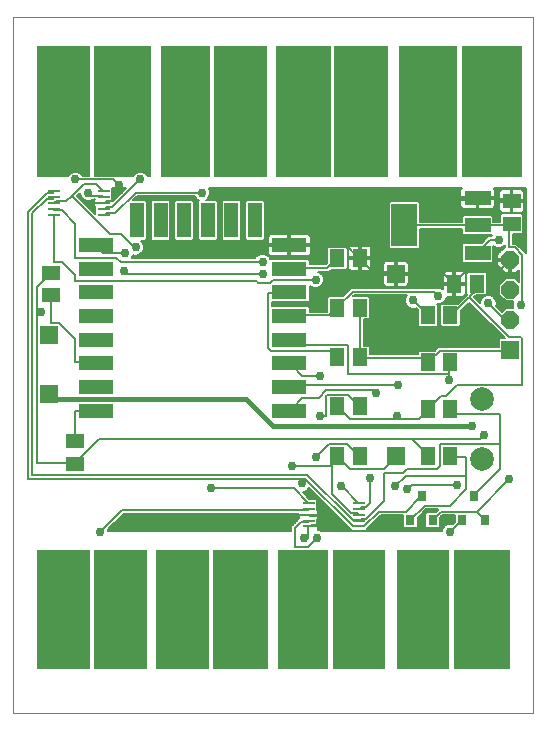
<source format=gbl>
G75*
%MOIN*%
%OFA0B0*%
%FSLAX25Y25*%
%IPPOS*%
%LPD*%
%AMOC8*
5,1,8,0,0,1.08239X$1,22.5*
%
%ADD10C,0.00000*%
%ADD11R,0.11811X0.04724*%
%ADD12R,0.04724X0.11811*%
%ADD13R,0.05118X0.05906*%
%ADD14R,0.05906X0.05118*%
%ADD15R,0.06000X0.06000*%
%ADD16OC8,0.06000*%
%ADD17R,0.08799X0.04799*%
%ADD18R,0.08661X0.14173*%
%ADD19R,0.03937X0.00984*%
%ADD20C,0.07874*%
%ADD21R,0.03150X0.03543*%
%ADD22C,0.00600*%
%ADD23C,0.02978*%
%ADD24C,0.00039*%
%ADD25C,0.03175*%
%ADD26C,0.01500*%
D10*
X0001300Y0001031D02*
X0001300Y0232921D01*
X0174528Y0232921D01*
X0174528Y0001031D01*
X0001300Y0001031D01*
D11*
X0028831Y0101720D03*
X0028831Y0109594D03*
X0028831Y0117469D03*
X0028831Y0125343D03*
X0028831Y0133217D03*
X0028831Y0141091D03*
X0028831Y0148965D03*
X0028831Y0156839D03*
X0093398Y0156839D03*
X0093398Y0148965D03*
X0093398Y0141091D03*
X0093398Y0133217D03*
X0093398Y0125343D03*
X0093398Y0117469D03*
X0093398Y0109594D03*
X0093398Y0101720D03*
D12*
X0081981Y0165106D03*
X0074107Y0165106D03*
X0066233Y0165106D03*
X0058359Y0165106D03*
X0050485Y0165106D03*
X0042611Y0165106D03*
D13*
X0109391Y0152449D03*
X0116871Y0152449D03*
X0116871Y0135992D03*
X0109391Y0135992D03*
X0109391Y0119535D03*
X0116871Y0119535D03*
X0116871Y0103079D03*
X0109391Y0103079D03*
X0109391Y0086622D03*
X0116871Y0086622D03*
X0139646Y0086657D03*
X0147127Y0086657D03*
X0147127Y0102250D03*
X0139646Y0102250D03*
X0139646Y0117844D03*
X0147127Y0117844D03*
X0147127Y0133437D03*
X0139646Y0133437D03*
X0148426Y0143984D03*
X0155906Y0143984D03*
D14*
X0167481Y0164063D03*
X0167481Y0171543D03*
X0021930Y0091543D03*
X0021930Y0084063D03*
X0013820Y0140205D03*
X0013820Y0147685D03*
D15*
X0013170Y0126843D03*
X0013170Y0107157D03*
X0128918Y0086685D03*
X0167087Y0121976D03*
X0128918Y0147315D03*
D16*
X0167087Y0151976D03*
X0167087Y0141976D03*
X0167087Y0131976D03*
D17*
X0156139Y0154335D03*
X0156139Y0163433D03*
X0156139Y0172531D03*
D18*
X0131737Y0163433D03*
D19*
X0116489Y0070953D03*
X0116489Y0068984D03*
X0116489Y0067016D03*
X0116489Y0065047D03*
X0116489Y0063079D03*
X0099850Y0063079D03*
X0099850Y0065047D03*
X0099850Y0067016D03*
X0099850Y0068984D03*
X0099850Y0070953D03*
X0031528Y0166937D03*
X0031528Y0168906D03*
X0031528Y0170874D03*
X0031528Y0172843D03*
X0031528Y0174811D03*
X0014890Y0174811D03*
X0014890Y0172843D03*
X0014890Y0170874D03*
X0014890Y0168906D03*
X0014890Y0166937D03*
D20*
X0017958Y0211091D03*
X0037958Y0211091D03*
X0057958Y0211091D03*
X0077958Y0211091D03*
X0097958Y0211091D03*
X0117958Y0211091D03*
X0137958Y0211091D03*
X0157958Y0211091D03*
X0157501Y0105437D03*
X0157501Y0085437D03*
X0157870Y0023650D03*
X0137870Y0023650D03*
X0117870Y0023650D03*
X0097870Y0023650D03*
X0077870Y0023650D03*
X0057870Y0023650D03*
X0037870Y0023650D03*
X0017870Y0023650D03*
D21*
X0133780Y0065205D03*
X0141261Y0065205D03*
X0137520Y0073079D03*
X0151103Y0065205D03*
X0154843Y0073079D03*
X0158583Y0065205D03*
D22*
X0158288Y0065598D01*
X0155828Y0068059D01*
X0166654Y0078886D01*
X0163702Y0082331D02*
X0163702Y0090697D01*
X0143524Y0090697D01*
X0143524Y0083315D01*
X0142540Y0082331D01*
X0132698Y0082331D01*
X0131221Y0080854D01*
X0124824Y0080854D01*
X0124824Y0071504D01*
X0118918Y0065598D01*
X0117442Y0065598D01*
X0116950Y0065106D01*
X0116489Y0065047D01*
X0116457Y0065106D01*
X0114489Y0065106D01*
X0099233Y0080362D01*
X0007698Y0080362D01*
X0007698Y0167469D01*
X0012619Y0172390D01*
X0014587Y0172390D01*
X0014890Y0172843D01*
X0014587Y0174358D02*
X0012619Y0174358D01*
X0006221Y0167961D01*
X0006221Y0078886D01*
X0097757Y0078886D01*
X0097757Y0077409D01*
X0097757Y0078886D02*
X0098741Y0078886D01*
X0114489Y0063138D01*
X0116457Y0063138D01*
X0116489Y0063079D01*
X0116950Y0063138D01*
X0118426Y0063138D01*
X0123347Y0068059D01*
X0132206Y0068059D01*
X0137127Y0072980D01*
X0137520Y0073079D01*
X0138603Y0070028D02*
X0146969Y0070028D01*
X0152383Y0075441D01*
X0152383Y0079870D01*
X0132206Y0079870D01*
X0128761Y0076425D01*
X0132698Y0075441D02*
X0134174Y0076917D01*
X0149430Y0076917D01*
X0152383Y0079870D02*
X0152383Y0086268D01*
X0147461Y0086268D01*
X0147127Y0086657D01*
X0139646Y0086657D02*
X0139587Y0086760D01*
X0134174Y0092173D01*
X0156812Y0092173D01*
X0158288Y0093650D01*
X0163702Y0090697D02*
X0163702Y0100539D01*
X0148938Y0100539D01*
X0147461Y0102016D01*
X0147127Y0102250D01*
X0145493Y0106445D02*
X0144017Y0106445D01*
X0140080Y0102508D01*
X0139646Y0102250D01*
X0139587Y0102016D01*
X0136635Y0099063D01*
X0129253Y0099063D01*
X0129253Y0100047D01*
X0129253Y0099063D02*
X0113505Y0099063D01*
X0109568Y0103000D01*
X0109391Y0103079D01*
X0105631Y0100047D02*
X0105631Y0106445D01*
X0106123Y0106937D01*
X0113013Y0106937D01*
X0116457Y0103492D01*
X0116871Y0103079D01*
X0121379Y0108413D02*
X0122363Y0107429D01*
X0121379Y0108413D02*
X0105631Y0108413D01*
X0103170Y0105953D01*
X0097757Y0105953D01*
X0093820Y0102016D01*
X0093398Y0101720D01*
X0093398Y0109594D02*
X0093820Y0109890D01*
X0094312Y0110382D01*
X0129745Y0110382D01*
X0136187Y0120440D02*
X0120330Y0120440D01*
X0120330Y0122861D01*
X0119803Y0123388D01*
X0118150Y0123388D01*
X0118150Y0132139D01*
X0119803Y0132139D01*
X0120330Y0132667D01*
X0120330Y0139318D01*
X0119803Y0139845D01*
X0114645Y0139845D01*
X0114986Y0140186D01*
X0132475Y0140186D01*
X0132302Y0140013D01*
X0131877Y0138988D01*
X0131877Y0137878D01*
X0132302Y0136853D01*
X0133086Y0136069D01*
X0134111Y0135644D01*
X0135221Y0135644D01*
X0135601Y0135801D01*
X0136187Y0135215D01*
X0136187Y0130111D01*
X0136715Y0129584D01*
X0142578Y0129584D01*
X0143105Y0130111D01*
X0143105Y0136763D01*
X0142748Y0137120D01*
X0143587Y0137120D01*
X0144612Y0137545D01*
X0145397Y0138330D01*
X0145821Y0139355D01*
X0145821Y0139731D01*
X0148126Y0139731D01*
X0148126Y0143684D01*
X0148726Y0143684D01*
X0148726Y0139731D01*
X0151156Y0139731D01*
X0151487Y0139820D01*
X0151783Y0139991D01*
X0152025Y0140233D01*
X0152196Y0140530D01*
X0152285Y0140860D01*
X0152285Y0143684D01*
X0148726Y0143684D01*
X0148726Y0144284D01*
X0152285Y0144284D01*
X0152285Y0147108D01*
X0152196Y0147439D01*
X0152025Y0147735D01*
X0151783Y0147977D01*
X0151487Y0148148D01*
X0151156Y0148237D01*
X0148726Y0148237D01*
X0148726Y0144284D01*
X0148126Y0144284D01*
X0148126Y0143684D01*
X0144567Y0143684D01*
X0144567Y0142293D01*
X0143587Y0142698D01*
X0142478Y0142698D01*
X0142098Y0142541D01*
X0142053Y0142586D01*
X0113992Y0142586D01*
X0111251Y0139845D01*
X0106459Y0139845D01*
X0105931Y0139318D01*
X0105931Y0134712D01*
X0100204Y0134712D01*
X0100204Y0135952D01*
X0099677Y0136479D01*
X0087638Y0136479D01*
X0087638Y0137828D01*
X0099677Y0137828D01*
X0100204Y0138356D01*
X0100204Y0143361D01*
X0100606Y0142958D01*
X0101631Y0142534D01*
X0102741Y0142534D01*
X0103766Y0142958D01*
X0104550Y0143743D01*
X0104975Y0144768D01*
X0104975Y0145878D01*
X0104550Y0146903D01*
X0103766Y0147687D01*
X0102866Y0148060D01*
X0106620Y0148060D01*
X0107156Y0148596D01*
X0112322Y0148596D01*
X0112850Y0149123D01*
X0112850Y0155774D01*
X0112322Y0156302D01*
X0106459Y0156302D01*
X0105931Y0155774D01*
X0105931Y0150766D01*
X0105626Y0150460D01*
X0100204Y0150460D01*
X0100204Y0151700D01*
X0099677Y0152227D01*
X0087120Y0152227D01*
X0087088Y0152194D01*
X0086834Y0152808D01*
X0086049Y0153593D01*
X0085024Y0154017D01*
X0083915Y0154017D01*
X0082889Y0153593D01*
X0082105Y0152808D01*
X0081948Y0152428D01*
X0040893Y0152428D01*
X0041066Y0152601D01*
X0041411Y0153435D01*
X0041592Y0153361D01*
X0042701Y0153361D01*
X0043726Y0153785D01*
X0044511Y0154570D01*
X0044935Y0155595D01*
X0044935Y0156704D01*
X0044511Y0157729D01*
X0043939Y0158301D01*
X0045346Y0158301D01*
X0045873Y0158828D01*
X0045873Y0171385D01*
X0045346Y0171912D01*
X0041397Y0171912D01*
X0042644Y0173158D01*
X0061770Y0173158D01*
X0061928Y0172778D01*
X0062712Y0171994D01*
X0063326Y0171740D01*
X0062971Y0171385D01*
X0062971Y0158828D01*
X0063498Y0158301D01*
X0068968Y0158301D01*
X0069495Y0158828D01*
X0069495Y0171385D01*
X0068968Y0171912D01*
X0065674Y0171912D01*
X0065872Y0171994D01*
X0066656Y0172778D01*
X0067081Y0173803D01*
X0067081Y0174913D01*
X0066699Y0175835D01*
X0150804Y0175835D01*
X0150699Y0175729D01*
X0150528Y0175433D01*
X0150439Y0175102D01*
X0150439Y0172831D01*
X0155839Y0172831D01*
X0155839Y0172232D01*
X0155839Y0172231D02*
X0156439Y0172231D01*
X0156439Y0172232D02*
X0156439Y0172831D01*
X0161838Y0172831D01*
X0161838Y0175102D01*
X0161750Y0175433D01*
X0161578Y0175729D01*
X0161473Y0175835D01*
X0172228Y0175835D01*
X0172228Y0154241D01*
X0171581Y0154889D01*
X0169120Y0157350D01*
X0167854Y0157350D01*
X0167854Y0160604D01*
X0170807Y0160604D01*
X0171334Y0161131D01*
X0171334Y0166995D01*
X0170807Y0167522D01*
X0164156Y0167522D01*
X0163628Y0166995D01*
X0163628Y0164731D01*
X0161438Y0164731D01*
X0161438Y0166205D01*
X0160911Y0166733D01*
X0151366Y0166733D01*
X0150839Y0166205D01*
X0150839Y0164731D01*
X0136968Y0164731D01*
X0136968Y0170892D01*
X0136441Y0171420D01*
X0127034Y0171420D01*
X0126506Y0170892D01*
X0126506Y0155974D01*
X0127034Y0155446D01*
X0136441Y0155446D01*
X0136968Y0155974D01*
X0136968Y0162331D01*
X0150839Y0162331D01*
X0150839Y0160661D01*
X0151366Y0160133D01*
X0160822Y0160133D01*
X0160688Y0159810D01*
X0159760Y0159810D01*
X0159057Y0159107D01*
X0157584Y0157634D01*
X0151366Y0157634D01*
X0150839Y0157107D01*
X0150839Y0151562D01*
X0151366Y0151035D01*
X0160911Y0151035D01*
X0161438Y0151562D01*
X0161438Y0156437D01*
X0161630Y0156246D01*
X0162655Y0155821D01*
X0163764Y0155821D01*
X0164789Y0156246D01*
X0165454Y0156911D01*
X0165454Y0156276D01*
X0165306Y0156276D01*
X0162787Y0153757D01*
X0162787Y0152276D01*
X0166787Y0152276D01*
X0166787Y0151676D01*
X0162787Y0151676D01*
X0162787Y0150195D01*
X0165306Y0147676D01*
X0166787Y0147676D01*
X0166787Y0151676D01*
X0167387Y0151676D01*
X0167387Y0147676D01*
X0168869Y0147676D01*
X0169883Y0148691D01*
X0169883Y0144696D01*
X0168703Y0145876D01*
X0165472Y0145876D01*
X0163187Y0143592D01*
X0163187Y0140361D01*
X0165472Y0138076D01*
X0168036Y0138076D01*
X0167802Y0137511D01*
X0167802Y0136402D01*
X0168020Y0135876D01*
X0165472Y0135876D01*
X0164253Y0134657D01*
X0162396Y0136514D01*
X0162554Y0136894D01*
X0162554Y0138004D01*
X0162129Y0139029D01*
X0161344Y0139813D01*
X0160319Y0140238D01*
X0159210Y0140238D01*
X0158185Y0139813D01*
X0157400Y0139029D01*
X0156976Y0138004D01*
X0156976Y0137506D01*
X0155064Y0139417D01*
X0155778Y0140131D01*
X0158838Y0140131D01*
X0159365Y0140659D01*
X0159365Y0147310D01*
X0158838Y0147837D01*
X0152974Y0147837D01*
X0152447Y0147310D01*
X0152447Y0140659D01*
X0152679Y0140427D01*
X0152167Y0139914D01*
X0149542Y0137290D01*
X0144195Y0137290D01*
X0143668Y0136763D01*
X0143668Y0130111D01*
X0144195Y0129584D01*
X0150059Y0129584D01*
X0150586Y0130111D01*
X0150586Y0134939D01*
X0153367Y0137720D01*
X0165211Y0125876D01*
X0163715Y0125876D01*
X0163187Y0125349D01*
X0163187Y0122901D01*
X0143027Y0122901D01*
X0142324Y0122198D01*
X0141823Y0121696D01*
X0136715Y0121696D01*
X0136187Y0121169D01*
X0136187Y0120440D01*
X0136187Y0120513D02*
X0120330Y0120513D01*
X0120330Y0121112D02*
X0136187Y0121112D01*
X0138603Y0119240D02*
X0116950Y0119240D01*
X0116871Y0119535D01*
X0116950Y0119732D01*
X0116950Y0135972D01*
X0116871Y0135992D01*
X0118150Y0131885D02*
X0136187Y0131885D01*
X0136187Y0132483D02*
X0120147Y0132483D01*
X0120330Y0133082D02*
X0136187Y0133082D01*
X0136187Y0133680D02*
X0120330Y0133680D01*
X0120330Y0134279D02*
X0136187Y0134279D01*
X0136187Y0134877D02*
X0120330Y0134877D01*
X0120330Y0135476D02*
X0135926Y0135476D01*
X0134666Y0138433D02*
X0139587Y0133512D01*
X0139646Y0133437D01*
X0143105Y0133680D02*
X0143668Y0133680D01*
X0143668Y0133082D02*
X0143105Y0133082D01*
X0143105Y0132483D02*
X0143668Y0132483D01*
X0143668Y0131885D02*
X0143105Y0131885D01*
X0143105Y0131286D02*
X0143668Y0131286D01*
X0143668Y0130688D02*
X0143105Y0130688D01*
X0143083Y0130089D02*
X0143690Y0130089D01*
X0143668Y0134279D02*
X0143105Y0134279D01*
X0143105Y0134877D02*
X0143668Y0134877D01*
X0143668Y0135476D02*
X0143105Y0135476D01*
X0143105Y0136074D02*
X0143668Y0136074D01*
X0143668Y0136673D02*
X0143105Y0136673D01*
X0143951Y0137271D02*
X0144177Y0137271D01*
X0144937Y0137870D02*
X0150122Y0137870D01*
X0150721Y0138468D02*
X0145454Y0138468D01*
X0145702Y0139067D02*
X0151319Y0139067D01*
X0151918Y0139665D02*
X0145821Y0139665D01*
X0143032Y0139909D02*
X0141556Y0141386D01*
X0114489Y0141386D01*
X0109568Y0136465D01*
X0109391Y0135992D01*
X0109076Y0135972D01*
X0106615Y0133512D01*
X0093820Y0133512D01*
X0093398Y0133217D01*
X0100204Y0134877D02*
X0105931Y0134877D01*
X0105931Y0135476D02*
X0100204Y0135476D01*
X0100081Y0136074D02*
X0105931Y0136074D01*
X0105931Y0136673D02*
X0087638Y0136673D01*
X0087638Y0137271D02*
X0105931Y0137271D01*
X0105931Y0137870D02*
X0099718Y0137870D01*
X0100204Y0138468D02*
X0105931Y0138468D01*
X0105931Y0139067D02*
X0100204Y0139067D01*
X0100204Y0139665D02*
X0106279Y0139665D01*
X0104064Y0143256D02*
X0125151Y0143256D01*
X0125120Y0143275D02*
X0125416Y0143104D01*
X0125747Y0143015D01*
X0128618Y0143015D01*
X0128618Y0147015D01*
X0124618Y0147015D01*
X0124618Y0144144D01*
X0124707Y0143813D01*
X0124878Y0143517D01*
X0125120Y0143275D01*
X0124695Y0143855D02*
X0104597Y0143855D01*
X0104844Y0144453D02*
X0124618Y0144453D01*
X0124618Y0145052D02*
X0104975Y0145052D01*
X0104975Y0145651D02*
X0124618Y0145651D01*
X0124618Y0146249D02*
X0104821Y0146249D01*
X0104573Y0146848D02*
X0124618Y0146848D01*
X0124618Y0147615D02*
X0128618Y0147615D01*
X0128618Y0147015D01*
X0129218Y0147015D01*
X0129218Y0143015D01*
X0132089Y0143015D01*
X0132420Y0143104D01*
X0132716Y0143275D01*
X0132958Y0143517D01*
X0133130Y0143813D01*
X0133218Y0144144D01*
X0133218Y0147015D01*
X0129218Y0147015D01*
X0129218Y0147615D01*
X0128618Y0147615D01*
X0128618Y0151615D01*
X0125747Y0151615D01*
X0125416Y0151526D01*
X0125120Y0151355D01*
X0124878Y0151113D01*
X0124707Y0150817D01*
X0124618Y0150486D01*
X0124618Y0147615D01*
X0124618Y0148045D02*
X0102903Y0148045D01*
X0104007Y0147446D02*
X0128618Y0147446D01*
X0128918Y0147315D02*
X0129253Y0147291D01*
X0145001Y0147291D01*
X0147954Y0144339D01*
X0148426Y0143984D01*
X0148446Y0144339D01*
X0152383Y0148276D01*
X0163209Y0148276D01*
X0166654Y0151720D01*
X0167087Y0151976D01*
X0166787Y0152234D02*
X0161438Y0152234D01*
X0161438Y0151636D02*
X0162787Y0151636D01*
X0162787Y0151037D02*
X0160913Y0151037D01*
X0161438Y0152833D02*
X0162787Y0152833D01*
X0162787Y0153431D02*
X0161438Y0153431D01*
X0161438Y0154030D02*
X0163060Y0154030D01*
X0163658Y0154628D02*
X0161438Y0154628D01*
X0161438Y0155227D02*
X0164257Y0155227D01*
X0163774Y0155825D02*
X0164855Y0155825D01*
X0164967Y0156424D02*
X0165454Y0156424D01*
X0166654Y0156150D02*
X0168623Y0156150D01*
X0171083Y0153689D01*
X0171083Y0136957D01*
X0170591Y0136957D01*
X0167951Y0137870D02*
X0162554Y0137870D01*
X0162554Y0137271D02*
X0167802Y0137271D01*
X0167802Y0136673D02*
X0162462Y0136673D01*
X0162836Y0136074D02*
X0167938Y0136074D01*
X0167087Y0131976D02*
X0166654Y0132035D01*
X0165178Y0132035D01*
X0159765Y0137449D01*
X0157168Y0138468D02*
X0156013Y0138468D01*
X0156611Y0137870D02*
X0156976Y0137870D01*
X0157438Y0139067D02*
X0155414Y0139067D01*
X0155312Y0139665D02*
X0158037Y0139665D01*
X0158971Y0140264D02*
X0163284Y0140264D01*
X0163187Y0140862D02*
X0159365Y0140862D01*
X0159365Y0141461D02*
X0163187Y0141461D01*
X0163187Y0142059D02*
X0159365Y0142059D01*
X0159365Y0142658D02*
X0163187Y0142658D01*
X0163187Y0143256D02*
X0159365Y0143256D01*
X0159365Y0143855D02*
X0163451Y0143855D01*
X0164049Y0144453D02*
X0159365Y0144453D01*
X0159365Y0145052D02*
X0164648Y0145052D01*
X0165246Y0145651D02*
X0159365Y0145651D01*
X0159365Y0146249D02*
X0169883Y0146249D01*
X0169883Y0145651D02*
X0168929Y0145651D01*
X0169527Y0145052D02*
X0169883Y0145052D01*
X0169883Y0146848D02*
X0159365Y0146848D01*
X0159229Y0147446D02*
X0169883Y0147446D01*
X0169883Y0148045D02*
X0169237Y0148045D01*
X0169835Y0148643D02*
X0169883Y0148643D01*
X0167387Y0148643D02*
X0166787Y0148643D01*
X0166787Y0148045D02*
X0167387Y0148045D01*
X0167387Y0149242D02*
X0166787Y0149242D01*
X0166787Y0149840D02*
X0167387Y0149840D01*
X0167387Y0150439D02*
X0166787Y0150439D01*
X0166787Y0151037D02*
X0167387Y0151037D01*
X0167387Y0151636D02*
X0166787Y0151636D01*
X0164340Y0148643D02*
X0133218Y0148643D01*
X0133218Y0148045D02*
X0145185Y0148045D01*
X0145069Y0147977D02*
X0144827Y0147735D01*
X0144656Y0147439D01*
X0144567Y0147108D01*
X0144567Y0144284D01*
X0148126Y0144284D01*
X0148126Y0148237D01*
X0145696Y0148237D01*
X0145365Y0148148D01*
X0145069Y0147977D01*
X0144660Y0147446D02*
X0129218Y0147446D01*
X0129218Y0147615D02*
X0133218Y0147615D01*
X0133218Y0150486D01*
X0133130Y0150817D01*
X0132958Y0151113D01*
X0132716Y0151355D01*
X0132420Y0151526D01*
X0132089Y0151615D01*
X0129218Y0151615D01*
X0129218Y0147615D01*
X0128918Y0147315D02*
X0128761Y0147783D01*
X0121379Y0147783D01*
X0116950Y0152213D01*
X0116871Y0152449D01*
X0116457Y0152705D01*
X0112520Y0156642D01*
X0112028Y0156642D01*
X0127284Y0171898D01*
X0155335Y0171898D01*
X0155828Y0172390D01*
X0156139Y0172531D01*
X0156320Y0172390D01*
X0166654Y0172390D01*
X0167146Y0171898D01*
X0167481Y0171543D01*
X0167181Y0171386D02*
X0161838Y0171386D01*
X0161838Y0170788D02*
X0163228Y0170788D01*
X0163228Y0171243D02*
X0163228Y0168813D01*
X0163317Y0168482D01*
X0163488Y0168186D01*
X0163730Y0167944D01*
X0164027Y0167773D01*
X0164357Y0167684D01*
X0167181Y0167684D01*
X0167181Y0171243D01*
X0167781Y0171243D01*
X0167781Y0167684D01*
X0170605Y0167684D01*
X0170936Y0167773D01*
X0171232Y0167944D01*
X0171474Y0168186D01*
X0171645Y0168482D01*
X0171734Y0168813D01*
X0171734Y0171243D01*
X0167781Y0171243D01*
X0167781Y0171843D01*
X0171734Y0171843D01*
X0171734Y0174274D01*
X0171645Y0174604D01*
X0171474Y0174901D01*
X0171232Y0175143D01*
X0170936Y0175314D01*
X0170605Y0175402D01*
X0167781Y0175402D01*
X0167781Y0171843D01*
X0167181Y0171843D01*
X0167181Y0171243D01*
X0163228Y0171243D01*
X0163228Y0171843D02*
X0163228Y0174274D01*
X0163317Y0174604D01*
X0163488Y0174901D01*
X0163730Y0175143D01*
X0164027Y0175314D01*
X0164357Y0175402D01*
X0167181Y0175402D01*
X0167181Y0171843D01*
X0163228Y0171843D01*
X0163228Y0171985D02*
X0161838Y0171985D01*
X0161838Y0172232D02*
X0156439Y0172232D01*
X0156439Y0172231D02*
X0156439Y0168832D01*
X0160709Y0168832D01*
X0161040Y0168920D01*
X0161336Y0169092D01*
X0161578Y0169334D01*
X0161750Y0169630D01*
X0161838Y0169961D01*
X0161838Y0172232D01*
X0161838Y0173182D02*
X0163228Y0173182D01*
X0163228Y0172584D02*
X0156439Y0172584D01*
X0156439Y0171985D02*
X0155839Y0171985D01*
X0155839Y0172231D02*
X0155839Y0168832D01*
X0151568Y0168832D01*
X0151237Y0168920D01*
X0150941Y0169092D01*
X0150699Y0169334D01*
X0150528Y0169630D01*
X0150439Y0169961D01*
X0150439Y0172232D01*
X0155839Y0172232D01*
X0155839Y0172584D02*
X0066462Y0172584D01*
X0066824Y0173182D02*
X0150439Y0173182D01*
X0150439Y0173781D02*
X0067072Y0173781D01*
X0067081Y0174379D02*
X0150439Y0174379D01*
X0150439Y0174978D02*
X0067054Y0174978D01*
X0066806Y0175576D02*
X0150610Y0175576D01*
X0150439Y0171985D02*
X0065850Y0171985D01*
X0064292Y0174358D02*
X0042146Y0174358D01*
X0035257Y0167469D01*
X0032304Y0167469D01*
X0031812Y0166976D01*
X0031528Y0166937D01*
X0031528Y0168906D02*
X0031812Y0168945D01*
X0032304Y0169437D01*
X0034272Y0169437D01*
X0043623Y0178787D01*
X0038973Y0175835D02*
X0034771Y0171633D01*
X0034708Y0171868D01*
X0034537Y0172164D01*
X0034397Y0172305D01*
X0034397Y0173707D01*
X0034277Y0173827D01*
X0034397Y0173946D01*
X0034397Y0175676D01*
X0034238Y0175835D01*
X0038973Y0175835D01*
X0038714Y0175576D02*
X0034397Y0175576D01*
X0034397Y0174978D02*
X0038116Y0174978D01*
X0037517Y0174379D02*
X0034397Y0174379D01*
X0034324Y0173781D02*
X0036919Y0173781D01*
X0036733Y0173866D02*
X0034272Y0171406D01*
X0032304Y0171406D01*
X0031812Y0170913D01*
X0031528Y0170874D01*
X0028260Y0170874D01*
X0028260Y0170211D01*
X0028348Y0169880D01*
X0028520Y0169584D01*
X0028660Y0169443D01*
X0028660Y0168041D01*
X0028779Y0167921D01*
X0028660Y0167802D01*
X0028660Y0167396D01*
X0022682Y0173374D01*
X0023609Y0174301D01*
X0023609Y0173803D01*
X0024034Y0172778D01*
X0024819Y0171994D01*
X0025844Y0171569D01*
X0026953Y0171569D01*
X0027978Y0171994D01*
X0028158Y0172174D01*
X0028529Y0172174D01*
X0028520Y0172164D01*
X0028348Y0171868D01*
X0028260Y0171537D01*
X0028260Y0170874D01*
X0031528Y0170874D01*
X0031528Y0170874D01*
X0031528Y0172843D02*
X0031320Y0172882D01*
X0030828Y0173374D01*
X0027383Y0173374D01*
X0026398Y0174358D01*
X0024840Y0171985D02*
X0024071Y0171985D01*
X0024229Y0172584D02*
X0023473Y0172584D01*
X0023867Y0173182D02*
X0022874Y0173182D01*
X0023089Y0173781D02*
X0023619Y0173781D01*
X0024670Y0171386D02*
X0028260Y0171386D01*
X0028260Y0170788D02*
X0025268Y0170788D01*
X0025867Y0170189D02*
X0028266Y0170189D01*
X0028515Y0169591D02*
X0026465Y0169591D01*
X0027064Y0168992D02*
X0028660Y0168992D01*
X0028660Y0168394D02*
X0027662Y0168394D01*
X0028261Y0167795D02*
X0028660Y0167795D01*
X0028416Y0171985D02*
X0027957Y0171985D01*
X0031320Y0174850D02*
X0028859Y0177311D01*
X0024922Y0177311D01*
X0020985Y0173374D01*
X0033780Y0160579D01*
X0037225Y0160579D01*
X0041654Y0156150D01*
X0042146Y0156150D01*
X0041421Y0153431D02*
X0041410Y0153431D01*
X0041162Y0152833D02*
X0082129Y0152833D01*
X0082728Y0153431D02*
X0042871Y0153431D01*
X0043971Y0154030D02*
X0086267Y0154030D01*
X0086282Y0153975D02*
X0086453Y0153678D01*
X0086695Y0153436D01*
X0086991Y0153265D01*
X0087322Y0153176D01*
X0093098Y0153176D01*
X0093098Y0156539D01*
X0086193Y0156539D01*
X0086193Y0154305D01*
X0086282Y0153975D01*
X0086211Y0153431D02*
X0086703Y0153431D01*
X0086809Y0152833D02*
X0105931Y0152833D01*
X0105931Y0153431D02*
X0100094Y0153431D01*
X0100102Y0153436D02*
X0100344Y0153678D01*
X0100515Y0153975D01*
X0100604Y0154305D01*
X0100604Y0156539D01*
X0093698Y0156539D01*
X0093698Y0153176D01*
X0099475Y0153176D01*
X0099806Y0153265D01*
X0100102Y0153436D01*
X0100530Y0154030D02*
X0105931Y0154030D01*
X0105931Y0154628D02*
X0100604Y0154628D01*
X0100604Y0155227D02*
X0105931Y0155227D01*
X0105982Y0155825D02*
X0100604Y0155825D01*
X0100604Y0156424D02*
X0113496Y0156424D01*
X0113514Y0156442D02*
X0113272Y0156200D01*
X0113100Y0155903D01*
X0113012Y0155573D01*
X0113012Y0152749D01*
X0116571Y0152749D01*
X0116571Y0156702D01*
X0114141Y0156702D01*
X0113810Y0156613D01*
X0113514Y0156442D01*
X0113079Y0155825D02*
X0112799Y0155825D01*
X0112850Y0155227D02*
X0113012Y0155227D01*
X0113012Y0154628D02*
X0112850Y0154628D01*
X0112850Y0154030D02*
X0113012Y0154030D01*
X0113012Y0153431D02*
X0112850Y0153431D01*
X0112850Y0152833D02*
X0113012Y0152833D01*
X0112850Y0152234D02*
X0116571Y0152234D01*
X0116571Y0152149D02*
X0113012Y0152149D01*
X0113012Y0149325D01*
X0113100Y0148994D01*
X0113272Y0148698D01*
X0113514Y0148456D01*
X0113810Y0148285D01*
X0114141Y0148196D01*
X0116571Y0148196D01*
X0116571Y0152149D01*
X0116571Y0152749D01*
X0117171Y0152749D01*
X0117171Y0156702D01*
X0119601Y0156702D01*
X0119932Y0156613D01*
X0120228Y0156442D01*
X0120470Y0156200D01*
X0120641Y0155903D01*
X0120730Y0155573D01*
X0120730Y0152749D01*
X0117171Y0152749D01*
X0117171Y0152149D01*
X0120730Y0152149D01*
X0120730Y0149325D01*
X0120641Y0148994D01*
X0120470Y0148698D01*
X0120228Y0148456D01*
X0119932Y0148285D01*
X0119601Y0148196D01*
X0117171Y0148196D01*
X0117171Y0152149D01*
X0116571Y0152149D01*
X0116571Y0151636D02*
X0117171Y0151636D01*
X0117171Y0152234D02*
X0150839Y0152234D01*
X0150839Y0151636D02*
X0120730Y0151636D01*
X0120730Y0151037D02*
X0124834Y0151037D01*
X0124618Y0150439D02*
X0120730Y0150439D01*
X0120730Y0149840D02*
X0124618Y0149840D01*
X0124618Y0149242D02*
X0120708Y0149242D01*
X0120415Y0148643D02*
X0124618Y0148643D01*
X0120730Y0152833D02*
X0150839Y0152833D01*
X0150839Y0153431D02*
X0120730Y0153431D01*
X0120730Y0154030D02*
X0150839Y0154030D01*
X0150839Y0154628D02*
X0120730Y0154628D01*
X0120730Y0155227D02*
X0150839Y0155227D01*
X0150839Y0155825D02*
X0136819Y0155825D01*
X0136968Y0156424D02*
X0150839Y0156424D01*
X0150839Y0157022D02*
X0136968Y0157022D01*
X0136968Y0157621D02*
X0151353Y0157621D01*
X0150886Y0160613D02*
X0136968Y0160613D01*
X0136968Y0160015D02*
X0160772Y0160015D01*
X0160257Y0158610D02*
X0163209Y0158610D01*
X0161452Y0156424D02*
X0161438Y0156424D01*
X0161438Y0155825D02*
X0162645Y0155825D01*
X0160257Y0158610D02*
X0156320Y0154673D01*
X0156139Y0154335D01*
X0158169Y0158219D02*
X0136968Y0158219D01*
X0136968Y0158818D02*
X0158767Y0158818D01*
X0159366Y0159416D02*
X0136968Y0159416D01*
X0136968Y0161212D02*
X0150839Y0161212D01*
X0150839Y0161810D02*
X0136968Y0161810D01*
X0136968Y0164803D02*
X0150839Y0164803D01*
X0150839Y0165401D02*
X0136968Y0165401D01*
X0136968Y0166000D02*
X0150839Y0166000D01*
X0151232Y0166598D02*
X0136968Y0166598D01*
X0136968Y0167197D02*
X0163830Y0167197D01*
X0163987Y0167795D02*
X0136968Y0167795D01*
X0136968Y0168394D02*
X0163368Y0168394D01*
X0163228Y0168992D02*
X0161165Y0168992D01*
X0161727Y0169591D02*
X0163228Y0169591D01*
X0163228Y0170189D02*
X0161838Y0170189D01*
X0161838Y0173781D02*
X0163228Y0173781D01*
X0163257Y0174379D02*
X0161838Y0174379D01*
X0161838Y0174978D02*
X0163565Y0174978D01*
X0161667Y0175576D02*
X0172228Y0175576D01*
X0172228Y0174978D02*
X0171397Y0174978D01*
X0171706Y0174379D02*
X0172228Y0174379D01*
X0172228Y0173781D02*
X0171734Y0173781D01*
X0171734Y0173182D02*
X0172228Y0173182D01*
X0172228Y0172584D02*
X0171734Y0172584D01*
X0171734Y0171985D02*
X0172228Y0171985D01*
X0172228Y0171386D02*
X0167781Y0171386D01*
X0167781Y0170788D02*
X0167181Y0170788D01*
X0167181Y0170189D02*
X0167781Y0170189D01*
X0167781Y0169591D02*
X0167181Y0169591D01*
X0167181Y0168992D02*
X0167781Y0168992D01*
X0167781Y0168394D02*
X0167181Y0168394D01*
X0167181Y0167795D02*
X0167781Y0167795D01*
X0170975Y0167795D02*
X0172228Y0167795D01*
X0172228Y0167197D02*
X0171132Y0167197D01*
X0171334Y0166598D02*
X0172228Y0166598D01*
X0172228Y0166000D02*
X0171334Y0166000D01*
X0171334Y0165401D02*
X0172228Y0165401D01*
X0172228Y0164803D02*
X0171334Y0164803D01*
X0171334Y0164204D02*
X0172228Y0164204D01*
X0172228Y0163606D02*
X0171334Y0163606D01*
X0171334Y0163007D02*
X0172228Y0163007D01*
X0172228Y0162409D02*
X0171334Y0162409D01*
X0171334Y0161810D02*
X0172228Y0161810D01*
X0172228Y0161212D02*
X0171334Y0161212D01*
X0170816Y0160613D02*
X0172228Y0160613D01*
X0172228Y0160015D02*
X0167854Y0160015D01*
X0167854Y0159416D02*
X0172228Y0159416D01*
X0172228Y0158818D02*
X0167854Y0158818D01*
X0167854Y0158219D02*
X0172228Y0158219D01*
X0172228Y0157621D02*
X0167854Y0157621D01*
X0169447Y0157022D02*
X0172228Y0157022D01*
X0172228Y0156424D02*
X0170046Y0156424D01*
X0170644Y0155825D02*
X0172228Y0155825D01*
X0172228Y0155227D02*
X0171243Y0155227D01*
X0171841Y0154628D02*
X0172228Y0154628D01*
X0166654Y0156150D02*
X0166654Y0163531D01*
X0167481Y0164063D01*
X0167146Y0164024D01*
X0166654Y0163531D01*
X0156320Y0163531D01*
X0156139Y0163433D01*
X0155828Y0163531D01*
X0132206Y0163531D01*
X0131737Y0163433D01*
X0126506Y0163606D02*
X0085243Y0163606D01*
X0085243Y0164204D02*
X0126506Y0164204D01*
X0126506Y0164803D02*
X0085243Y0164803D01*
X0085243Y0165401D02*
X0126506Y0165401D01*
X0126506Y0166000D02*
X0085243Y0166000D01*
X0085243Y0166598D02*
X0126506Y0166598D01*
X0126506Y0167197D02*
X0085243Y0167197D01*
X0085243Y0167795D02*
X0126506Y0167795D01*
X0126506Y0168394D02*
X0085243Y0168394D01*
X0085243Y0168992D02*
X0126506Y0168992D01*
X0126506Y0169591D02*
X0085243Y0169591D01*
X0085243Y0170189D02*
X0126506Y0170189D01*
X0126506Y0170788D02*
X0085243Y0170788D01*
X0085243Y0171385D02*
X0084716Y0171912D01*
X0079246Y0171912D01*
X0078719Y0171385D01*
X0078719Y0158828D01*
X0079246Y0158301D01*
X0084716Y0158301D01*
X0085243Y0158828D01*
X0085243Y0171385D01*
X0085241Y0171386D02*
X0127000Y0171386D01*
X0126506Y0163007D02*
X0085243Y0163007D01*
X0085243Y0162409D02*
X0126506Y0162409D01*
X0126506Y0161810D02*
X0085243Y0161810D01*
X0085243Y0161212D02*
X0126506Y0161212D01*
X0126506Y0160613D02*
X0085243Y0160613D01*
X0085243Y0160015D02*
X0086468Y0160015D01*
X0086453Y0159999D02*
X0086282Y0159703D01*
X0086193Y0159372D01*
X0086193Y0157139D01*
X0093098Y0157139D01*
X0093098Y0160501D01*
X0087322Y0160501D01*
X0086991Y0160412D01*
X0086695Y0160241D01*
X0086453Y0159999D01*
X0086205Y0159416D02*
X0085243Y0159416D01*
X0085233Y0158818D02*
X0086193Y0158818D01*
X0086193Y0158219D02*
X0044021Y0158219D01*
X0044556Y0157621D02*
X0086193Y0157621D01*
X0086193Y0156424D02*
X0044935Y0156424D01*
X0044935Y0155825D02*
X0086193Y0155825D01*
X0086193Y0155227D02*
X0044783Y0155227D01*
X0044535Y0154628D02*
X0086193Y0154628D01*
X0087071Y0152234D02*
X0105931Y0152234D01*
X0105931Y0151636D02*
X0100204Y0151636D01*
X0100204Y0151037D02*
X0105931Y0151037D01*
X0106123Y0149260D02*
X0093820Y0149260D01*
X0093398Y0148965D01*
X0093098Y0153431D02*
X0093698Y0153431D01*
X0093698Y0154030D02*
X0093098Y0154030D01*
X0093098Y0154628D02*
X0093698Y0154628D01*
X0093698Y0155227D02*
X0093098Y0155227D01*
X0093098Y0155825D02*
X0093698Y0155825D01*
X0093698Y0156424D02*
X0093098Y0156424D01*
X0093098Y0156539D02*
X0093698Y0156539D01*
X0093698Y0157139D01*
X0093098Y0157139D01*
X0093098Y0156539D01*
X0093328Y0156642D02*
X0093398Y0156839D01*
X0093820Y0156642D01*
X0112028Y0156642D01*
X0109391Y0152449D02*
X0109076Y0152213D01*
X0106123Y0149260D01*
X0102186Y0145323D02*
X0087914Y0145323D01*
X0086930Y0144339D01*
X0082993Y0144339D01*
X0082501Y0144831D01*
X0021969Y0144831D01*
X0021969Y0146799D01*
X0017540Y0151228D01*
X0015080Y0151228D01*
X0015080Y0166484D01*
X0014890Y0166937D01*
X0015080Y0168453D02*
X0014890Y0168906D01*
X0015080Y0168453D02*
X0017540Y0168453D01*
X0021969Y0164024D01*
X0021969Y0152705D01*
X0035749Y0152705D01*
X0037225Y0151228D01*
X0084469Y0151228D01*
X0084469Y0147291D02*
X0039194Y0147291D01*
X0038209Y0148276D01*
X0038702Y0154181D02*
X0031320Y0154181D01*
X0028859Y0156642D01*
X0028831Y0156839D01*
X0019017Y0171406D02*
X0020985Y0173374D01*
X0019017Y0171406D02*
X0015572Y0171406D01*
X0015080Y0170913D01*
X0014890Y0170874D01*
X0014587Y0174358D02*
X0014890Y0174811D01*
X0021969Y0178787D02*
X0034765Y0178787D01*
X0036733Y0176819D01*
X0036733Y0173866D01*
X0036320Y0173182D02*
X0034397Y0173182D01*
X0034397Y0172584D02*
X0035722Y0172584D01*
X0035123Y0171985D02*
X0034641Y0171985D01*
X0031528Y0174811D02*
X0031320Y0174850D01*
X0041470Y0171985D02*
X0062734Y0171985D01*
X0062973Y0171386D02*
X0061619Y0171386D01*
X0061621Y0171385D02*
X0061094Y0171912D01*
X0055624Y0171912D01*
X0055097Y0171385D01*
X0055097Y0158828D01*
X0055624Y0158301D01*
X0061094Y0158301D01*
X0061621Y0158828D01*
X0061621Y0171385D01*
X0061621Y0170788D02*
X0062971Y0170788D01*
X0062971Y0170189D02*
X0061621Y0170189D01*
X0061621Y0169591D02*
X0062971Y0169591D01*
X0062971Y0168992D02*
X0061621Y0168992D01*
X0061621Y0168394D02*
X0062971Y0168394D01*
X0062971Y0167795D02*
X0061621Y0167795D01*
X0061621Y0167197D02*
X0062971Y0167197D01*
X0062971Y0166598D02*
X0061621Y0166598D01*
X0061621Y0166000D02*
X0062971Y0166000D01*
X0062971Y0165401D02*
X0061621Y0165401D01*
X0061621Y0164803D02*
X0062971Y0164803D01*
X0062971Y0164204D02*
X0061621Y0164204D01*
X0061621Y0163606D02*
X0062971Y0163606D01*
X0062971Y0163007D02*
X0061621Y0163007D01*
X0061621Y0162409D02*
X0062971Y0162409D01*
X0062971Y0161810D02*
X0061621Y0161810D01*
X0061621Y0161212D02*
X0062971Y0161212D01*
X0062971Y0160613D02*
X0061621Y0160613D01*
X0061621Y0160015D02*
X0062971Y0160015D01*
X0062971Y0159416D02*
X0061621Y0159416D01*
X0061611Y0158818D02*
X0062981Y0158818D01*
X0062324Y0156642D02*
X0093328Y0156642D01*
X0093098Y0157022D02*
X0044804Y0157022D01*
X0045863Y0158818D02*
X0047233Y0158818D01*
X0047223Y0158828D02*
X0047750Y0158301D01*
X0053220Y0158301D01*
X0053747Y0158828D01*
X0053747Y0171385D01*
X0053220Y0171912D01*
X0047750Y0171912D01*
X0047223Y0171385D01*
X0047223Y0158828D01*
X0047223Y0159416D02*
X0045873Y0159416D01*
X0045873Y0160015D02*
X0047223Y0160015D01*
X0047223Y0160613D02*
X0045873Y0160613D01*
X0045873Y0161212D02*
X0047223Y0161212D01*
X0047223Y0161810D02*
X0045873Y0161810D01*
X0045873Y0162409D02*
X0047223Y0162409D01*
X0047223Y0163007D02*
X0045873Y0163007D01*
X0045873Y0163606D02*
X0047223Y0163606D01*
X0047223Y0164204D02*
X0045873Y0164204D01*
X0045873Y0164803D02*
X0047223Y0164803D01*
X0047223Y0165401D02*
X0045873Y0165401D01*
X0045873Y0166000D02*
X0047223Y0166000D01*
X0047223Y0166598D02*
X0045873Y0166598D01*
X0045873Y0167197D02*
X0047223Y0167197D01*
X0047223Y0167795D02*
X0045873Y0167795D01*
X0045873Y0168394D02*
X0047223Y0168394D01*
X0047223Y0168992D02*
X0045873Y0168992D01*
X0045873Y0169591D02*
X0047223Y0169591D01*
X0047223Y0170189D02*
X0045873Y0170189D01*
X0045873Y0170788D02*
X0047223Y0170788D01*
X0047225Y0171386D02*
X0045871Y0171386D01*
X0042069Y0172584D02*
X0062123Y0172584D01*
X0055099Y0171386D02*
X0053745Y0171386D01*
X0053747Y0170788D02*
X0055097Y0170788D01*
X0055097Y0170189D02*
X0053747Y0170189D01*
X0053747Y0169591D02*
X0055097Y0169591D01*
X0055097Y0168992D02*
X0053747Y0168992D01*
X0053747Y0168394D02*
X0055097Y0168394D01*
X0055097Y0167795D02*
X0053747Y0167795D01*
X0053747Y0167197D02*
X0055097Y0167197D01*
X0055097Y0166598D02*
X0053747Y0166598D01*
X0053747Y0166000D02*
X0055097Y0166000D01*
X0055097Y0165401D02*
X0053747Y0165401D01*
X0053747Y0164803D02*
X0055097Y0164803D01*
X0055097Y0164204D02*
X0053747Y0164204D01*
X0053747Y0163606D02*
X0055097Y0163606D01*
X0055097Y0163007D02*
X0053747Y0163007D01*
X0053747Y0162409D02*
X0055097Y0162409D01*
X0055097Y0161810D02*
X0053747Y0161810D01*
X0053747Y0161212D02*
X0055097Y0161212D01*
X0055097Y0160613D02*
X0053747Y0160613D01*
X0053747Y0160015D02*
X0055097Y0160015D01*
X0055097Y0159416D02*
X0053747Y0159416D01*
X0053737Y0158818D02*
X0055107Y0158818D01*
X0061831Y0156150D02*
X0062324Y0156642D01*
X0069485Y0158818D02*
X0070855Y0158818D01*
X0070845Y0158828D02*
X0071372Y0158301D01*
X0076842Y0158301D01*
X0077369Y0158828D01*
X0077369Y0171385D01*
X0076842Y0171912D01*
X0071372Y0171912D01*
X0070845Y0171385D01*
X0070845Y0158828D01*
X0070845Y0159416D02*
X0069495Y0159416D01*
X0069495Y0160015D02*
X0070845Y0160015D01*
X0070845Y0160613D02*
X0069495Y0160613D01*
X0069495Y0161212D02*
X0070845Y0161212D01*
X0070845Y0161810D02*
X0069495Y0161810D01*
X0069495Y0162409D02*
X0070845Y0162409D01*
X0070845Y0163007D02*
X0069495Y0163007D01*
X0069495Y0163606D02*
X0070845Y0163606D01*
X0070845Y0164204D02*
X0069495Y0164204D01*
X0069495Y0164803D02*
X0070845Y0164803D01*
X0070845Y0165401D02*
X0069495Y0165401D01*
X0069495Y0166000D02*
X0070845Y0166000D01*
X0070845Y0166598D02*
X0069495Y0166598D01*
X0069495Y0167197D02*
X0070845Y0167197D01*
X0070845Y0167795D02*
X0069495Y0167795D01*
X0069495Y0168394D02*
X0070845Y0168394D01*
X0070845Y0168992D02*
X0069495Y0168992D01*
X0069495Y0169591D02*
X0070845Y0169591D01*
X0070845Y0170189D02*
X0069495Y0170189D01*
X0069495Y0170788D02*
X0070845Y0170788D01*
X0070847Y0171386D02*
X0069493Y0171386D01*
X0077367Y0171386D02*
X0078721Y0171386D01*
X0078719Y0170788D02*
X0077369Y0170788D01*
X0077369Y0170189D02*
X0078719Y0170189D01*
X0078719Y0169591D02*
X0077369Y0169591D01*
X0077369Y0168992D02*
X0078719Y0168992D01*
X0078719Y0168394D02*
X0077369Y0168394D01*
X0077369Y0167795D02*
X0078719Y0167795D01*
X0078719Y0167197D02*
X0077369Y0167197D01*
X0077369Y0166598D02*
X0078719Y0166598D01*
X0078719Y0166000D02*
X0077369Y0166000D01*
X0077369Y0165401D02*
X0078719Y0165401D01*
X0078719Y0164803D02*
X0077369Y0164803D01*
X0077369Y0164204D02*
X0078719Y0164204D01*
X0078719Y0163606D02*
X0077369Y0163606D01*
X0077369Y0163007D02*
X0078719Y0163007D01*
X0078719Y0162409D02*
X0077369Y0162409D01*
X0077369Y0161810D02*
X0078719Y0161810D01*
X0078719Y0161212D02*
X0077369Y0161212D01*
X0077369Y0160613D02*
X0078719Y0160613D01*
X0078719Y0160015D02*
X0077369Y0160015D01*
X0077369Y0159416D02*
X0078719Y0159416D01*
X0078729Y0158818D02*
X0077359Y0158818D01*
X0086438Y0140894D02*
X0093328Y0140894D01*
X0093398Y0141091D01*
X0100204Y0140862D02*
X0112269Y0140862D01*
X0112867Y0141461D02*
X0100204Y0141461D01*
X0100204Y0142059D02*
X0113466Y0142059D01*
X0111670Y0140264D02*
X0100204Y0140264D01*
X0100204Y0142658D02*
X0101331Y0142658D01*
X0100308Y0143256D02*
X0100204Y0143256D01*
X0103040Y0142658D02*
X0142380Y0142658D01*
X0143685Y0142658D02*
X0144567Y0142658D01*
X0144567Y0143256D02*
X0132685Y0143256D01*
X0133141Y0143855D02*
X0148126Y0143855D01*
X0148126Y0144453D02*
X0148726Y0144453D01*
X0148726Y0143855D02*
X0152447Y0143855D01*
X0152447Y0144453D02*
X0152285Y0144453D01*
X0152285Y0145052D02*
X0152447Y0145052D01*
X0152447Y0145651D02*
X0152285Y0145651D01*
X0152285Y0146249D02*
X0152447Y0146249D01*
X0152447Y0146848D02*
X0152285Y0146848D01*
X0152192Y0147446D02*
X0152583Y0147446D01*
X0151667Y0148045D02*
X0164938Y0148045D01*
X0163741Y0149242D02*
X0133218Y0149242D01*
X0133218Y0149840D02*
X0163143Y0149840D01*
X0162787Y0150439D02*
X0133218Y0150439D01*
X0133002Y0151037D02*
X0151364Y0151037D01*
X0148726Y0148045D02*
X0148126Y0148045D01*
X0148126Y0147446D02*
X0148726Y0147446D01*
X0148726Y0146848D02*
X0148126Y0146848D01*
X0148126Y0146249D02*
X0148726Y0146249D01*
X0148726Y0145651D02*
X0148126Y0145651D01*
X0148126Y0145052D02*
X0148726Y0145052D01*
X0148726Y0143256D02*
X0148126Y0143256D01*
X0148126Y0142658D02*
X0148726Y0142658D01*
X0148726Y0142059D02*
X0148126Y0142059D01*
X0148126Y0141461D02*
X0148726Y0141461D01*
X0148726Y0140862D02*
X0148126Y0140862D01*
X0148126Y0140264D02*
X0148726Y0140264D01*
X0152043Y0140264D02*
X0152516Y0140264D01*
X0152167Y0139914D02*
X0152167Y0139914D01*
X0152285Y0140862D02*
X0152447Y0140862D01*
X0152447Y0141461D02*
X0152285Y0141461D01*
X0152285Y0142059D02*
X0152447Y0142059D01*
X0152447Y0142658D02*
X0152285Y0142658D01*
X0152285Y0143256D02*
X0152447Y0143256D01*
X0155828Y0141878D02*
X0153367Y0139417D01*
X0166654Y0126130D01*
X0170591Y0126130D01*
X0171083Y0125638D01*
X0171083Y0110382D01*
X0149430Y0110382D01*
X0145493Y0106445D01*
X0146477Y0111858D02*
X0146477Y0113827D01*
X0113013Y0113827D01*
X0113013Y0123177D01*
X0112520Y0123669D01*
X0095296Y0123669D01*
X0093820Y0125146D01*
X0093398Y0125343D01*
X0093398Y0117469D02*
X0093820Y0117272D01*
X0097757Y0113335D01*
X0103662Y0113335D01*
X0109076Y0119732D02*
X0107107Y0121701D01*
X0087422Y0121701D01*
X0086438Y0122685D01*
X0086438Y0140894D01*
X0093698Y0157022D02*
X0126506Y0157022D01*
X0126506Y0156424D02*
X0120246Y0156424D01*
X0120662Y0155825D02*
X0126655Y0155825D01*
X0126506Y0157621D02*
X0100604Y0157621D01*
X0100604Y0157139D02*
X0100604Y0159372D01*
X0100515Y0159703D01*
X0100344Y0159999D01*
X0100102Y0160241D01*
X0099806Y0160412D01*
X0099475Y0160501D01*
X0093698Y0160501D01*
X0093698Y0157139D01*
X0100604Y0157139D01*
X0100604Y0158219D02*
X0126506Y0158219D01*
X0126506Y0158818D02*
X0100604Y0158818D01*
X0100592Y0159416D02*
X0126506Y0159416D01*
X0126506Y0160015D02*
X0100328Y0160015D01*
X0093698Y0160015D02*
X0093098Y0160015D01*
X0093098Y0159416D02*
X0093698Y0159416D01*
X0093698Y0158818D02*
X0093098Y0158818D01*
X0093098Y0158219D02*
X0093698Y0158219D01*
X0093698Y0157621D02*
X0093098Y0157621D01*
X0112369Y0148643D02*
X0113326Y0148643D01*
X0113034Y0149242D02*
X0112850Y0149242D01*
X0112850Y0149840D02*
X0113012Y0149840D01*
X0113012Y0150439D02*
X0112850Y0150439D01*
X0112850Y0151037D02*
X0113012Y0151037D01*
X0113012Y0151636D02*
X0112850Y0151636D01*
X0116571Y0151037D02*
X0117171Y0151037D01*
X0117171Y0150439D02*
X0116571Y0150439D01*
X0116571Y0149840D02*
X0117171Y0149840D01*
X0117171Y0149242D02*
X0116571Y0149242D01*
X0116571Y0148643D02*
X0117171Y0148643D01*
X0117171Y0152833D02*
X0116571Y0152833D01*
X0116571Y0153431D02*
X0117171Y0153431D01*
X0117171Y0154030D02*
X0116571Y0154030D01*
X0116571Y0154628D02*
X0117171Y0154628D01*
X0117171Y0155227D02*
X0116571Y0155227D01*
X0116571Y0155825D02*
X0117171Y0155825D01*
X0117171Y0156424D02*
X0116571Y0156424D01*
X0128618Y0151037D02*
X0129218Y0151037D01*
X0129218Y0150439D02*
X0128618Y0150439D01*
X0128618Y0149840D02*
X0129218Y0149840D01*
X0129218Y0149242D02*
X0128618Y0149242D01*
X0128618Y0148643D02*
X0129218Y0148643D01*
X0129218Y0148045D02*
X0128618Y0148045D01*
X0128618Y0146848D02*
X0129218Y0146848D01*
X0129218Y0146249D02*
X0128618Y0146249D01*
X0128618Y0145651D02*
X0129218Y0145651D01*
X0129218Y0145052D02*
X0128618Y0145052D01*
X0128618Y0144453D02*
X0129218Y0144453D01*
X0129218Y0143855D02*
X0128618Y0143855D01*
X0128618Y0143256D02*
X0129218Y0143256D01*
X0133218Y0144453D02*
X0144567Y0144453D01*
X0144567Y0145052D02*
X0133218Y0145052D01*
X0133218Y0145651D02*
X0144567Y0145651D01*
X0144567Y0146249D02*
X0133218Y0146249D01*
X0133218Y0146848D02*
X0144567Y0146848D01*
X0152918Y0137271D02*
X0153816Y0137271D01*
X0154414Y0136673D02*
X0152319Y0136673D01*
X0151721Y0136074D02*
X0155013Y0136074D01*
X0155611Y0135476D02*
X0151122Y0135476D01*
X0150586Y0134877D02*
X0156210Y0134877D01*
X0156808Y0134279D02*
X0150586Y0134279D01*
X0150586Y0133680D02*
X0157407Y0133680D01*
X0158005Y0133082D02*
X0150586Y0133082D01*
X0150586Y0132483D02*
X0158604Y0132483D01*
X0159202Y0131885D02*
X0150586Y0131885D01*
X0150586Y0131286D02*
X0159801Y0131286D01*
X0160399Y0130688D02*
X0150586Y0130688D01*
X0150564Y0130089D02*
X0160998Y0130089D01*
X0161596Y0129491D02*
X0118150Y0129491D01*
X0118150Y0130089D02*
X0136210Y0130089D01*
X0136187Y0130688D02*
X0118150Y0130688D01*
X0118150Y0131286D02*
X0136187Y0131286D01*
X0133081Y0136074D02*
X0120330Y0136074D01*
X0120330Y0136673D02*
X0132482Y0136673D01*
X0132129Y0137271D02*
X0120330Y0137271D01*
X0120330Y0137870D02*
X0131881Y0137870D01*
X0131877Y0138468D02*
X0120330Y0138468D01*
X0120330Y0139067D02*
X0131910Y0139067D01*
X0132158Y0139665D02*
X0119982Y0139665D01*
X0118150Y0128892D02*
X0162195Y0128892D01*
X0162794Y0128294D02*
X0118150Y0128294D01*
X0118150Y0127695D02*
X0163392Y0127695D01*
X0163991Y0127097D02*
X0118150Y0127097D01*
X0118150Y0126498D02*
X0164589Y0126498D01*
X0165188Y0125900D02*
X0118150Y0125900D01*
X0118150Y0125301D02*
X0163187Y0125301D01*
X0163187Y0124703D02*
X0118150Y0124703D01*
X0118150Y0124104D02*
X0163187Y0124104D01*
X0163187Y0123506D02*
X0118150Y0123506D01*
X0120284Y0122907D02*
X0163187Y0122907D01*
X0166654Y0121701D02*
X0167087Y0121976D01*
X0166654Y0121701D02*
X0143524Y0121701D01*
X0140080Y0118256D01*
X0139646Y0117844D01*
X0139587Y0118256D01*
X0138603Y0119240D01*
X0141837Y0121710D02*
X0120330Y0121710D01*
X0120330Y0122309D02*
X0142435Y0122309D01*
X0146477Y0117764D02*
X0146969Y0117764D01*
X0147127Y0117844D01*
X0146477Y0117764D02*
X0146477Y0113827D01*
X0147127Y0133437D02*
X0147461Y0133512D01*
X0153367Y0139417D01*
X0155828Y0141878D02*
X0155828Y0143846D01*
X0155906Y0143984D01*
X0161492Y0139665D02*
X0163883Y0139665D01*
X0164481Y0139067D02*
X0162091Y0139067D01*
X0162361Y0138468D02*
X0165080Y0138468D01*
X0165071Y0135476D02*
X0163435Y0135476D01*
X0164033Y0134877D02*
X0164473Y0134877D01*
X0163628Y0164803D02*
X0161438Y0164803D01*
X0161438Y0165401D02*
X0163628Y0165401D01*
X0163628Y0166000D02*
X0161438Y0166000D01*
X0161045Y0166598D02*
X0163628Y0166598D01*
X0167181Y0171985D02*
X0167781Y0171985D01*
X0167781Y0172584D02*
X0167181Y0172584D01*
X0167181Y0173182D02*
X0167781Y0173182D01*
X0167781Y0173781D02*
X0167181Y0173781D01*
X0167181Y0174379D02*
X0167781Y0174379D01*
X0167781Y0174978D02*
X0167181Y0174978D01*
X0171734Y0170788D02*
X0172228Y0170788D01*
X0172228Y0170189D02*
X0171734Y0170189D01*
X0171734Y0169591D02*
X0172228Y0169591D01*
X0172228Y0168992D02*
X0171734Y0168992D01*
X0171594Y0168394D02*
X0172228Y0168394D01*
X0156439Y0168992D02*
X0155839Y0168992D01*
X0155839Y0169591D02*
X0156439Y0169591D01*
X0156439Y0170189D02*
X0155839Y0170189D01*
X0155839Y0170788D02*
X0156439Y0170788D01*
X0156439Y0171386D02*
X0155839Y0171386D01*
X0151113Y0168992D02*
X0136968Y0168992D01*
X0136968Y0169591D02*
X0150550Y0169591D01*
X0150439Y0170189D02*
X0136968Y0170189D01*
X0136968Y0170788D02*
X0150439Y0170788D01*
X0150439Y0171386D02*
X0136474Y0171386D01*
X0109076Y0119732D02*
X0109391Y0119535D01*
X0105631Y0100047D02*
X0103662Y0100047D01*
X0106615Y0090697D02*
X0112520Y0090697D01*
X0116457Y0086760D01*
X0116871Y0086622D01*
X0113505Y0082331D02*
X0124824Y0082331D01*
X0128761Y0086268D01*
X0128918Y0086685D01*
X0134174Y0092173D02*
X0029843Y0092173D01*
X0021969Y0084299D01*
X0021930Y0084063D01*
X0021477Y0084299D01*
X0009174Y0084299D01*
X0009174Y0134496D01*
X0010650Y0134496D01*
X0009174Y0134496D02*
X0009174Y0142862D01*
X0013603Y0147291D01*
X0013820Y0147685D01*
X0013820Y0140205D02*
X0014095Y0139909D01*
X0014095Y0131051D01*
X0016556Y0131051D01*
X0021969Y0125638D01*
X0021969Y0117764D01*
X0028367Y0117764D01*
X0028831Y0117469D01*
X0028831Y0101720D02*
X0028367Y0101524D01*
X0021969Y0101524D01*
X0021969Y0091681D01*
X0021930Y0091543D01*
X0037717Y0068551D02*
X0030335Y0061169D01*
X0032967Y0062104D02*
X0038214Y0067351D01*
X0096582Y0067351D01*
X0096582Y0067016D01*
X0099850Y0067016D01*
X0099850Y0067016D01*
X0096582Y0067016D01*
X0096582Y0066352D01*
X0096670Y0066022D01*
X0096790Y0065814D01*
X0096768Y0065814D01*
X0094799Y0063846D01*
X0094096Y0063143D01*
X0094096Y0061661D01*
X0033124Y0061661D01*
X0033124Y0061724D01*
X0032967Y0062104D01*
X0033069Y0061859D02*
X0094096Y0061859D01*
X0094096Y0062457D02*
X0033321Y0062457D01*
X0033919Y0063056D02*
X0094096Y0063056D01*
X0094608Y0063654D02*
X0034518Y0063654D01*
X0035116Y0064253D02*
X0095206Y0064253D01*
X0095805Y0064851D02*
X0035715Y0064851D01*
X0036313Y0065450D02*
X0096403Y0065450D01*
X0096663Y0066048D02*
X0036912Y0066048D01*
X0037510Y0066647D02*
X0096582Y0066647D01*
X0096582Y0067246D02*
X0038109Y0067246D01*
X0037717Y0068551D02*
X0099725Y0068551D01*
X0099850Y0068984D01*
X0099851Y0067016D02*
X0103119Y0067016D01*
X0103119Y0067679D01*
X0103030Y0068010D01*
X0102859Y0068306D01*
X0102719Y0068446D01*
X0102719Y0069849D01*
X0102600Y0069968D01*
X0102719Y0070088D01*
X0102719Y0071818D01*
X0102192Y0072345D01*
X0100089Y0072345D01*
X0097814Y0074620D01*
X0098311Y0074620D01*
X0099337Y0075045D01*
X0100111Y0075819D01*
X0113289Y0062641D01*
X0113620Y0062309D01*
X0113620Y0062214D01*
X0114148Y0061687D01*
X0118830Y0061687D01*
X0119357Y0062214D01*
X0119357Y0062372D01*
X0119626Y0062641D01*
X0123844Y0066859D01*
X0131306Y0066859D01*
X0131306Y0063060D01*
X0131833Y0062533D01*
X0135728Y0062533D01*
X0136255Y0063060D01*
X0136255Y0065982D01*
X0139100Y0068828D01*
X0143088Y0068828D01*
X0142817Y0068556D01*
X0142137Y0067876D01*
X0139313Y0067876D01*
X0138786Y0067349D01*
X0138786Y0063060D01*
X0139313Y0062533D01*
X0143208Y0062533D01*
X0143735Y0063060D01*
X0143735Y0066081D01*
X0144514Y0066859D01*
X0148628Y0066859D01*
X0148628Y0064525D01*
X0147904Y0063801D01*
X0147524Y0063958D01*
X0146415Y0063958D01*
X0145389Y0063534D01*
X0144605Y0062749D01*
X0144180Y0061724D01*
X0144180Y0061661D01*
X0104025Y0061661D01*
X0103233Y0061990D01*
X0102975Y0061990D01*
X0103030Y0062085D01*
X0103119Y0062415D01*
X0103119Y0063079D01*
X0103119Y0063742D01*
X0103030Y0064073D01*
X0102859Y0064369D01*
X0102719Y0064509D01*
X0102719Y0065585D01*
X0102859Y0065725D01*
X0103030Y0066022D01*
X0103119Y0066352D01*
X0103119Y0067016D01*
X0099851Y0067016D01*
X0099851Y0067016D01*
X0099850Y0067016D02*
X0100217Y0066583D01*
X0103170Y0066583D01*
X0103170Y0064614D01*
X0102186Y0063630D01*
X0100709Y0063630D01*
X0100217Y0063138D01*
X0099850Y0063079D01*
X0099725Y0062646D01*
X0099725Y0059201D01*
X0098249Y0059201D01*
X0095296Y0056248D02*
X0095296Y0062646D01*
X0097265Y0064614D01*
X0099725Y0064614D01*
X0099850Y0065047D01*
X0099851Y0063079D02*
X0103119Y0063079D01*
X0099851Y0063079D01*
X0099851Y0063079D01*
X0103119Y0063056D02*
X0112874Y0063056D01*
X0113472Y0062457D02*
X0103119Y0062457D01*
X0103549Y0061859D02*
X0113975Y0061859D01*
X0112275Y0063654D02*
X0103119Y0063654D01*
X0102926Y0064253D02*
X0111677Y0064253D01*
X0111078Y0064851D02*
X0102719Y0064851D01*
X0102719Y0065450D02*
X0110480Y0065450D01*
X0109881Y0066048D02*
X0103037Y0066048D01*
X0103119Y0066647D02*
X0109283Y0066647D01*
X0108684Y0067246D02*
X0103119Y0067246D01*
X0103075Y0067844D02*
X0108086Y0067844D01*
X0107487Y0068443D02*
X0102723Y0068443D01*
X0102719Y0069041D02*
X0106889Y0069041D01*
X0106290Y0069640D02*
X0102719Y0069640D01*
X0102719Y0070238D02*
X0105692Y0070238D01*
X0105093Y0070837D02*
X0102719Y0070837D01*
X0102719Y0071435D02*
X0104495Y0071435D01*
X0103896Y0072034D02*
X0102503Y0072034D01*
X0103298Y0072632D02*
X0099802Y0072632D01*
X0099203Y0073231D02*
X0102699Y0073231D01*
X0102101Y0073829D02*
X0098605Y0073829D01*
X0098006Y0074428D02*
X0101502Y0074428D01*
X0100904Y0075026D02*
X0099291Y0075026D01*
X0099916Y0075625D02*
X0100305Y0075625D01*
X0099725Y0071012D02*
X0099850Y0070953D01*
X0099725Y0071012D02*
X0094804Y0075933D01*
X0067245Y0075933D01*
X0094312Y0083315D02*
X0107599Y0083315D01*
X0107599Y0073965D01*
X0113997Y0067567D01*
X0115965Y0067567D01*
X0116457Y0067075D01*
X0116489Y0067016D01*
X0116489Y0068984D02*
X0116950Y0069043D01*
X0117442Y0069535D01*
X0118918Y0069535D01*
X0120394Y0071012D01*
X0120394Y0079378D01*
X0116457Y0071012D02*
X0116489Y0070953D01*
X0116457Y0071012D02*
X0111044Y0076425D01*
X0110552Y0076425D01*
X0113505Y0082331D02*
X0109568Y0086268D01*
X0109391Y0086622D01*
X0109076Y0086268D01*
X0107599Y0086268D01*
X0107599Y0083315D01*
X0102186Y0086268D02*
X0106615Y0090697D01*
X0123632Y0066647D02*
X0131306Y0066647D01*
X0131306Y0066048D02*
X0123034Y0066048D01*
X0122435Y0065450D02*
X0131306Y0065450D01*
X0131306Y0064851D02*
X0121837Y0064851D01*
X0121238Y0064253D02*
X0131306Y0064253D01*
X0131306Y0063654D02*
X0120640Y0063654D01*
X0120041Y0063056D02*
X0131310Y0063056D01*
X0133780Y0065205D02*
X0138603Y0070028D01*
X0138715Y0068443D02*
X0142703Y0068443D01*
X0144017Y0068059D02*
X0155828Y0068059D01*
X0154843Y0073079D02*
X0154843Y0073472D01*
X0163702Y0082331D01*
X0151103Y0065205D02*
X0150906Y0065106D01*
X0146969Y0061169D01*
X0144912Y0063056D02*
X0143731Y0063056D01*
X0143735Y0063654D02*
X0145681Y0063654D01*
X0144484Y0062457D02*
X0119443Y0062457D01*
X0119003Y0061859D02*
X0144236Y0061859D01*
X0143735Y0064253D02*
X0148356Y0064253D01*
X0148628Y0064851D02*
X0143735Y0064851D01*
X0143735Y0065450D02*
X0148628Y0065450D01*
X0148628Y0066048D02*
X0143735Y0066048D01*
X0144302Y0066647D02*
X0148628Y0066647D01*
X0144017Y0068059D02*
X0141556Y0065598D01*
X0141261Y0065205D01*
X0139281Y0067844D02*
X0138117Y0067844D01*
X0137518Y0067246D02*
X0138786Y0067246D01*
X0138786Y0066647D02*
X0136920Y0066647D01*
X0136321Y0066048D02*
X0138786Y0066048D01*
X0138786Y0065450D02*
X0136255Y0065450D01*
X0136255Y0064851D02*
X0138786Y0064851D01*
X0138786Y0064253D02*
X0136255Y0064253D01*
X0136255Y0063654D02*
X0138786Y0063654D01*
X0138790Y0063056D02*
X0136251Y0063056D01*
X0102678Y0059201D02*
X0099725Y0056248D01*
X0095296Y0056248D01*
D23*
X0098249Y0059201D03*
X0102678Y0059201D03*
X0097757Y0077409D03*
X0094312Y0083315D03*
X0102186Y0086268D03*
X0110552Y0076425D03*
X0120394Y0079378D03*
X0128761Y0076425D03*
X0132698Y0075441D03*
X0146969Y0061169D03*
X0149430Y0076917D03*
X0158288Y0093650D03*
X0154351Y0096602D03*
X0146477Y0111858D03*
X0129745Y0110382D03*
X0122363Y0107429D03*
X0129253Y0100047D03*
X0103662Y0100047D03*
X0103662Y0113335D03*
X0102186Y0145323D03*
X0084469Y0147291D03*
X0084469Y0151228D03*
X0064292Y0174358D03*
X0061831Y0156150D03*
X0043623Y0178787D03*
X0036733Y0176819D03*
X0026398Y0174358D03*
X0021969Y0178787D03*
X0038702Y0154181D03*
X0042146Y0156150D03*
X0038209Y0148276D03*
X0010650Y0134496D03*
X0030335Y0061169D03*
X0067245Y0075933D03*
X0134666Y0138433D03*
X0143032Y0139909D03*
X0159765Y0137449D03*
X0170591Y0136957D03*
X0163209Y0158610D03*
X0166654Y0078886D03*
D24*
X0166654Y0055362D02*
X0148150Y0055362D01*
X0148150Y0015992D01*
X0166654Y0015992D01*
X0166654Y0055362D01*
X0166654Y0055337D02*
X0148150Y0055337D01*
X0148150Y0055299D02*
X0166654Y0055299D01*
X0166654Y0055261D02*
X0148150Y0055261D01*
X0148150Y0055224D02*
X0166654Y0055224D01*
X0166654Y0055186D02*
X0148150Y0055186D01*
X0148150Y0055148D02*
X0166654Y0055148D01*
X0166654Y0055110D02*
X0148150Y0055110D01*
X0148150Y0055072D02*
X0166654Y0055072D01*
X0166654Y0055034D02*
X0148150Y0055034D01*
X0148150Y0054996D02*
X0166654Y0054996D01*
X0166654Y0054958D02*
X0148150Y0054958D01*
X0148150Y0054921D02*
X0166654Y0054921D01*
X0166654Y0054883D02*
X0148150Y0054883D01*
X0148150Y0054845D02*
X0166654Y0054845D01*
X0166654Y0054807D02*
X0148150Y0054807D01*
X0148150Y0054769D02*
X0166654Y0054769D01*
X0166654Y0054731D02*
X0148150Y0054731D01*
X0148150Y0054693D02*
X0166654Y0054693D01*
X0166654Y0054655D02*
X0148150Y0054655D01*
X0148150Y0054617D02*
X0166654Y0054617D01*
X0166654Y0054580D02*
X0148150Y0054580D01*
X0148150Y0054542D02*
X0166654Y0054542D01*
X0166654Y0054504D02*
X0148150Y0054504D01*
X0148150Y0054466D02*
X0166654Y0054466D01*
X0166654Y0054428D02*
X0148150Y0054428D01*
X0148150Y0054390D02*
X0166654Y0054390D01*
X0166654Y0054352D02*
X0148150Y0054352D01*
X0148150Y0054314D02*
X0166654Y0054314D01*
X0166654Y0054277D02*
X0148150Y0054277D01*
X0148150Y0054239D02*
X0166654Y0054239D01*
X0166654Y0054201D02*
X0148150Y0054201D01*
X0148150Y0054163D02*
X0166654Y0054163D01*
X0166654Y0054125D02*
X0148150Y0054125D01*
X0148150Y0054087D02*
X0166654Y0054087D01*
X0166654Y0054049D02*
X0148150Y0054049D01*
X0148150Y0054011D02*
X0166654Y0054011D01*
X0166654Y0053973D02*
X0148150Y0053973D01*
X0148150Y0053936D02*
X0166654Y0053936D01*
X0166654Y0053898D02*
X0148150Y0053898D01*
X0148150Y0053860D02*
X0166654Y0053860D01*
X0166654Y0053822D02*
X0148150Y0053822D01*
X0148150Y0053784D02*
X0166654Y0053784D01*
X0166654Y0053746D02*
X0148150Y0053746D01*
X0148150Y0053708D02*
X0166654Y0053708D01*
X0166654Y0053670D02*
X0148150Y0053670D01*
X0148150Y0053633D02*
X0166654Y0053633D01*
X0166654Y0053595D02*
X0148150Y0053595D01*
X0148150Y0053557D02*
X0166654Y0053557D01*
X0166654Y0053519D02*
X0148150Y0053519D01*
X0148150Y0053481D02*
X0166654Y0053481D01*
X0166654Y0053443D02*
X0148150Y0053443D01*
X0148150Y0053405D02*
X0166654Y0053405D01*
X0166654Y0053367D02*
X0148150Y0053367D01*
X0148150Y0053329D02*
X0166654Y0053329D01*
X0166654Y0053292D02*
X0148150Y0053292D01*
X0148150Y0053254D02*
X0166654Y0053254D01*
X0166654Y0053216D02*
X0148150Y0053216D01*
X0148150Y0053178D02*
X0166654Y0053178D01*
X0166654Y0053140D02*
X0148150Y0053140D01*
X0148150Y0053102D02*
X0166654Y0053102D01*
X0166654Y0053064D02*
X0148150Y0053064D01*
X0148150Y0053026D02*
X0166654Y0053026D01*
X0166654Y0052989D02*
X0148150Y0052989D01*
X0148150Y0052951D02*
X0166654Y0052951D01*
X0166654Y0052913D02*
X0148150Y0052913D01*
X0148150Y0052875D02*
X0166654Y0052875D01*
X0166654Y0052837D02*
X0148150Y0052837D01*
X0148150Y0052799D02*
X0166654Y0052799D01*
X0166654Y0052761D02*
X0148150Y0052761D01*
X0148150Y0052723D02*
X0166654Y0052723D01*
X0166654Y0052686D02*
X0148150Y0052686D01*
X0148150Y0052648D02*
X0166654Y0052648D01*
X0166654Y0052610D02*
X0148150Y0052610D01*
X0148150Y0052572D02*
X0166654Y0052572D01*
X0166654Y0052534D02*
X0148150Y0052534D01*
X0148150Y0052496D02*
X0166654Y0052496D01*
X0166654Y0052458D02*
X0148150Y0052458D01*
X0148150Y0052420D02*
X0166654Y0052420D01*
X0166654Y0052382D02*
X0148150Y0052382D01*
X0148150Y0052345D02*
X0166654Y0052345D01*
X0166654Y0052307D02*
X0148150Y0052307D01*
X0148150Y0052269D02*
X0166654Y0052269D01*
X0166654Y0052231D02*
X0148150Y0052231D01*
X0148150Y0052193D02*
X0166654Y0052193D01*
X0166654Y0052155D02*
X0148150Y0052155D01*
X0148150Y0052117D02*
X0166654Y0052117D01*
X0166654Y0052079D02*
X0148150Y0052079D01*
X0148150Y0052042D02*
X0166654Y0052042D01*
X0166654Y0052004D02*
X0148150Y0052004D01*
X0148150Y0051966D02*
X0166654Y0051966D01*
X0166654Y0051928D02*
X0148150Y0051928D01*
X0148150Y0051890D02*
X0166654Y0051890D01*
X0166654Y0051852D02*
X0148150Y0051852D01*
X0148150Y0051814D02*
X0166654Y0051814D01*
X0166654Y0051776D02*
X0148150Y0051776D01*
X0148150Y0051738D02*
X0166654Y0051738D01*
X0166654Y0051701D02*
X0148150Y0051701D01*
X0148150Y0051663D02*
X0166654Y0051663D01*
X0166654Y0051625D02*
X0148150Y0051625D01*
X0148150Y0051587D02*
X0166654Y0051587D01*
X0166654Y0051549D02*
X0148150Y0051549D01*
X0148150Y0051511D02*
X0166654Y0051511D01*
X0166654Y0051473D02*
X0148150Y0051473D01*
X0148150Y0051435D02*
X0166654Y0051435D01*
X0166654Y0051398D02*
X0148150Y0051398D01*
X0148150Y0051360D02*
X0166654Y0051360D01*
X0166654Y0051322D02*
X0148150Y0051322D01*
X0148150Y0051284D02*
X0166654Y0051284D01*
X0166654Y0051246D02*
X0148150Y0051246D01*
X0148150Y0051208D02*
X0166654Y0051208D01*
X0166654Y0051170D02*
X0148150Y0051170D01*
X0148150Y0051132D02*
X0166654Y0051132D01*
X0166654Y0051094D02*
X0148150Y0051094D01*
X0148150Y0051057D02*
X0166654Y0051057D01*
X0166654Y0051019D02*
X0148150Y0051019D01*
X0148150Y0050981D02*
X0166654Y0050981D01*
X0166654Y0050943D02*
X0148150Y0050943D01*
X0148150Y0050905D02*
X0166654Y0050905D01*
X0166654Y0050867D02*
X0148150Y0050867D01*
X0148150Y0050829D02*
X0166654Y0050829D01*
X0166654Y0050791D02*
X0148150Y0050791D01*
X0148150Y0050754D02*
X0166654Y0050754D01*
X0166654Y0050716D02*
X0148150Y0050716D01*
X0148150Y0050678D02*
X0166654Y0050678D01*
X0166654Y0050640D02*
X0148150Y0050640D01*
X0148150Y0050602D02*
X0166654Y0050602D01*
X0166654Y0050564D02*
X0148150Y0050564D01*
X0148150Y0050526D02*
X0166654Y0050526D01*
X0166654Y0050488D02*
X0148150Y0050488D01*
X0148150Y0050451D02*
X0166654Y0050451D01*
X0166654Y0050413D02*
X0148150Y0050413D01*
X0148150Y0050375D02*
X0166654Y0050375D01*
X0166654Y0050337D02*
X0148150Y0050337D01*
X0148150Y0050299D02*
X0166654Y0050299D01*
X0166654Y0050261D02*
X0148150Y0050261D01*
X0148150Y0050223D02*
X0166654Y0050223D01*
X0166654Y0050185D02*
X0148150Y0050185D01*
X0148150Y0050147D02*
X0166654Y0050147D01*
X0166654Y0050110D02*
X0148150Y0050110D01*
X0148150Y0050072D02*
X0166654Y0050072D01*
X0166654Y0050034D02*
X0148150Y0050034D01*
X0148150Y0049996D02*
X0166654Y0049996D01*
X0166654Y0049958D02*
X0148150Y0049958D01*
X0148150Y0049920D02*
X0166654Y0049920D01*
X0166654Y0049882D02*
X0148150Y0049882D01*
X0148150Y0049844D02*
X0166654Y0049844D01*
X0166654Y0049807D02*
X0148150Y0049807D01*
X0148150Y0049769D02*
X0166654Y0049769D01*
X0166654Y0049731D02*
X0148150Y0049731D01*
X0148150Y0049693D02*
X0166654Y0049693D01*
X0166654Y0049655D02*
X0148150Y0049655D01*
X0148150Y0049617D02*
X0166654Y0049617D01*
X0166654Y0049579D02*
X0148150Y0049579D01*
X0148150Y0049541D02*
X0166654Y0049541D01*
X0166654Y0049503D02*
X0148150Y0049503D01*
X0148150Y0049466D02*
X0166654Y0049466D01*
X0166654Y0049428D02*
X0148150Y0049428D01*
X0148150Y0049390D02*
X0166654Y0049390D01*
X0166654Y0049352D02*
X0148150Y0049352D01*
X0148150Y0049314D02*
X0166654Y0049314D01*
X0166654Y0049276D02*
X0148150Y0049276D01*
X0148150Y0049238D02*
X0166654Y0049238D01*
X0166654Y0049200D02*
X0148150Y0049200D01*
X0148150Y0049163D02*
X0166654Y0049163D01*
X0166654Y0049125D02*
X0148150Y0049125D01*
X0148150Y0049087D02*
X0166654Y0049087D01*
X0166654Y0049049D02*
X0148150Y0049049D01*
X0148150Y0049011D02*
X0166654Y0049011D01*
X0166654Y0048973D02*
X0148150Y0048973D01*
X0148150Y0048935D02*
X0166654Y0048935D01*
X0166654Y0048897D02*
X0148150Y0048897D01*
X0148150Y0048859D02*
X0166654Y0048859D01*
X0166654Y0048822D02*
X0148150Y0048822D01*
X0148150Y0048784D02*
X0166654Y0048784D01*
X0166654Y0048746D02*
X0148150Y0048746D01*
X0148150Y0048708D02*
X0166654Y0048708D01*
X0166654Y0048670D02*
X0148150Y0048670D01*
X0148150Y0048632D02*
X0166654Y0048632D01*
X0166654Y0048594D02*
X0148150Y0048594D01*
X0148150Y0048556D02*
X0166654Y0048556D01*
X0166654Y0048519D02*
X0148150Y0048519D01*
X0148150Y0048481D02*
X0166654Y0048481D01*
X0166654Y0048443D02*
X0148150Y0048443D01*
X0148150Y0048405D02*
X0166654Y0048405D01*
X0166654Y0048367D02*
X0148150Y0048367D01*
X0148150Y0048329D02*
X0166654Y0048329D01*
X0166654Y0048291D02*
X0148150Y0048291D01*
X0148150Y0048253D02*
X0166654Y0048253D01*
X0166654Y0048216D02*
X0148150Y0048216D01*
X0148150Y0048178D02*
X0166654Y0048178D01*
X0166654Y0048140D02*
X0148150Y0048140D01*
X0148150Y0048102D02*
X0166654Y0048102D01*
X0166654Y0048064D02*
X0148150Y0048064D01*
X0148150Y0048026D02*
X0166654Y0048026D01*
X0166654Y0047988D02*
X0148150Y0047988D01*
X0148150Y0047950D02*
X0166654Y0047950D01*
X0166654Y0047912D02*
X0148150Y0047912D01*
X0148150Y0047875D02*
X0166654Y0047875D01*
X0166654Y0047837D02*
X0148150Y0047837D01*
X0148150Y0047799D02*
X0166654Y0047799D01*
X0166654Y0047761D02*
X0148150Y0047761D01*
X0148150Y0047723D02*
X0166654Y0047723D01*
X0166654Y0047685D02*
X0148150Y0047685D01*
X0148150Y0047647D02*
X0166654Y0047647D01*
X0166654Y0047609D02*
X0148150Y0047609D01*
X0148150Y0047572D02*
X0166654Y0047572D01*
X0166654Y0047534D02*
X0148150Y0047534D01*
X0148150Y0047496D02*
X0166654Y0047496D01*
X0166654Y0047458D02*
X0148150Y0047458D01*
X0148150Y0047420D02*
X0166654Y0047420D01*
X0166654Y0047382D02*
X0148150Y0047382D01*
X0148150Y0047344D02*
X0166654Y0047344D01*
X0166654Y0047306D02*
X0148150Y0047306D01*
X0148150Y0047268D02*
X0166654Y0047268D01*
X0166654Y0047231D02*
X0148150Y0047231D01*
X0148150Y0047193D02*
X0166654Y0047193D01*
X0166654Y0047155D02*
X0148150Y0047155D01*
X0148150Y0047117D02*
X0166654Y0047117D01*
X0166654Y0047079D02*
X0148150Y0047079D01*
X0148150Y0047041D02*
X0166654Y0047041D01*
X0166654Y0047003D02*
X0148150Y0047003D01*
X0148150Y0046965D02*
X0166654Y0046965D01*
X0166654Y0046928D02*
X0148150Y0046928D01*
X0148150Y0046890D02*
X0166654Y0046890D01*
X0166654Y0046852D02*
X0148150Y0046852D01*
X0148150Y0046814D02*
X0166654Y0046814D01*
X0166654Y0046776D02*
X0148150Y0046776D01*
X0148150Y0046738D02*
X0166654Y0046738D01*
X0166654Y0046700D02*
X0148150Y0046700D01*
X0148150Y0046662D02*
X0166654Y0046662D01*
X0166654Y0046624D02*
X0148150Y0046624D01*
X0148150Y0046587D02*
X0166654Y0046587D01*
X0166654Y0046549D02*
X0148150Y0046549D01*
X0148150Y0046511D02*
X0166654Y0046511D01*
X0166654Y0046473D02*
X0148150Y0046473D01*
X0148150Y0046435D02*
X0166654Y0046435D01*
X0166654Y0046397D02*
X0148150Y0046397D01*
X0148150Y0046359D02*
X0166654Y0046359D01*
X0166654Y0046321D02*
X0148150Y0046321D01*
X0148150Y0046284D02*
X0166654Y0046284D01*
X0166654Y0046246D02*
X0148150Y0046246D01*
X0148150Y0046208D02*
X0166654Y0046208D01*
X0166654Y0046170D02*
X0148150Y0046170D01*
X0148150Y0046132D02*
X0166654Y0046132D01*
X0166654Y0046094D02*
X0148150Y0046094D01*
X0148150Y0046056D02*
X0166654Y0046056D01*
X0166654Y0046018D02*
X0148150Y0046018D01*
X0148150Y0045980D02*
X0166654Y0045980D01*
X0166654Y0045943D02*
X0148150Y0045943D01*
X0148150Y0045905D02*
X0166654Y0045905D01*
X0166654Y0045867D02*
X0148150Y0045867D01*
X0148150Y0045829D02*
X0166654Y0045829D01*
X0166654Y0045791D02*
X0148150Y0045791D01*
X0148150Y0045753D02*
X0166654Y0045753D01*
X0166654Y0045715D02*
X0148150Y0045715D01*
X0148150Y0045677D02*
X0166654Y0045677D01*
X0166654Y0045640D02*
X0148150Y0045640D01*
X0148150Y0045602D02*
X0166654Y0045602D01*
X0166654Y0045564D02*
X0148150Y0045564D01*
X0148150Y0045526D02*
X0166654Y0045526D01*
X0166654Y0045488D02*
X0148150Y0045488D01*
X0148150Y0045450D02*
X0166654Y0045450D01*
X0166654Y0045412D02*
X0148150Y0045412D01*
X0148150Y0045374D02*
X0166654Y0045374D01*
X0166654Y0045337D02*
X0148150Y0045337D01*
X0148150Y0045299D02*
X0166654Y0045299D01*
X0166654Y0045261D02*
X0148150Y0045261D01*
X0148150Y0045223D02*
X0166654Y0045223D01*
X0166654Y0045185D02*
X0148150Y0045185D01*
X0148150Y0045147D02*
X0166654Y0045147D01*
X0166654Y0045109D02*
X0148150Y0045109D01*
X0148150Y0045071D02*
X0166654Y0045071D01*
X0166654Y0045033D02*
X0148150Y0045033D01*
X0148150Y0044996D02*
X0166654Y0044996D01*
X0166654Y0044958D02*
X0148150Y0044958D01*
X0148150Y0044920D02*
X0166654Y0044920D01*
X0166654Y0044882D02*
X0148150Y0044882D01*
X0148150Y0044844D02*
X0166654Y0044844D01*
X0166654Y0044806D02*
X0148150Y0044806D01*
X0148150Y0044768D02*
X0166654Y0044768D01*
X0166654Y0044730D02*
X0148150Y0044730D01*
X0148150Y0044693D02*
X0166654Y0044693D01*
X0166654Y0044655D02*
X0148150Y0044655D01*
X0148150Y0044617D02*
X0166654Y0044617D01*
X0166654Y0044579D02*
X0148150Y0044579D01*
X0148150Y0044541D02*
X0166654Y0044541D01*
X0166654Y0044503D02*
X0148150Y0044503D01*
X0148150Y0044465D02*
X0166654Y0044465D01*
X0166654Y0044427D02*
X0148150Y0044427D01*
X0148150Y0044389D02*
X0166654Y0044389D01*
X0166654Y0044352D02*
X0148150Y0044352D01*
X0148150Y0044314D02*
X0166654Y0044314D01*
X0166654Y0044276D02*
X0148150Y0044276D01*
X0148150Y0044238D02*
X0166654Y0044238D01*
X0166654Y0044200D02*
X0148150Y0044200D01*
X0148150Y0044162D02*
X0166654Y0044162D01*
X0166654Y0044124D02*
X0148150Y0044124D01*
X0148150Y0044086D02*
X0166654Y0044086D01*
X0166654Y0044049D02*
X0148150Y0044049D01*
X0148150Y0044011D02*
X0166654Y0044011D01*
X0166654Y0043973D02*
X0148150Y0043973D01*
X0148150Y0043935D02*
X0166654Y0043935D01*
X0166654Y0043897D02*
X0148150Y0043897D01*
X0148150Y0043859D02*
X0166654Y0043859D01*
X0166654Y0043821D02*
X0148150Y0043821D01*
X0148150Y0043783D02*
X0166654Y0043783D01*
X0166654Y0043745D02*
X0148150Y0043745D01*
X0148150Y0043708D02*
X0166654Y0043708D01*
X0166654Y0043670D02*
X0148150Y0043670D01*
X0148150Y0043632D02*
X0166654Y0043632D01*
X0166654Y0043594D02*
X0148150Y0043594D01*
X0148150Y0043556D02*
X0166654Y0043556D01*
X0166654Y0043518D02*
X0148150Y0043518D01*
X0148150Y0043480D02*
X0166654Y0043480D01*
X0166654Y0043442D02*
X0148150Y0043442D01*
X0148150Y0043405D02*
X0166654Y0043405D01*
X0166654Y0043367D02*
X0148150Y0043367D01*
X0148150Y0043329D02*
X0166654Y0043329D01*
X0166654Y0043291D02*
X0148150Y0043291D01*
X0148150Y0043253D02*
X0166654Y0043253D01*
X0166654Y0043215D02*
X0148150Y0043215D01*
X0148150Y0043177D02*
X0166654Y0043177D01*
X0166654Y0043139D02*
X0148150Y0043139D01*
X0148150Y0043102D02*
X0166654Y0043102D01*
X0166654Y0043064D02*
X0148150Y0043064D01*
X0148150Y0043026D02*
X0166654Y0043026D01*
X0166654Y0042988D02*
X0148150Y0042988D01*
X0148150Y0042950D02*
X0166654Y0042950D01*
X0166654Y0042912D02*
X0148150Y0042912D01*
X0148150Y0042874D02*
X0166654Y0042874D01*
X0166654Y0042836D02*
X0148150Y0042836D01*
X0148150Y0042798D02*
X0166654Y0042798D01*
X0166654Y0042761D02*
X0148150Y0042761D01*
X0148150Y0042723D02*
X0166654Y0042723D01*
X0166654Y0042685D02*
X0148150Y0042685D01*
X0148150Y0042647D02*
X0166654Y0042647D01*
X0166654Y0042609D02*
X0148150Y0042609D01*
X0148150Y0042571D02*
X0166654Y0042571D01*
X0166654Y0042533D02*
X0148150Y0042533D01*
X0148150Y0042495D02*
X0166654Y0042495D01*
X0166654Y0042458D02*
X0148150Y0042458D01*
X0148150Y0042420D02*
X0166654Y0042420D01*
X0166654Y0042382D02*
X0148150Y0042382D01*
X0148150Y0042344D02*
X0166654Y0042344D01*
X0166654Y0042306D02*
X0148150Y0042306D01*
X0148150Y0042268D02*
X0166654Y0042268D01*
X0166654Y0042230D02*
X0148150Y0042230D01*
X0148150Y0042192D02*
X0166654Y0042192D01*
X0166654Y0042154D02*
X0148150Y0042154D01*
X0148150Y0042117D02*
X0166654Y0042117D01*
X0166654Y0042079D02*
X0148150Y0042079D01*
X0148150Y0042041D02*
X0166654Y0042041D01*
X0166654Y0042003D02*
X0148150Y0042003D01*
X0148150Y0041965D02*
X0166654Y0041965D01*
X0166654Y0041927D02*
X0148150Y0041927D01*
X0148150Y0041889D02*
X0166654Y0041889D01*
X0166654Y0041851D02*
X0148150Y0041851D01*
X0148150Y0041814D02*
X0166654Y0041814D01*
X0166654Y0041776D02*
X0148150Y0041776D01*
X0148150Y0041738D02*
X0166654Y0041738D01*
X0166654Y0041700D02*
X0148150Y0041700D01*
X0148150Y0041662D02*
X0166654Y0041662D01*
X0166654Y0041624D02*
X0148150Y0041624D01*
X0148150Y0041586D02*
X0166654Y0041586D01*
X0166654Y0041548D02*
X0148150Y0041548D01*
X0148150Y0041510D02*
X0166654Y0041510D01*
X0166654Y0041473D02*
X0148150Y0041473D01*
X0148150Y0041435D02*
X0166654Y0041435D01*
X0166654Y0041397D02*
X0148150Y0041397D01*
X0148150Y0041359D02*
X0166654Y0041359D01*
X0166654Y0041321D02*
X0148150Y0041321D01*
X0148150Y0041283D02*
X0166654Y0041283D01*
X0166654Y0041245D02*
X0148150Y0041245D01*
X0148150Y0041207D02*
X0166654Y0041207D01*
X0166654Y0041170D02*
X0148150Y0041170D01*
X0148150Y0041132D02*
X0166654Y0041132D01*
X0166654Y0041094D02*
X0148150Y0041094D01*
X0148150Y0041056D02*
X0166654Y0041056D01*
X0166654Y0041018D02*
X0148150Y0041018D01*
X0148150Y0040980D02*
X0166654Y0040980D01*
X0166654Y0040942D02*
X0148150Y0040942D01*
X0148150Y0040904D02*
X0166654Y0040904D01*
X0166654Y0040867D02*
X0148150Y0040867D01*
X0148150Y0040829D02*
X0166654Y0040829D01*
X0166654Y0040791D02*
X0148150Y0040791D01*
X0148150Y0040753D02*
X0166654Y0040753D01*
X0166654Y0040715D02*
X0148150Y0040715D01*
X0148150Y0040677D02*
X0166654Y0040677D01*
X0166654Y0040639D02*
X0148150Y0040639D01*
X0148150Y0040601D02*
X0166654Y0040601D01*
X0166654Y0040563D02*
X0148150Y0040563D01*
X0148150Y0040526D02*
X0166654Y0040526D01*
X0166654Y0040488D02*
X0148150Y0040488D01*
X0148150Y0040450D02*
X0166654Y0040450D01*
X0166654Y0040412D02*
X0148150Y0040412D01*
X0148150Y0040374D02*
X0166654Y0040374D01*
X0166654Y0040336D02*
X0148150Y0040336D01*
X0148150Y0040298D02*
X0166654Y0040298D01*
X0166654Y0040260D02*
X0148150Y0040260D01*
X0148150Y0040223D02*
X0166654Y0040223D01*
X0166654Y0040185D02*
X0148150Y0040185D01*
X0148150Y0040147D02*
X0166654Y0040147D01*
X0166654Y0040109D02*
X0148150Y0040109D01*
X0148150Y0040071D02*
X0166654Y0040071D01*
X0166654Y0040033D02*
X0148150Y0040033D01*
X0148150Y0039995D02*
X0166654Y0039995D01*
X0166654Y0039957D02*
X0148150Y0039957D01*
X0148150Y0039919D02*
X0166654Y0039919D01*
X0166654Y0039882D02*
X0148150Y0039882D01*
X0148150Y0039844D02*
X0166654Y0039844D01*
X0166654Y0039806D02*
X0148150Y0039806D01*
X0148150Y0039768D02*
X0166654Y0039768D01*
X0166654Y0039730D02*
X0148150Y0039730D01*
X0148150Y0039692D02*
X0166654Y0039692D01*
X0166654Y0039654D02*
X0148150Y0039654D01*
X0148150Y0039616D02*
X0166654Y0039616D01*
X0166654Y0039579D02*
X0148150Y0039579D01*
X0148150Y0039541D02*
X0166654Y0039541D01*
X0166654Y0039503D02*
X0148150Y0039503D01*
X0148150Y0039465D02*
X0166654Y0039465D01*
X0166654Y0039427D02*
X0148150Y0039427D01*
X0148150Y0039389D02*
X0166654Y0039389D01*
X0166654Y0039351D02*
X0148150Y0039351D01*
X0148150Y0039313D02*
X0166654Y0039313D01*
X0166654Y0039275D02*
X0148150Y0039275D01*
X0148150Y0039238D02*
X0166654Y0039238D01*
X0166654Y0039200D02*
X0148150Y0039200D01*
X0148150Y0039162D02*
X0166654Y0039162D01*
X0166654Y0039124D02*
X0148150Y0039124D01*
X0148150Y0039086D02*
X0166654Y0039086D01*
X0166654Y0039048D02*
X0148150Y0039048D01*
X0148150Y0039010D02*
X0166654Y0039010D01*
X0166654Y0038972D02*
X0148150Y0038972D01*
X0148150Y0038935D02*
X0166654Y0038935D01*
X0166654Y0038897D02*
X0148150Y0038897D01*
X0148150Y0038859D02*
X0166654Y0038859D01*
X0166654Y0038821D02*
X0148150Y0038821D01*
X0148150Y0038783D02*
X0166654Y0038783D01*
X0166654Y0038745D02*
X0148150Y0038745D01*
X0148150Y0038707D02*
X0166654Y0038707D01*
X0166654Y0038669D02*
X0148150Y0038669D01*
X0148150Y0038632D02*
X0166654Y0038632D01*
X0166654Y0038594D02*
X0148150Y0038594D01*
X0148150Y0038556D02*
X0166654Y0038556D01*
X0166654Y0038518D02*
X0148150Y0038518D01*
X0148150Y0038480D02*
X0166654Y0038480D01*
X0166654Y0038442D02*
X0148150Y0038442D01*
X0148150Y0038404D02*
X0166654Y0038404D01*
X0166654Y0038366D02*
X0148150Y0038366D01*
X0148150Y0038328D02*
X0166654Y0038328D01*
X0166654Y0038291D02*
X0148150Y0038291D01*
X0148150Y0038253D02*
X0166654Y0038253D01*
X0166654Y0038215D02*
X0148150Y0038215D01*
X0148150Y0038177D02*
X0166654Y0038177D01*
X0166654Y0038139D02*
X0148150Y0038139D01*
X0148150Y0038101D02*
X0166654Y0038101D01*
X0166654Y0038063D02*
X0148150Y0038063D01*
X0148150Y0038025D02*
X0166654Y0038025D01*
X0166654Y0037988D02*
X0148150Y0037988D01*
X0148150Y0037950D02*
X0166654Y0037950D01*
X0166654Y0037912D02*
X0148150Y0037912D01*
X0148150Y0037874D02*
X0166654Y0037874D01*
X0166654Y0037836D02*
X0148150Y0037836D01*
X0148150Y0037798D02*
X0166654Y0037798D01*
X0166654Y0037760D02*
X0148150Y0037760D01*
X0148150Y0037722D02*
X0166654Y0037722D01*
X0166654Y0037684D02*
X0148150Y0037684D01*
X0148150Y0037647D02*
X0166654Y0037647D01*
X0166654Y0037609D02*
X0148150Y0037609D01*
X0148150Y0037571D02*
X0166654Y0037571D01*
X0166654Y0037533D02*
X0148150Y0037533D01*
X0148150Y0037495D02*
X0166654Y0037495D01*
X0166654Y0037457D02*
X0148150Y0037457D01*
X0148150Y0037419D02*
X0166654Y0037419D01*
X0166654Y0037381D02*
X0148150Y0037381D01*
X0148150Y0037344D02*
X0166654Y0037344D01*
X0166654Y0037306D02*
X0148150Y0037306D01*
X0148150Y0037268D02*
X0166654Y0037268D01*
X0166654Y0037230D02*
X0148150Y0037230D01*
X0148150Y0037192D02*
X0166654Y0037192D01*
X0166654Y0037154D02*
X0148150Y0037154D01*
X0148150Y0037116D02*
X0166654Y0037116D01*
X0166654Y0037078D02*
X0148150Y0037078D01*
X0148150Y0037040D02*
X0166654Y0037040D01*
X0166654Y0037003D02*
X0148150Y0037003D01*
X0148150Y0036965D02*
X0166654Y0036965D01*
X0166654Y0036927D02*
X0148150Y0036927D01*
X0148150Y0036889D02*
X0166654Y0036889D01*
X0166654Y0036851D02*
X0148150Y0036851D01*
X0148150Y0036813D02*
X0166654Y0036813D01*
X0166654Y0036775D02*
X0148150Y0036775D01*
X0148150Y0036737D02*
X0166654Y0036737D01*
X0166654Y0036700D02*
X0148150Y0036700D01*
X0148150Y0036662D02*
X0166654Y0036662D01*
X0166654Y0036624D02*
X0148150Y0036624D01*
X0148150Y0036586D02*
X0166654Y0036586D01*
X0166654Y0036548D02*
X0148150Y0036548D01*
X0148150Y0036510D02*
X0166654Y0036510D01*
X0166654Y0036472D02*
X0148150Y0036472D01*
X0148150Y0036434D02*
X0166654Y0036434D01*
X0166654Y0036397D02*
X0148150Y0036397D01*
X0148150Y0036359D02*
X0166654Y0036359D01*
X0166654Y0036321D02*
X0148150Y0036321D01*
X0148150Y0036283D02*
X0166654Y0036283D01*
X0166654Y0036245D02*
X0148150Y0036245D01*
X0148150Y0036207D02*
X0166654Y0036207D01*
X0166654Y0036169D02*
X0148150Y0036169D01*
X0148150Y0036131D02*
X0166654Y0036131D01*
X0166654Y0036093D02*
X0148150Y0036093D01*
X0148150Y0036056D02*
X0166654Y0036056D01*
X0166654Y0036018D02*
X0148150Y0036018D01*
X0148150Y0035980D02*
X0166654Y0035980D01*
X0166654Y0035942D02*
X0148150Y0035942D01*
X0148150Y0035904D02*
X0166654Y0035904D01*
X0166654Y0035866D02*
X0148150Y0035866D01*
X0148150Y0035828D02*
X0166654Y0035828D01*
X0166654Y0035790D02*
X0148150Y0035790D01*
X0148150Y0035753D02*
X0166654Y0035753D01*
X0166654Y0035715D02*
X0148150Y0035715D01*
X0148150Y0035677D02*
X0166654Y0035677D01*
X0166654Y0035639D02*
X0148150Y0035639D01*
X0148150Y0035601D02*
X0166654Y0035601D01*
X0166654Y0035563D02*
X0148150Y0035563D01*
X0148150Y0035525D02*
X0166654Y0035525D01*
X0166654Y0035487D02*
X0148150Y0035487D01*
X0148150Y0035449D02*
X0166654Y0035449D01*
X0166654Y0035412D02*
X0148150Y0035412D01*
X0148150Y0035374D02*
X0166654Y0035374D01*
X0166654Y0035336D02*
X0148150Y0035336D01*
X0148150Y0035298D02*
X0166654Y0035298D01*
X0166654Y0035260D02*
X0148150Y0035260D01*
X0148150Y0035222D02*
X0166654Y0035222D01*
X0166654Y0035184D02*
X0148150Y0035184D01*
X0148150Y0035146D02*
X0166654Y0035146D01*
X0166654Y0035109D02*
X0148150Y0035109D01*
X0148150Y0035071D02*
X0166654Y0035071D01*
X0166654Y0035033D02*
X0148150Y0035033D01*
X0148150Y0034995D02*
X0166654Y0034995D01*
X0166654Y0034957D02*
X0148150Y0034957D01*
X0148150Y0034919D02*
X0166654Y0034919D01*
X0166654Y0034881D02*
X0148150Y0034881D01*
X0148150Y0034843D02*
X0166654Y0034843D01*
X0166654Y0034805D02*
X0148150Y0034805D01*
X0148150Y0034768D02*
X0166654Y0034768D01*
X0166654Y0034730D02*
X0148150Y0034730D01*
X0148150Y0034692D02*
X0166654Y0034692D01*
X0166654Y0034654D02*
X0148150Y0034654D01*
X0148150Y0034616D02*
X0166654Y0034616D01*
X0166654Y0034578D02*
X0148150Y0034578D01*
X0148150Y0034540D02*
X0166654Y0034540D01*
X0166654Y0034502D02*
X0148150Y0034502D01*
X0148150Y0034465D02*
X0166654Y0034465D01*
X0166654Y0034427D02*
X0148150Y0034427D01*
X0148150Y0034389D02*
X0166654Y0034389D01*
X0166654Y0034351D02*
X0148150Y0034351D01*
X0148150Y0034313D02*
X0166654Y0034313D01*
X0166654Y0034275D02*
X0148150Y0034275D01*
X0148150Y0034237D02*
X0166654Y0034237D01*
X0166654Y0034199D02*
X0148150Y0034199D01*
X0148150Y0034162D02*
X0166654Y0034162D01*
X0166654Y0034124D02*
X0148150Y0034124D01*
X0148150Y0034086D02*
X0166654Y0034086D01*
X0166654Y0034048D02*
X0148150Y0034048D01*
X0148150Y0034010D02*
X0166654Y0034010D01*
X0166654Y0033972D02*
X0148150Y0033972D01*
X0148150Y0033934D02*
X0166654Y0033934D01*
X0166654Y0033896D02*
X0148150Y0033896D01*
X0148150Y0033858D02*
X0166654Y0033858D01*
X0166654Y0033821D02*
X0148150Y0033821D01*
X0148150Y0033783D02*
X0166654Y0033783D01*
X0166654Y0033745D02*
X0148150Y0033745D01*
X0148150Y0033707D02*
X0166654Y0033707D01*
X0166654Y0033669D02*
X0148150Y0033669D01*
X0148150Y0033631D02*
X0166654Y0033631D01*
X0166654Y0033593D02*
X0148150Y0033593D01*
X0148150Y0033555D02*
X0166654Y0033555D01*
X0166654Y0033518D02*
X0148150Y0033518D01*
X0148150Y0033480D02*
X0166654Y0033480D01*
X0166654Y0033442D02*
X0148150Y0033442D01*
X0148150Y0033404D02*
X0166654Y0033404D01*
X0166654Y0033366D02*
X0148150Y0033366D01*
X0148150Y0033328D02*
X0166654Y0033328D01*
X0166654Y0033290D02*
X0148150Y0033290D01*
X0148150Y0033252D02*
X0166654Y0033252D01*
X0166654Y0033214D02*
X0148150Y0033214D01*
X0148150Y0033177D02*
X0166654Y0033177D01*
X0166654Y0033139D02*
X0148150Y0033139D01*
X0148150Y0033101D02*
X0166654Y0033101D01*
X0166654Y0033063D02*
X0148150Y0033063D01*
X0148150Y0033025D02*
X0166654Y0033025D01*
X0166654Y0032987D02*
X0148150Y0032987D01*
X0148150Y0032949D02*
X0166654Y0032949D01*
X0166654Y0032911D02*
X0148150Y0032911D01*
X0148150Y0032874D02*
X0166654Y0032874D01*
X0166654Y0032836D02*
X0148150Y0032836D01*
X0148150Y0032798D02*
X0166654Y0032798D01*
X0166654Y0032760D02*
X0148150Y0032760D01*
X0148150Y0032722D02*
X0166654Y0032722D01*
X0166654Y0032684D02*
X0148150Y0032684D01*
X0148150Y0032646D02*
X0166654Y0032646D01*
X0166654Y0032608D02*
X0148150Y0032608D01*
X0148150Y0032570D02*
X0166654Y0032570D01*
X0166654Y0032533D02*
X0148150Y0032533D01*
X0148150Y0032495D02*
X0166654Y0032495D01*
X0166654Y0032457D02*
X0148150Y0032457D01*
X0148150Y0032419D02*
X0166654Y0032419D01*
X0166654Y0032381D02*
X0148150Y0032381D01*
X0148150Y0032343D02*
X0166654Y0032343D01*
X0166654Y0032305D02*
X0148150Y0032305D01*
X0148150Y0032267D02*
X0166654Y0032267D01*
X0166654Y0032230D02*
X0148150Y0032230D01*
X0148150Y0032192D02*
X0166654Y0032192D01*
X0166654Y0032154D02*
X0148150Y0032154D01*
X0148150Y0032116D02*
X0166654Y0032116D01*
X0166654Y0032078D02*
X0148150Y0032078D01*
X0148150Y0032040D02*
X0166654Y0032040D01*
X0166654Y0032002D02*
X0148150Y0032002D01*
X0148150Y0031964D02*
X0166654Y0031964D01*
X0166654Y0031927D02*
X0148150Y0031927D01*
X0148150Y0031889D02*
X0166654Y0031889D01*
X0166654Y0031851D02*
X0148150Y0031851D01*
X0148150Y0031813D02*
X0166654Y0031813D01*
X0166654Y0031775D02*
X0148150Y0031775D01*
X0148150Y0031737D02*
X0166654Y0031737D01*
X0166654Y0031699D02*
X0148150Y0031699D01*
X0148150Y0031661D02*
X0166654Y0031661D01*
X0166654Y0031623D02*
X0148150Y0031623D01*
X0148150Y0031586D02*
X0166654Y0031586D01*
X0166654Y0031548D02*
X0148150Y0031548D01*
X0148150Y0031510D02*
X0166654Y0031510D01*
X0166654Y0031472D02*
X0148150Y0031472D01*
X0148150Y0031434D02*
X0166654Y0031434D01*
X0166654Y0031396D02*
X0148150Y0031396D01*
X0148150Y0031358D02*
X0166654Y0031358D01*
X0166654Y0031320D02*
X0148150Y0031320D01*
X0148150Y0031283D02*
X0166654Y0031283D01*
X0166654Y0031245D02*
X0148150Y0031245D01*
X0148150Y0031207D02*
X0166654Y0031207D01*
X0166654Y0031169D02*
X0148150Y0031169D01*
X0148150Y0031131D02*
X0166654Y0031131D01*
X0166654Y0031093D02*
X0148150Y0031093D01*
X0148150Y0031055D02*
X0166654Y0031055D01*
X0166654Y0031017D02*
X0148150Y0031017D01*
X0148150Y0030979D02*
X0166654Y0030979D01*
X0166654Y0030942D02*
X0148150Y0030942D01*
X0148150Y0030904D02*
X0166654Y0030904D01*
X0166654Y0030866D02*
X0148150Y0030866D01*
X0148150Y0030828D02*
X0166654Y0030828D01*
X0166654Y0030790D02*
X0148150Y0030790D01*
X0148150Y0030752D02*
X0166654Y0030752D01*
X0166654Y0030714D02*
X0148150Y0030714D01*
X0148150Y0030676D02*
X0166654Y0030676D01*
X0166654Y0030639D02*
X0148150Y0030639D01*
X0148150Y0030601D02*
X0166654Y0030601D01*
X0166654Y0030563D02*
X0148150Y0030563D01*
X0148150Y0030525D02*
X0166654Y0030525D01*
X0166654Y0030487D02*
X0148150Y0030487D01*
X0148150Y0030449D02*
X0166654Y0030449D01*
X0166654Y0030411D02*
X0148150Y0030411D01*
X0148150Y0030373D02*
X0166654Y0030373D01*
X0166654Y0030335D02*
X0148150Y0030335D01*
X0148150Y0030298D02*
X0166654Y0030298D01*
X0166654Y0030260D02*
X0148150Y0030260D01*
X0148150Y0030222D02*
X0166654Y0030222D01*
X0166654Y0030184D02*
X0148150Y0030184D01*
X0148150Y0030146D02*
X0166654Y0030146D01*
X0166654Y0030108D02*
X0148150Y0030108D01*
X0148150Y0030070D02*
X0166654Y0030070D01*
X0166654Y0030032D02*
X0148150Y0030032D01*
X0148150Y0029995D02*
X0166654Y0029995D01*
X0166654Y0029957D02*
X0148150Y0029957D01*
X0148150Y0029919D02*
X0166654Y0029919D01*
X0166654Y0029881D02*
X0148150Y0029881D01*
X0148150Y0029843D02*
X0166654Y0029843D01*
X0166654Y0029805D02*
X0148150Y0029805D01*
X0148150Y0029767D02*
X0166654Y0029767D01*
X0166654Y0029729D02*
X0148150Y0029729D01*
X0148150Y0029691D02*
X0166654Y0029691D01*
X0166654Y0029654D02*
X0148150Y0029654D01*
X0148150Y0029616D02*
X0166654Y0029616D01*
X0166654Y0029578D02*
X0148150Y0029578D01*
X0148150Y0029540D02*
X0166654Y0029540D01*
X0166654Y0029502D02*
X0148150Y0029502D01*
X0148150Y0029464D02*
X0166654Y0029464D01*
X0166654Y0029426D02*
X0148150Y0029426D01*
X0148150Y0029388D02*
X0166654Y0029388D01*
X0166654Y0029351D02*
X0148150Y0029351D01*
X0148150Y0029313D02*
X0166654Y0029313D01*
X0166654Y0029275D02*
X0148150Y0029275D01*
X0148150Y0029237D02*
X0166654Y0029237D01*
X0166654Y0029199D02*
X0148150Y0029199D01*
X0148150Y0029161D02*
X0166654Y0029161D01*
X0166654Y0029123D02*
X0148150Y0029123D01*
X0148150Y0029085D02*
X0166654Y0029085D01*
X0166654Y0029048D02*
X0148150Y0029048D01*
X0148150Y0029010D02*
X0166654Y0029010D01*
X0166654Y0028972D02*
X0148150Y0028972D01*
X0148150Y0028934D02*
X0166654Y0028934D01*
X0166654Y0028896D02*
X0148150Y0028896D01*
X0148150Y0028858D02*
X0166654Y0028858D01*
X0166654Y0028820D02*
X0148150Y0028820D01*
X0148150Y0028782D02*
X0166654Y0028782D01*
X0166654Y0028744D02*
X0148150Y0028744D01*
X0148150Y0028707D02*
X0166654Y0028707D01*
X0166654Y0028669D02*
X0148150Y0028669D01*
X0148150Y0028631D02*
X0166654Y0028631D01*
X0166654Y0028593D02*
X0148150Y0028593D01*
X0148150Y0028555D02*
X0166654Y0028555D01*
X0166654Y0028517D02*
X0148150Y0028517D01*
X0148150Y0028479D02*
X0166654Y0028479D01*
X0166654Y0028441D02*
X0148150Y0028441D01*
X0148150Y0028404D02*
X0166654Y0028404D01*
X0166654Y0028366D02*
X0148150Y0028366D01*
X0148150Y0028328D02*
X0166654Y0028328D01*
X0166654Y0028290D02*
X0148150Y0028290D01*
X0148150Y0028252D02*
X0166654Y0028252D01*
X0166654Y0028214D02*
X0148150Y0028214D01*
X0148150Y0028176D02*
X0166654Y0028176D01*
X0166654Y0028138D02*
X0148150Y0028138D01*
X0148150Y0028100D02*
X0166654Y0028100D01*
X0166654Y0028063D02*
X0148150Y0028063D01*
X0148150Y0028025D02*
X0166654Y0028025D01*
X0166654Y0027987D02*
X0148150Y0027987D01*
X0148150Y0027949D02*
X0166654Y0027949D01*
X0166654Y0027911D02*
X0148150Y0027911D01*
X0148150Y0027873D02*
X0166654Y0027873D01*
X0166654Y0027835D02*
X0148150Y0027835D01*
X0148150Y0027797D02*
X0166654Y0027797D01*
X0166654Y0027760D02*
X0148150Y0027760D01*
X0148150Y0027722D02*
X0166654Y0027722D01*
X0166654Y0027684D02*
X0148150Y0027684D01*
X0148150Y0027646D02*
X0166654Y0027646D01*
X0166654Y0027608D02*
X0148150Y0027608D01*
X0148150Y0027570D02*
X0166654Y0027570D01*
X0166654Y0027532D02*
X0148150Y0027532D01*
X0148150Y0027494D02*
X0166654Y0027494D01*
X0166654Y0027456D02*
X0148150Y0027456D01*
X0148150Y0027419D02*
X0166654Y0027419D01*
X0166654Y0027381D02*
X0148150Y0027381D01*
X0148150Y0027343D02*
X0166654Y0027343D01*
X0166654Y0027305D02*
X0148150Y0027305D01*
X0148150Y0027267D02*
X0166654Y0027267D01*
X0166654Y0027229D02*
X0148150Y0027229D01*
X0148150Y0027191D02*
X0166654Y0027191D01*
X0166654Y0027153D02*
X0148150Y0027153D01*
X0148150Y0027116D02*
X0166654Y0027116D01*
X0166654Y0027078D02*
X0148150Y0027078D01*
X0148150Y0027040D02*
X0166654Y0027040D01*
X0166654Y0027002D02*
X0148150Y0027002D01*
X0148150Y0026964D02*
X0166654Y0026964D01*
X0166654Y0026926D02*
X0148150Y0026926D01*
X0148150Y0026888D02*
X0166654Y0026888D01*
X0166654Y0026850D02*
X0148150Y0026850D01*
X0148150Y0026813D02*
X0166654Y0026813D01*
X0166654Y0026775D02*
X0148150Y0026775D01*
X0148150Y0026737D02*
X0166654Y0026737D01*
X0166654Y0026699D02*
X0148150Y0026699D01*
X0148150Y0026661D02*
X0166654Y0026661D01*
X0166654Y0026623D02*
X0148150Y0026623D01*
X0148150Y0026585D02*
X0166654Y0026585D01*
X0166654Y0026547D02*
X0148150Y0026547D01*
X0148150Y0026509D02*
X0166654Y0026509D01*
X0166654Y0026472D02*
X0148150Y0026472D01*
X0148150Y0026434D02*
X0166654Y0026434D01*
X0166654Y0026396D02*
X0148150Y0026396D01*
X0148150Y0026358D02*
X0166654Y0026358D01*
X0166654Y0026320D02*
X0148150Y0026320D01*
X0148150Y0026282D02*
X0166654Y0026282D01*
X0166654Y0026244D02*
X0148150Y0026244D01*
X0148150Y0026206D02*
X0166654Y0026206D01*
X0166654Y0026169D02*
X0148150Y0026169D01*
X0148150Y0026131D02*
X0166654Y0026131D01*
X0166654Y0026093D02*
X0148150Y0026093D01*
X0148150Y0026055D02*
X0166654Y0026055D01*
X0166654Y0026017D02*
X0148150Y0026017D01*
X0148150Y0025979D02*
X0166654Y0025979D01*
X0166654Y0025941D02*
X0148150Y0025941D01*
X0148150Y0025903D02*
X0166654Y0025903D01*
X0166654Y0025865D02*
X0148150Y0025865D01*
X0148150Y0025828D02*
X0166654Y0025828D01*
X0166654Y0025790D02*
X0148150Y0025790D01*
X0148150Y0025752D02*
X0166654Y0025752D01*
X0166654Y0025714D02*
X0148150Y0025714D01*
X0148150Y0025676D02*
X0166654Y0025676D01*
X0166654Y0025638D02*
X0148150Y0025638D01*
X0148150Y0025600D02*
X0166654Y0025600D01*
X0166654Y0025562D02*
X0148150Y0025562D01*
X0148150Y0025525D02*
X0166654Y0025525D01*
X0166654Y0025487D02*
X0148150Y0025487D01*
X0148150Y0025449D02*
X0166654Y0025449D01*
X0166654Y0025411D02*
X0148150Y0025411D01*
X0148150Y0025373D02*
X0166654Y0025373D01*
X0166654Y0025335D02*
X0148150Y0025335D01*
X0148150Y0025297D02*
X0166654Y0025297D01*
X0166654Y0025259D02*
X0148150Y0025259D01*
X0148150Y0025221D02*
X0166654Y0025221D01*
X0166654Y0025184D02*
X0148150Y0025184D01*
X0148150Y0025146D02*
X0166654Y0025146D01*
X0166654Y0025108D02*
X0148150Y0025108D01*
X0148150Y0025070D02*
X0166654Y0025070D01*
X0166654Y0025032D02*
X0148150Y0025032D01*
X0148150Y0024994D02*
X0166654Y0024994D01*
X0166654Y0024956D02*
X0148150Y0024956D01*
X0148150Y0024918D02*
X0166654Y0024918D01*
X0166654Y0024881D02*
X0148150Y0024881D01*
X0148150Y0024843D02*
X0166654Y0024843D01*
X0166654Y0024805D02*
X0148150Y0024805D01*
X0148150Y0024767D02*
X0166654Y0024767D01*
X0166654Y0024729D02*
X0148150Y0024729D01*
X0148150Y0024691D02*
X0166654Y0024691D01*
X0166654Y0024653D02*
X0148150Y0024653D01*
X0148150Y0024615D02*
X0166654Y0024615D01*
X0166654Y0024578D02*
X0148150Y0024578D01*
X0148150Y0024540D02*
X0166654Y0024540D01*
X0166654Y0024502D02*
X0148150Y0024502D01*
X0148150Y0024464D02*
X0166654Y0024464D01*
X0166654Y0024426D02*
X0148150Y0024426D01*
X0148150Y0024388D02*
X0166654Y0024388D01*
X0166654Y0024350D02*
X0148150Y0024350D01*
X0148150Y0024312D02*
X0166654Y0024312D01*
X0166654Y0024274D02*
X0148150Y0024274D01*
X0148150Y0024237D02*
X0166654Y0024237D01*
X0166654Y0024199D02*
X0148150Y0024199D01*
X0148150Y0024161D02*
X0166654Y0024161D01*
X0166654Y0024123D02*
X0148150Y0024123D01*
X0148150Y0024085D02*
X0166654Y0024085D01*
X0166654Y0024047D02*
X0148150Y0024047D01*
X0148150Y0024009D02*
X0166654Y0024009D01*
X0166654Y0023971D02*
X0148150Y0023971D01*
X0148150Y0023934D02*
X0166654Y0023934D01*
X0166654Y0023896D02*
X0148150Y0023896D01*
X0148150Y0023858D02*
X0166654Y0023858D01*
X0166654Y0023820D02*
X0148150Y0023820D01*
X0148150Y0023782D02*
X0166654Y0023782D01*
X0166654Y0023744D02*
X0148150Y0023744D01*
X0148150Y0023706D02*
X0166654Y0023706D01*
X0166654Y0023668D02*
X0148150Y0023668D01*
X0148150Y0023630D02*
X0166654Y0023630D01*
X0166654Y0023593D02*
X0148150Y0023593D01*
X0148150Y0023555D02*
X0166654Y0023555D01*
X0166654Y0023517D02*
X0148150Y0023517D01*
X0148150Y0023479D02*
X0166654Y0023479D01*
X0166654Y0023441D02*
X0148150Y0023441D01*
X0148150Y0023403D02*
X0166654Y0023403D01*
X0166654Y0023365D02*
X0148150Y0023365D01*
X0148150Y0023327D02*
X0166654Y0023327D01*
X0166654Y0023290D02*
X0148150Y0023290D01*
X0148150Y0023252D02*
X0166654Y0023252D01*
X0166654Y0023214D02*
X0148150Y0023214D01*
X0148150Y0023176D02*
X0166654Y0023176D01*
X0166654Y0023138D02*
X0148150Y0023138D01*
X0148150Y0023100D02*
X0166654Y0023100D01*
X0166654Y0023062D02*
X0148150Y0023062D01*
X0148150Y0023024D02*
X0166654Y0023024D01*
X0166654Y0022986D02*
X0148150Y0022986D01*
X0148150Y0022949D02*
X0166654Y0022949D01*
X0166654Y0022911D02*
X0148150Y0022911D01*
X0148150Y0022873D02*
X0166654Y0022873D01*
X0166654Y0022835D02*
X0148150Y0022835D01*
X0148150Y0022797D02*
X0166654Y0022797D01*
X0166654Y0022759D02*
X0148150Y0022759D01*
X0148150Y0022721D02*
X0166654Y0022721D01*
X0166654Y0022683D02*
X0148150Y0022683D01*
X0148150Y0022646D02*
X0166654Y0022646D01*
X0166654Y0022608D02*
X0148150Y0022608D01*
X0148150Y0022570D02*
X0166654Y0022570D01*
X0166654Y0022532D02*
X0148150Y0022532D01*
X0148150Y0022494D02*
X0166654Y0022494D01*
X0166654Y0022456D02*
X0148150Y0022456D01*
X0148150Y0022418D02*
X0166654Y0022418D01*
X0166654Y0022380D02*
X0148150Y0022380D01*
X0148150Y0022343D02*
X0166654Y0022343D01*
X0166654Y0022305D02*
X0148150Y0022305D01*
X0148150Y0022267D02*
X0166654Y0022267D01*
X0166654Y0022229D02*
X0148150Y0022229D01*
X0148150Y0022191D02*
X0166654Y0022191D01*
X0166654Y0022153D02*
X0148150Y0022153D01*
X0148150Y0022115D02*
X0166654Y0022115D01*
X0166654Y0022077D02*
X0148150Y0022077D01*
X0148150Y0022039D02*
X0166654Y0022039D01*
X0166654Y0022002D02*
X0148150Y0022002D01*
X0148150Y0021964D02*
X0166654Y0021964D01*
X0166654Y0021926D02*
X0148150Y0021926D01*
X0148150Y0021888D02*
X0166654Y0021888D01*
X0166654Y0021850D02*
X0148150Y0021850D01*
X0148150Y0021812D02*
X0166654Y0021812D01*
X0166654Y0021774D02*
X0148150Y0021774D01*
X0148150Y0021736D02*
X0166654Y0021736D01*
X0166654Y0021699D02*
X0148150Y0021699D01*
X0148150Y0021661D02*
X0166654Y0021661D01*
X0166654Y0021623D02*
X0148150Y0021623D01*
X0148150Y0021585D02*
X0166654Y0021585D01*
X0166654Y0021547D02*
X0148150Y0021547D01*
X0148150Y0021509D02*
X0166654Y0021509D01*
X0166654Y0021471D02*
X0148150Y0021471D01*
X0148150Y0021433D02*
X0166654Y0021433D01*
X0166654Y0021395D02*
X0148150Y0021395D01*
X0148150Y0021358D02*
X0166654Y0021358D01*
X0166654Y0021320D02*
X0148150Y0021320D01*
X0148150Y0021282D02*
X0166654Y0021282D01*
X0166654Y0021244D02*
X0148150Y0021244D01*
X0148150Y0021206D02*
X0166654Y0021206D01*
X0166654Y0021168D02*
X0148150Y0021168D01*
X0148150Y0021130D02*
X0166654Y0021130D01*
X0166654Y0021092D02*
X0148150Y0021092D01*
X0148150Y0021055D02*
X0166654Y0021055D01*
X0166654Y0021017D02*
X0148150Y0021017D01*
X0148150Y0020979D02*
X0166654Y0020979D01*
X0166654Y0020941D02*
X0148150Y0020941D01*
X0148150Y0020903D02*
X0166654Y0020903D01*
X0166654Y0020865D02*
X0148150Y0020865D01*
X0148150Y0020827D02*
X0166654Y0020827D01*
X0166654Y0020789D02*
X0148150Y0020789D01*
X0148150Y0020751D02*
X0166654Y0020751D01*
X0166654Y0020714D02*
X0148150Y0020714D01*
X0148150Y0020676D02*
X0166654Y0020676D01*
X0166654Y0020638D02*
X0148150Y0020638D01*
X0148150Y0020600D02*
X0166654Y0020600D01*
X0166654Y0020562D02*
X0148150Y0020562D01*
X0148150Y0020524D02*
X0166654Y0020524D01*
X0166654Y0020486D02*
X0148150Y0020486D01*
X0148150Y0020448D02*
X0166654Y0020448D01*
X0166654Y0020411D02*
X0148150Y0020411D01*
X0148150Y0020373D02*
X0166654Y0020373D01*
X0166654Y0020335D02*
X0148150Y0020335D01*
X0148150Y0020297D02*
X0166654Y0020297D01*
X0166654Y0020259D02*
X0148150Y0020259D01*
X0148150Y0020221D02*
X0166654Y0020221D01*
X0166654Y0020183D02*
X0148150Y0020183D01*
X0148150Y0020145D02*
X0166654Y0020145D01*
X0166654Y0020108D02*
X0148150Y0020108D01*
X0148150Y0020070D02*
X0166654Y0020070D01*
X0166654Y0020032D02*
X0148150Y0020032D01*
X0148150Y0019994D02*
X0166654Y0019994D01*
X0166654Y0019956D02*
X0148150Y0019956D01*
X0148150Y0019918D02*
X0166654Y0019918D01*
X0166654Y0019880D02*
X0148150Y0019880D01*
X0148150Y0019842D02*
X0166654Y0019842D01*
X0166654Y0019804D02*
X0148150Y0019804D01*
X0148150Y0019767D02*
X0166654Y0019767D01*
X0166654Y0019729D02*
X0148150Y0019729D01*
X0148150Y0019691D02*
X0166654Y0019691D01*
X0166654Y0019653D02*
X0148150Y0019653D01*
X0148150Y0019615D02*
X0166654Y0019615D01*
X0166654Y0019577D02*
X0148150Y0019577D01*
X0148150Y0019539D02*
X0166654Y0019539D01*
X0166654Y0019501D02*
X0148150Y0019501D01*
X0148150Y0019464D02*
X0166654Y0019464D01*
X0166654Y0019426D02*
X0148150Y0019426D01*
X0148150Y0019388D02*
X0166654Y0019388D01*
X0166654Y0019350D02*
X0148150Y0019350D01*
X0148150Y0019312D02*
X0166654Y0019312D01*
X0166654Y0019274D02*
X0148150Y0019274D01*
X0148150Y0019236D02*
X0166654Y0019236D01*
X0166654Y0019198D02*
X0148150Y0019198D01*
X0148150Y0019160D02*
X0166654Y0019160D01*
X0166654Y0019123D02*
X0148150Y0019123D01*
X0148150Y0019085D02*
X0166654Y0019085D01*
X0166654Y0019047D02*
X0148150Y0019047D01*
X0148150Y0019009D02*
X0166654Y0019009D01*
X0166654Y0018971D02*
X0148150Y0018971D01*
X0148150Y0018933D02*
X0166654Y0018933D01*
X0166654Y0018895D02*
X0148150Y0018895D01*
X0148150Y0018857D02*
X0166654Y0018857D01*
X0166654Y0018820D02*
X0148150Y0018820D01*
X0148150Y0018782D02*
X0166654Y0018782D01*
X0166654Y0018744D02*
X0148150Y0018744D01*
X0148150Y0018706D02*
X0166654Y0018706D01*
X0166654Y0018668D02*
X0148150Y0018668D01*
X0148150Y0018630D02*
X0166654Y0018630D01*
X0166654Y0018592D02*
X0148150Y0018592D01*
X0148150Y0018554D02*
X0166654Y0018554D01*
X0166654Y0018516D02*
X0148150Y0018516D01*
X0148150Y0018479D02*
X0166654Y0018479D01*
X0166654Y0018441D02*
X0148150Y0018441D01*
X0148150Y0018403D02*
X0166654Y0018403D01*
X0166654Y0018365D02*
X0148150Y0018365D01*
X0148150Y0018327D02*
X0166654Y0018327D01*
X0166654Y0018289D02*
X0148150Y0018289D01*
X0148150Y0018251D02*
X0166654Y0018251D01*
X0166654Y0018213D02*
X0148150Y0018213D01*
X0148150Y0018176D02*
X0166654Y0018176D01*
X0166654Y0018138D02*
X0148150Y0018138D01*
X0148150Y0018100D02*
X0166654Y0018100D01*
X0166654Y0018062D02*
X0148150Y0018062D01*
X0148150Y0018024D02*
X0166654Y0018024D01*
X0166654Y0017986D02*
X0148150Y0017986D01*
X0148150Y0017948D02*
X0166654Y0017948D01*
X0166654Y0017910D02*
X0148150Y0017910D01*
X0148150Y0017873D02*
X0166654Y0017873D01*
X0166654Y0017835D02*
X0148150Y0017835D01*
X0148150Y0017797D02*
X0166654Y0017797D01*
X0166654Y0017759D02*
X0148150Y0017759D01*
X0148150Y0017721D02*
X0166654Y0017721D01*
X0166654Y0017683D02*
X0148150Y0017683D01*
X0148150Y0017645D02*
X0166654Y0017645D01*
X0166654Y0017607D02*
X0148150Y0017607D01*
X0148150Y0017569D02*
X0166654Y0017569D01*
X0166654Y0017532D02*
X0148150Y0017532D01*
X0148150Y0017494D02*
X0166654Y0017494D01*
X0166654Y0017456D02*
X0148150Y0017456D01*
X0148150Y0017418D02*
X0166654Y0017418D01*
X0166654Y0017380D02*
X0148150Y0017380D01*
X0148150Y0017342D02*
X0166654Y0017342D01*
X0166654Y0017304D02*
X0148150Y0017304D01*
X0148150Y0017266D02*
X0166654Y0017266D01*
X0166654Y0017229D02*
X0148150Y0017229D01*
X0148150Y0017191D02*
X0166654Y0017191D01*
X0166654Y0017153D02*
X0148150Y0017153D01*
X0148150Y0017115D02*
X0166654Y0017115D01*
X0166654Y0017077D02*
X0148150Y0017077D01*
X0148150Y0017039D02*
X0166654Y0017039D01*
X0166654Y0017001D02*
X0148150Y0017001D01*
X0148150Y0016963D02*
X0166654Y0016963D01*
X0166654Y0016925D02*
X0148150Y0016925D01*
X0148150Y0016888D02*
X0166654Y0016888D01*
X0166654Y0016850D02*
X0148150Y0016850D01*
X0148150Y0016812D02*
X0166654Y0016812D01*
X0166654Y0016774D02*
X0148150Y0016774D01*
X0148150Y0016736D02*
X0166654Y0016736D01*
X0166654Y0016698D02*
X0148150Y0016698D01*
X0148150Y0016660D02*
X0166654Y0016660D01*
X0166654Y0016622D02*
X0148150Y0016622D01*
X0148150Y0016585D02*
X0166654Y0016585D01*
X0166654Y0016547D02*
X0148150Y0016547D01*
X0148150Y0016509D02*
X0166654Y0016509D01*
X0166654Y0016471D02*
X0148150Y0016471D01*
X0148150Y0016433D02*
X0166654Y0016433D01*
X0166654Y0016395D02*
X0148150Y0016395D01*
X0148150Y0016357D02*
X0166654Y0016357D01*
X0166654Y0016319D02*
X0148150Y0016319D01*
X0148150Y0016281D02*
X0166654Y0016281D01*
X0166654Y0016244D02*
X0148150Y0016244D01*
X0148150Y0016206D02*
X0166654Y0016206D01*
X0166654Y0016168D02*
X0148150Y0016168D01*
X0148150Y0016130D02*
X0166654Y0016130D01*
X0166654Y0016092D02*
X0148150Y0016092D01*
X0148150Y0016054D02*
X0166654Y0016054D01*
X0166654Y0016016D02*
X0148150Y0016016D01*
X0146182Y0016016D02*
X0129253Y0016016D01*
X0129253Y0015992D02*
X0129253Y0055362D01*
X0146182Y0055362D01*
X0146182Y0015992D01*
X0129253Y0015992D01*
X0129253Y0016054D02*
X0146182Y0016054D01*
X0146182Y0016092D02*
X0129253Y0016092D01*
X0129253Y0016130D02*
X0146182Y0016130D01*
X0146182Y0016168D02*
X0129253Y0016168D01*
X0129253Y0016206D02*
X0146182Y0016206D01*
X0146182Y0016244D02*
X0129253Y0016244D01*
X0129253Y0016281D02*
X0146182Y0016281D01*
X0146182Y0016319D02*
X0129253Y0016319D01*
X0129253Y0016357D02*
X0146182Y0016357D01*
X0146182Y0016395D02*
X0129253Y0016395D01*
X0129253Y0016433D02*
X0146182Y0016433D01*
X0146182Y0016471D02*
X0129253Y0016471D01*
X0129253Y0016509D02*
X0146182Y0016509D01*
X0146182Y0016547D02*
X0129253Y0016547D01*
X0129253Y0016585D02*
X0146182Y0016585D01*
X0146182Y0016622D02*
X0129253Y0016622D01*
X0129253Y0016660D02*
X0146182Y0016660D01*
X0146182Y0016698D02*
X0129253Y0016698D01*
X0129253Y0016736D02*
X0146182Y0016736D01*
X0146182Y0016774D02*
X0129253Y0016774D01*
X0129253Y0016812D02*
X0146182Y0016812D01*
X0146182Y0016850D02*
X0129253Y0016850D01*
X0129253Y0016888D02*
X0146182Y0016888D01*
X0146182Y0016925D02*
X0129253Y0016925D01*
X0129253Y0016963D02*
X0146182Y0016963D01*
X0146182Y0017001D02*
X0129253Y0017001D01*
X0129253Y0017039D02*
X0146182Y0017039D01*
X0146182Y0017077D02*
X0129253Y0017077D01*
X0129253Y0017115D02*
X0146182Y0017115D01*
X0146182Y0017153D02*
X0129253Y0017153D01*
X0129253Y0017191D02*
X0146182Y0017191D01*
X0146182Y0017229D02*
X0129253Y0017229D01*
X0129253Y0017266D02*
X0146182Y0017266D01*
X0146182Y0017304D02*
X0129253Y0017304D01*
X0129253Y0017342D02*
X0146182Y0017342D01*
X0146182Y0017380D02*
X0129253Y0017380D01*
X0129253Y0017418D02*
X0146182Y0017418D01*
X0146182Y0017456D02*
X0129253Y0017456D01*
X0129253Y0017494D02*
X0146182Y0017494D01*
X0146182Y0017532D02*
X0129253Y0017532D01*
X0129253Y0017569D02*
X0146182Y0017569D01*
X0146182Y0017607D02*
X0129253Y0017607D01*
X0129253Y0017645D02*
X0146182Y0017645D01*
X0146182Y0017683D02*
X0129253Y0017683D01*
X0129253Y0017721D02*
X0146182Y0017721D01*
X0146182Y0017759D02*
X0129253Y0017759D01*
X0129253Y0017797D02*
X0146182Y0017797D01*
X0146182Y0017835D02*
X0129253Y0017835D01*
X0129253Y0017873D02*
X0146182Y0017873D01*
X0146182Y0017910D02*
X0129253Y0017910D01*
X0129253Y0017948D02*
X0146182Y0017948D01*
X0146182Y0017986D02*
X0129253Y0017986D01*
X0129253Y0018024D02*
X0146182Y0018024D01*
X0146182Y0018062D02*
X0129253Y0018062D01*
X0129253Y0018100D02*
X0146182Y0018100D01*
X0146182Y0018138D02*
X0129253Y0018138D01*
X0129253Y0018176D02*
X0146182Y0018176D01*
X0146182Y0018213D02*
X0129253Y0018213D01*
X0129253Y0018251D02*
X0146182Y0018251D01*
X0146182Y0018289D02*
X0129253Y0018289D01*
X0129253Y0018327D02*
X0146182Y0018327D01*
X0146182Y0018365D02*
X0129253Y0018365D01*
X0129253Y0018403D02*
X0146182Y0018403D01*
X0146182Y0018441D02*
X0129253Y0018441D01*
X0129253Y0018479D02*
X0146182Y0018479D01*
X0146182Y0018516D02*
X0129253Y0018516D01*
X0129253Y0018554D02*
X0146182Y0018554D01*
X0146182Y0018592D02*
X0129253Y0018592D01*
X0129253Y0018630D02*
X0146182Y0018630D01*
X0146182Y0018668D02*
X0129253Y0018668D01*
X0129253Y0018706D02*
X0146182Y0018706D01*
X0146182Y0018744D02*
X0129253Y0018744D01*
X0129253Y0018782D02*
X0146182Y0018782D01*
X0146182Y0018820D02*
X0129253Y0018820D01*
X0129253Y0018857D02*
X0146182Y0018857D01*
X0146182Y0018895D02*
X0129253Y0018895D01*
X0129253Y0018933D02*
X0146182Y0018933D01*
X0146182Y0018971D02*
X0129253Y0018971D01*
X0129253Y0019009D02*
X0146182Y0019009D01*
X0146182Y0019047D02*
X0129253Y0019047D01*
X0129253Y0019085D02*
X0146182Y0019085D01*
X0146182Y0019123D02*
X0129253Y0019123D01*
X0129253Y0019160D02*
X0146182Y0019160D01*
X0146182Y0019198D02*
X0129253Y0019198D01*
X0129253Y0019236D02*
X0146182Y0019236D01*
X0146182Y0019274D02*
X0129253Y0019274D01*
X0129253Y0019312D02*
X0146182Y0019312D01*
X0146182Y0019350D02*
X0129253Y0019350D01*
X0129253Y0019388D02*
X0146182Y0019388D01*
X0146182Y0019426D02*
X0129253Y0019426D01*
X0129253Y0019464D02*
X0146182Y0019464D01*
X0146182Y0019501D02*
X0129253Y0019501D01*
X0129253Y0019539D02*
X0146182Y0019539D01*
X0146182Y0019577D02*
X0129253Y0019577D01*
X0129253Y0019615D02*
X0146182Y0019615D01*
X0146182Y0019653D02*
X0129253Y0019653D01*
X0129253Y0019691D02*
X0146182Y0019691D01*
X0146182Y0019729D02*
X0129253Y0019729D01*
X0129253Y0019767D02*
X0146182Y0019767D01*
X0146182Y0019804D02*
X0129253Y0019804D01*
X0129253Y0019842D02*
X0146182Y0019842D01*
X0146182Y0019880D02*
X0129253Y0019880D01*
X0129253Y0019918D02*
X0146182Y0019918D01*
X0146182Y0019956D02*
X0129253Y0019956D01*
X0129253Y0019994D02*
X0146182Y0019994D01*
X0146182Y0020032D02*
X0129253Y0020032D01*
X0129253Y0020070D02*
X0146182Y0020070D01*
X0146182Y0020108D02*
X0129253Y0020108D01*
X0129253Y0020145D02*
X0146182Y0020145D01*
X0146182Y0020183D02*
X0129253Y0020183D01*
X0129253Y0020221D02*
X0146182Y0020221D01*
X0146182Y0020259D02*
X0129253Y0020259D01*
X0129253Y0020297D02*
X0146182Y0020297D01*
X0146182Y0020335D02*
X0129253Y0020335D01*
X0129253Y0020373D02*
X0146182Y0020373D01*
X0146182Y0020411D02*
X0129253Y0020411D01*
X0129253Y0020448D02*
X0146182Y0020448D01*
X0146182Y0020486D02*
X0129253Y0020486D01*
X0129253Y0020524D02*
X0146182Y0020524D01*
X0146182Y0020562D02*
X0129253Y0020562D01*
X0129253Y0020600D02*
X0146182Y0020600D01*
X0146182Y0020638D02*
X0129253Y0020638D01*
X0129253Y0020676D02*
X0146182Y0020676D01*
X0146182Y0020714D02*
X0129253Y0020714D01*
X0129253Y0020751D02*
X0146182Y0020751D01*
X0146182Y0020789D02*
X0129253Y0020789D01*
X0129253Y0020827D02*
X0146182Y0020827D01*
X0146182Y0020865D02*
X0129253Y0020865D01*
X0129253Y0020903D02*
X0146182Y0020903D01*
X0146182Y0020941D02*
X0129253Y0020941D01*
X0129253Y0020979D02*
X0146182Y0020979D01*
X0146182Y0021017D02*
X0129253Y0021017D01*
X0129253Y0021055D02*
X0146182Y0021055D01*
X0146182Y0021092D02*
X0129253Y0021092D01*
X0129253Y0021130D02*
X0146182Y0021130D01*
X0146182Y0021168D02*
X0129253Y0021168D01*
X0129253Y0021206D02*
X0146182Y0021206D01*
X0146182Y0021244D02*
X0129253Y0021244D01*
X0129253Y0021282D02*
X0146182Y0021282D01*
X0146182Y0021320D02*
X0129253Y0021320D01*
X0129253Y0021358D02*
X0146182Y0021358D01*
X0146182Y0021395D02*
X0129253Y0021395D01*
X0129253Y0021433D02*
X0146182Y0021433D01*
X0146182Y0021471D02*
X0129253Y0021471D01*
X0129253Y0021509D02*
X0146182Y0021509D01*
X0146182Y0021547D02*
X0129253Y0021547D01*
X0129253Y0021585D02*
X0146182Y0021585D01*
X0146182Y0021623D02*
X0129253Y0021623D01*
X0129253Y0021661D02*
X0146182Y0021661D01*
X0146182Y0021699D02*
X0129253Y0021699D01*
X0129253Y0021736D02*
X0146182Y0021736D01*
X0146182Y0021774D02*
X0129253Y0021774D01*
X0129253Y0021812D02*
X0146182Y0021812D01*
X0146182Y0021850D02*
X0129253Y0021850D01*
X0129253Y0021888D02*
X0146182Y0021888D01*
X0146182Y0021926D02*
X0129253Y0021926D01*
X0129253Y0021964D02*
X0146182Y0021964D01*
X0146182Y0022002D02*
X0129253Y0022002D01*
X0129253Y0022039D02*
X0146182Y0022039D01*
X0146182Y0022077D02*
X0129253Y0022077D01*
X0129253Y0022115D02*
X0146182Y0022115D01*
X0146182Y0022153D02*
X0129253Y0022153D01*
X0129253Y0022191D02*
X0146182Y0022191D01*
X0146182Y0022229D02*
X0129253Y0022229D01*
X0129253Y0022267D02*
X0146182Y0022267D01*
X0146182Y0022305D02*
X0129253Y0022305D01*
X0129253Y0022343D02*
X0146182Y0022343D01*
X0146182Y0022380D02*
X0129253Y0022380D01*
X0129253Y0022418D02*
X0146182Y0022418D01*
X0146182Y0022456D02*
X0129253Y0022456D01*
X0129253Y0022494D02*
X0146182Y0022494D01*
X0146182Y0022532D02*
X0129253Y0022532D01*
X0129253Y0022570D02*
X0146182Y0022570D01*
X0146182Y0022608D02*
X0129253Y0022608D01*
X0129253Y0022646D02*
X0146182Y0022646D01*
X0146182Y0022683D02*
X0129253Y0022683D01*
X0129253Y0022721D02*
X0146182Y0022721D01*
X0146182Y0022759D02*
X0129253Y0022759D01*
X0129253Y0022797D02*
X0146182Y0022797D01*
X0146182Y0022835D02*
X0129253Y0022835D01*
X0129253Y0022873D02*
X0146182Y0022873D01*
X0146182Y0022911D02*
X0129253Y0022911D01*
X0129253Y0022949D02*
X0146182Y0022949D01*
X0146182Y0022986D02*
X0129253Y0022986D01*
X0129253Y0023024D02*
X0146182Y0023024D01*
X0146182Y0023062D02*
X0129253Y0023062D01*
X0129253Y0023100D02*
X0146182Y0023100D01*
X0146182Y0023138D02*
X0129253Y0023138D01*
X0129253Y0023176D02*
X0146182Y0023176D01*
X0146182Y0023214D02*
X0129253Y0023214D01*
X0129253Y0023252D02*
X0146182Y0023252D01*
X0146182Y0023290D02*
X0129253Y0023290D01*
X0129253Y0023327D02*
X0146182Y0023327D01*
X0146182Y0023365D02*
X0129253Y0023365D01*
X0129253Y0023403D02*
X0146182Y0023403D01*
X0146182Y0023441D02*
X0129253Y0023441D01*
X0129253Y0023479D02*
X0146182Y0023479D01*
X0146182Y0023517D02*
X0129253Y0023517D01*
X0129253Y0023555D02*
X0146182Y0023555D01*
X0146182Y0023593D02*
X0129253Y0023593D01*
X0129253Y0023630D02*
X0146182Y0023630D01*
X0146182Y0023668D02*
X0129253Y0023668D01*
X0129253Y0023706D02*
X0146182Y0023706D01*
X0146182Y0023744D02*
X0129253Y0023744D01*
X0129253Y0023782D02*
X0146182Y0023782D01*
X0146182Y0023820D02*
X0129253Y0023820D01*
X0129253Y0023858D02*
X0146182Y0023858D01*
X0146182Y0023896D02*
X0129253Y0023896D01*
X0129253Y0023934D02*
X0146182Y0023934D01*
X0146182Y0023971D02*
X0129253Y0023971D01*
X0129253Y0024009D02*
X0146182Y0024009D01*
X0146182Y0024047D02*
X0129253Y0024047D01*
X0129253Y0024085D02*
X0146182Y0024085D01*
X0146182Y0024123D02*
X0129253Y0024123D01*
X0129253Y0024161D02*
X0146182Y0024161D01*
X0146182Y0024199D02*
X0129253Y0024199D01*
X0129253Y0024237D02*
X0146182Y0024237D01*
X0146182Y0024274D02*
X0129253Y0024274D01*
X0129253Y0024312D02*
X0146182Y0024312D01*
X0146182Y0024350D02*
X0129253Y0024350D01*
X0129253Y0024388D02*
X0146182Y0024388D01*
X0146182Y0024426D02*
X0129253Y0024426D01*
X0129253Y0024464D02*
X0146182Y0024464D01*
X0146182Y0024502D02*
X0129253Y0024502D01*
X0129253Y0024540D02*
X0146182Y0024540D01*
X0146182Y0024578D02*
X0129253Y0024578D01*
X0129253Y0024615D02*
X0146182Y0024615D01*
X0146182Y0024653D02*
X0129253Y0024653D01*
X0129253Y0024691D02*
X0146182Y0024691D01*
X0146182Y0024729D02*
X0129253Y0024729D01*
X0129253Y0024767D02*
X0146182Y0024767D01*
X0146182Y0024805D02*
X0129253Y0024805D01*
X0129253Y0024843D02*
X0146182Y0024843D01*
X0146182Y0024881D02*
X0129253Y0024881D01*
X0129253Y0024918D02*
X0146182Y0024918D01*
X0146182Y0024956D02*
X0129253Y0024956D01*
X0129253Y0024994D02*
X0146182Y0024994D01*
X0146182Y0025032D02*
X0129253Y0025032D01*
X0129253Y0025070D02*
X0146182Y0025070D01*
X0146182Y0025108D02*
X0129253Y0025108D01*
X0129253Y0025146D02*
X0146182Y0025146D01*
X0146182Y0025184D02*
X0129253Y0025184D01*
X0129253Y0025221D02*
X0146182Y0025221D01*
X0146182Y0025259D02*
X0129253Y0025259D01*
X0129253Y0025297D02*
X0146182Y0025297D01*
X0146182Y0025335D02*
X0129253Y0025335D01*
X0129253Y0025373D02*
X0146182Y0025373D01*
X0146182Y0025411D02*
X0129253Y0025411D01*
X0129253Y0025449D02*
X0146182Y0025449D01*
X0146182Y0025487D02*
X0129253Y0025487D01*
X0129253Y0025525D02*
X0146182Y0025525D01*
X0146182Y0025562D02*
X0129253Y0025562D01*
X0129253Y0025600D02*
X0146182Y0025600D01*
X0146182Y0025638D02*
X0129253Y0025638D01*
X0129253Y0025676D02*
X0146182Y0025676D01*
X0146182Y0025714D02*
X0129253Y0025714D01*
X0129253Y0025752D02*
X0146182Y0025752D01*
X0146182Y0025790D02*
X0129253Y0025790D01*
X0129253Y0025828D02*
X0146182Y0025828D01*
X0146182Y0025865D02*
X0129253Y0025865D01*
X0129253Y0025903D02*
X0146182Y0025903D01*
X0146182Y0025941D02*
X0129253Y0025941D01*
X0129253Y0025979D02*
X0146182Y0025979D01*
X0146182Y0026017D02*
X0129253Y0026017D01*
X0129253Y0026055D02*
X0146182Y0026055D01*
X0146182Y0026093D02*
X0129253Y0026093D01*
X0129253Y0026131D02*
X0146182Y0026131D01*
X0146182Y0026169D02*
X0129253Y0026169D01*
X0129253Y0026206D02*
X0146182Y0026206D01*
X0146182Y0026244D02*
X0129253Y0026244D01*
X0129253Y0026282D02*
X0146182Y0026282D01*
X0146182Y0026320D02*
X0129253Y0026320D01*
X0129253Y0026358D02*
X0146182Y0026358D01*
X0146182Y0026396D02*
X0129253Y0026396D01*
X0129253Y0026434D02*
X0146182Y0026434D01*
X0146182Y0026472D02*
X0129253Y0026472D01*
X0129253Y0026509D02*
X0146182Y0026509D01*
X0146182Y0026547D02*
X0129253Y0026547D01*
X0129253Y0026585D02*
X0146182Y0026585D01*
X0146182Y0026623D02*
X0129253Y0026623D01*
X0129253Y0026661D02*
X0146182Y0026661D01*
X0146182Y0026699D02*
X0129253Y0026699D01*
X0129253Y0026737D02*
X0146182Y0026737D01*
X0146182Y0026775D02*
X0129253Y0026775D01*
X0129253Y0026813D02*
X0146182Y0026813D01*
X0146182Y0026850D02*
X0129253Y0026850D01*
X0129253Y0026888D02*
X0146182Y0026888D01*
X0146182Y0026926D02*
X0129253Y0026926D01*
X0129253Y0026964D02*
X0146182Y0026964D01*
X0146182Y0027002D02*
X0129253Y0027002D01*
X0129253Y0027040D02*
X0146182Y0027040D01*
X0146182Y0027078D02*
X0129253Y0027078D01*
X0129253Y0027116D02*
X0146182Y0027116D01*
X0146182Y0027153D02*
X0129253Y0027153D01*
X0129253Y0027191D02*
X0146182Y0027191D01*
X0146182Y0027229D02*
X0129253Y0027229D01*
X0129253Y0027267D02*
X0146182Y0027267D01*
X0146182Y0027305D02*
X0129253Y0027305D01*
X0129253Y0027343D02*
X0146182Y0027343D01*
X0146182Y0027381D02*
X0129253Y0027381D01*
X0129253Y0027419D02*
X0146182Y0027419D01*
X0146182Y0027456D02*
X0129253Y0027456D01*
X0129253Y0027494D02*
X0146182Y0027494D01*
X0146182Y0027532D02*
X0129253Y0027532D01*
X0129253Y0027570D02*
X0146182Y0027570D01*
X0146182Y0027608D02*
X0129253Y0027608D01*
X0129253Y0027646D02*
X0146182Y0027646D01*
X0146182Y0027684D02*
X0129253Y0027684D01*
X0129253Y0027722D02*
X0146182Y0027722D01*
X0146182Y0027760D02*
X0129253Y0027760D01*
X0129253Y0027797D02*
X0146182Y0027797D01*
X0146182Y0027835D02*
X0129253Y0027835D01*
X0129253Y0027873D02*
X0146182Y0027873D01*
X0146182Y0027911D02*
X0129253Y0027911D01*
X0129253Y0027949D02*
X0146182Y0027949D01*
X0146182Y0027987D02*
X0129253Y0027987D01*
X0129253Y0028025D02*
X0146182Y0028025D01*
X0146182Y0028063D02*
X0129253Y0028063D01*
X0129253Y0028100D02*
X0146182Y0028100D01*
X0146182Y0028138D02*
X0129253Y0028138D01*
X0129253Y0028176D02*
X0146182Y0028176D01*
X0146182Y0028214D02*
X0129253Y0028214D01*
X0129253Y0028252D02*
X0146182Y0028252D01*
X0146182Y0028290D02*
X0129253Y0028290D01*
X0129253Y0028328D02*
X0146182Y0028328D01*
X0146182Y0028366D02*
X0129253Y0028366D01*
X0129253Y0028404D02*
X0146182Y0028404D01*
X0146182Y0028441D02*
X0129253Y0028441D01*
X0129253Y0028479D02*
X0146182Y0028479D01*
X0146182Y0028517D02*
X0129253Y0028517D01*
X0129253Y0028555D02*
X0146182Y0028555D01*
X0146182Y0028593D02*
X0129253Y0028593D01*
X0129253Y0028631D02*
X0146182Y0028631D01*
X0146182Y0028669D02*
X0129253Y0028669D01*
X0129253Y0028707D02*
X0146182Y0028707D01*
X0146182Y0028744D02*
X0129253Y0028744D01*
X0129253Y0028782D02*
X0146182Y0028782D01*
X0146182Y0028820D02*
X0129253Y0028820D01*
X0129253Y0028858D02*
X0146182Y0028858D01*
X0146182Y0028896D02*
X0129253Y0028896D01*
X0129253Y0028934D02*
X0146182Y0028934D01*
X0146182Y0028972D02*
X0129253Y0028972D01*
X0129253Y0029010D02*
X0146182Y0029010D01*
X0146182Y0029048D02*
X0129253Y0029048D01*
X0129253Y0029085D02*
X0146182Y0029085D01*
X0146182Y0029123D02*
X0129253Y0029123D01*
X0129253Y0029161D02*
X0146182Y0029161D01*
X0146182Y0029199D02*
X0129253Y0029199D01*
X0129253Y0029237D02*
X0146182Y0029237D01*
X0146182Y0029275D02*
X0129253Y0029275D01*
X0129253Y0029313D02*
X0146182Y0029313D01*
X0146182Y0029351D02*
X0129253Y0029351D01*
X0129253Y0029388D02*
X0146182Y0029388D01*
X0146182Y0029426D02*
X0129253Y0029426D01*
X0129253Y0029464D02*
X0146182Y0029464D01*
X0146182Y0029502D02*
X0129253Y0029502D01*
X0129253Y0029540D02*
X0146182Y0029540D01*
X0146182Y0029578D02*
X0129253Y0029578D01*
X0129253Y0029616D02*
X0146182Y0029616D01*
X0146182Y0029654D02*
X0129253Y0029654D01*
X0129253Y0029691D02*
X0146182Y0029691D01*
X0146182Y0029729D02*
X0129253Y0029729D01*
X0129253Y0029767D02*
X0146182Y0029767D01*
X0146182Y0029805D02*
X0129253Y0029805D01*
X0129253Y0029843D02*
X0146182Y0029843D01*
X0146182Y0029881D02*
X0129253Y0029881D01*
X0129253Y0029919D02*
X0146182Y0029919D01*
X0146182Y0029957D02*
X0129253Y0029957D01*
X0129253Y0029995D02*
X0146182Y0029995D01*
X0146182Y0030032D02*
X0129253Y0030032D01*
X0129253Y0030070D02*
X0146182Y0030070D01*
X0146182Y0030108D02*
X0129253Y0030108D01*
X0129253Y0030146D02*
X0146182Y0030146D01*
X0146182Y0030184D02*
X0129253Y0030184D01*
X0129253Y0030222D02*
X0146182Y0030222D01*
X0146182Y0030260D02*
X0129253Y0030260D01*
X0129253Y0030298D02*
X0146182Y0030298D01*
X0146182Y0030335D02*
X0129253Y0030335D01*
X0129253Y0030373D02*
X0146182Y0030373D01*
X0146182Y0030411D02*
X0129253Y0030411D01*
X0129253Y0030449D02*
X0146182Y0030449D01*
X0146182Y0030487D02*
X0129253Y0030487D01*
X0129253Y0030525D02*
X0146182Y0030525D01*
X0146182Y0030563D02*
X0129253Y0030563D01*
X0129253Y0030601D02*
X0146182Y0030601D01*
X0146182Y0030639D02*
X0129253Y0030639D01*
X0129253Y0030676D02*
X0146182Y0030676D01*
X0146182Y0030714D02*
X0129253Y0030714D01*
X0129253Y0030752D02*
X0146182Y0030752D01*
X0146182Y0030790D02*
X0129253Y0030790D01*
X0129253Y0030828D02*
X0146182Y0030828D01*
X0146182Y0030866D02*
X0129253Y0030866D01*
X0129253Y0030904D02*
X0146182Y0030904D01*
X0146182Y0030942D02*
X0129253Y0030942D01*
X0129253Y0030979D02*
X0146182Y0030979D01*
X0146182Y0031017D02*
X0129253Y0031017D01*
X0129253Y0031055D02*
X0146182Y0031055D01*
X0146182Y0031093D02*
X0129253Y0031093D01*
X0129253Y0031131D02*
X0146182Y0031131D01*
X0146182Y0031169D02*
X0129253Y0031169D01*
X0129253Y0031207D02*
X0146182Y0031207D01*
X0146182Y0031245D02*
X0129253Y0031245D01*
X0129253Y0031283D02*
X0146182Y0031283D01*
X0146182Y0031320D02*
X0129253Y0031320D01*
X0129253Y0031358D02*
X0146182Y0031358D01*
X0146182Y0031396D02*
X0129253Y0031396D01*
X0129253Y0031434D02*
X0146182Y0031434D01*
X0146182Y0031472D02*
X0129253Y0031472D01*
X0129253Y0031510D02*
X0146182Y0031510D01*
X0146182Y0031548D02*
X0129253Y0031548D01*
X0129253Y0031586D02*
X0146182Y0031586D01*
X0146182Y0031623D02*
X0129253Y0031623D01*
X0129253Y0031661D02*
X0146182Y0031661D01*
X0146182Y0031699D02*
X0129253Y0031699D01*
X0129253Y0031737D02*
X0146182Y0031737D01*
X0146182Y0031775D02*
X0129253Y0031775D01*
X0129253Y0031813D02*
X0146182Y0031813D01*
X0146182Y0031851D02*
X0129253Y0031851D01*
X0129253Y0031889D02*
X0146182Y0031889D01*
X0146182Y0031927D02*
X0129253Y0031927D01*
X0129253Y0031964D02*
X0146182Y0031964D01*
X0146182Y0032002D02*
X0129253Y0032002D01*
X0129253Y0032040D02*
X0146182Y0032040D01*
X0146182Y0032078D02*
X0129253Y0032078D01*
X0129253Y0032116D02*
X0146182Y0032116D01*
X0146182Y0032154D02*
X0129253Y0032154D01*
X0129253Y0032192D02*
X0146182Y0032192D01*
X0146182Y0032230D02*
X0129253Y0032230D01*
X0129253Y0032267D02*
X0146182Y0032267D01*
X0146182Y0032305D02*
X0129253Y0032305D01*
X0129253Y0032343D02*
X0146182Y0032343D01*
X0146182Y0032381D02*
X0129253Y0032381D01*
X0129253Y0032419D02*
X0146182Y0032419D01*
X0146182Y0032457D02*
X0129253Y0032457D01*
X0129253Y0032495D02*
X0146182Y0032495D01*
X0146182Y0032533D02*
X0129253Y0032533D01*
X0129253Y0032570D02*
X0146182Y0032570D01*
X0146182Y0032608D02*
X0129253Y0032608D01*
X0129253Y0032646D02*
X0146182Y0032646D01*
X0146182Y0032684D02*
X0129253Y0032684D01*
X0129253Y0032722D02*
X0146182Y0032722D01*
X0146182Y0032760D02*
X0129253Y0032760D01*
X0129253Y0032798D02*
X0146182Y0032798D01*
X0146182Y0032836D02*
X0129253Y0032836D01*
X0129253Y0032874D02*
X0146182Y0032874D01*
X0146182Y0032911D02*
X0129253Y0032911D01*
X0129253Y0032949D02*
X0146182Y0032949D01*
X0146182Y0032987D02*
X0129253Y0032987D01*
X0129253Y0033025D02*
X0146182Y0033025D01*
X0146182Y0033063D02*
X0129253Y0033063D01*
X0129253Y0033101D02*
X0146182Y0033101D01*
X0146182Y0033139D02*
X0129253Y0033139D01*
X0129253Y0033177D02*
X0146182Y0033177D01*
X0146182Y0033214D02*
X0129253Y0033214D01*
X0129253Y0033252D02*
X0146182Y0033252D01*
X0146182Y0033290D02*
X0129253Y0033290D01*
X0129253Y0033328D02*
X0146182Y0033328D01*
X0146182Y0033366D02*
X0129253Y0033366D01*
X0129253Y0033404D02*
X0146182Y0033404D01*
X0146182Y0033442D02*
X0129253Y0033442D01*
X0129253Y0033480D02*
X0146182Y0033480D01*
X0146182Y0033518D02*
X0129253Y0033518D01*
X0129253Y0033555D02*
X0146182Y0033555D01*
X0146182Y0033593D02*
X0129253Y0033593D01*
X0129253Y0033631D02*
X0146182Y0033631D01*
X0146182Y0033669D02*
X0129253Y0033669D01*
X0129253Y0033707D02*
X0146182Y0033707D01*
X0146182Y0033745D02*
X0129253Y0033745D01*
X0129253Y0033783D02*
X0146182Y0033783D01*
X0146182Y0033821D02*
X0129253Y0033821D01*
X0129253Y0033858D02*
X0146182Y0033858D01*
X0146182Y0033896D02*
X0129253Y0033896D01*
X0129253Y0033934D02*
X0146182Y0033934D01*
X0146182Y0033972D02*
X0129253Y0033972D01*
X0129253Y0034010D02*
X0146182Y0034010D01*
X0146182Y0034048D02*
X0129253Y0034048D01*
X0129253Y0034086D02*
X0146182Y0034086D01*
X0146182Y0034124D02*
X0129253Y0034124D01*
X0129253Y0034162D02*
X0146182Y0034162D01*
X0146182Y0034199D02*
X0129253Y0034199D01*
X0129253Y0034237D02*
X0146182Y0034237D01*
X0146182Y0034275D02*
X0129253Y0034275D01*
X0129253Y0034313D02*
X0146182Y0034313D01*
X0146182Y0034351D02*
X0129253Y0034351D01*
X0129253Y0034389D02*
X0146182Y0034389D01*
X0146182Y0034427D02*
X0129253Y0034427D01*
X0129253Y0034465D02*
X0146182Y0034465D01*
X0146182Y0034502D02*
X0129253Y0034502D01*
X0129253Y0034540D02*
X0146182Y0034540D01*
X0146182Y0034578D02*
X0129253Y0034578D01*
X0129253Y0034616D02*
X0146182Y0034616D01*
X0146182Y0034654D02*
X0129253Y0034654D01*
X0129253Y0034692D02*
X0146182Y0034692D01*
X0146182Y0034730D02*
X0129253Y0034730D01*
X0129253Y0034768D02*
X0146182Y0034768D01*
X0146182Y0034805D02*
X0129253Y0034805D01*
X0129253Y0034843D02*
X0146182Y0034843D01*
X0146182Y0034881D02*
X0129253Y0034881D01*
X0129253Y0034919D02*
X0146182Y0034919D01*
X0146182Y0034957D02*
X0129253Y0034957D01*
X0129253Y0034995D02*
X0146182Y0034995D01*
X0146182Y0035033D02*
X0129253Y0035033D01*
X0129253Y0035071D02*
X0146182Y0035071D01*
X0146182Y0035109D02*
X0129253Y0035109D01*
X0129253Y0035146D02*
X0146182Y0035146D01*
X0146182Y0035184D02*
X0129253Y0035184D01*
X0129253Y0035222D02*
X0146182Y0035222D01*
X0146182Y0035260D02*
X0129253Y0035260D01*
X0129253Y0035298D02*
X0146182Y0035298D01*
X0146182Y0035336D02*
X0129253Y0035336D01*
X0129253Y0035374D02*
X0146182Y0035374D01*
X0146182Y0035412D02*
X0129253Y0035412D01*
X0129253Y0035449D02*
X0146182Y0035449D01*
X0146182Y0035487D02*
X0129253Y0035487D01*
X0129253Y0035525D02*
X0146182Y0035525D01*
X0146182Y0035563D02*
X0129253Y0035563D01*
X0129253Y0035601D02*
X0146182Y0035601D01*
X0146182Y0035639D02*
X0129253Y0035639D01*
X0129253Y0035677D02*
X0146182Y0035677D01*
X0146182Y0035715D02*
X0129253Y0035715D01*
X0129253Y0035753D02*
X0146182Y0035753D01*
X0146182Y0035790D02*
X0129253Y0035790D01*
X0129253Y0035828D02*
X0146182Y0035828D01*
X0146182Y0035866D02*
X0129253Y0035866D01*
X0129253Y0035904D02*
X0146182Y0035904D01*
X0146182Y0035942D02*
X0129253Y0035942D01*
X0129253Y0035980D02*
X0146182Y0035980D01*
X0146182Y0036018D02*
X0129253Y0036018D01*
X0129253Y0036056D02*
X0146182Y0036056D01*
X0146182Y0036093D02*
X0129253Y0036093D01*
X0129253Y0036131D02*
X0146182Y0036131D01*
X0146182Y0036169D02*
X0129253Y0036169D01*
X0129253Y0036207D02*
X0146182Y0036207D01*
X0146182Y0036245D02*
X0129253Y0036245D01*
X0129253Y0036283D02*
X0146182Y0036283D01*
X0146182Y0036321D02*
X0129253Y0036321D01*
X0129253Y0036359D02*
X0146182Y0036359D01*
X0146182Y0036397D02*
X0129253Y0036397D01*
X0129253Y0036434D02*
X0146182Y0036434D01*
X0146182Y0036472D02*
X0129253Y0036472D01*
X0129253Y0036510D02*
X0146182Y0036510D01*
X0146182Y0036548D02*
X0129253Y0036548D01*
X0129253Y0036586D02*
X0146182Y0036586D01*
X0146182Y0036624D02*
X0129253Y0036624D01*
X0129253Y0036662D02*
X0146182Y0036662D01*
X0146182Y0036700D02*
X0129253Y0036700D01*
X0129253Y0036737D02*
X0146182Y0036737D01*
X0146182Y0036775D02*
X0129253Y0036775D01*
X0129253Y0036813D02*
X0146182Y0036813D01*
X0146182Y0036851D02*
X0129253Y0036851D01*
X0129253Y0036889D02*
X0146182Y0036889D01*
X0146182Y0036927D02*
X0129253Y0036927D01*
X0129253Y0036965D02*
X0146182Y0036965D01*
X0146182Y0037003D02*
X0129253Y0037003D01*
X0129253Y0037040D02*
X0146182Y0037040D01*
X0146182Y0037078D02*
X0129253Y0037078D01*
X0129253Y0037116D02*
X0146182Y0037116D01*
X0146182Y0037154D02*
X0129253Y0037154D01*
X0129253Y0037192D02*
X0146182Y0037192D01*
X0146182Y0037230D02*
X0129253Y0037230D01*
X0129253Y0037268D02*
X0146182Y0037268D01*
X0146182Y0037306D02*
X0129253Y0037306D01*
X0129253Y0037344D02*
X0146182Y0037344D01*
X0146182Y0037381D02*
X0129253Y0037381D01*
X0129253Y0037419D02*
X0146182Y0037419D01*
X0146182Y0037457D02*
X0129253Y0037457D01*
X0129253Y0037495D02*
X0146182Y0037495D01*
X0146182Y0037533D02*
X0129253Y0037533D01*
X0129253Y0037571D02*
X0146182Y0037571D01*
X0146182Y0037609D02*
X0129253Y0037609D01*
X0129253Y0037647D02*
X0146182Y0037647D01*
X0146182Y0037684D02*
X0129253Y0037684D01*
X0129253Y0037722D02*
X0146182Y0037722D01*
X0146182Y0037760D02*
X0129253Y0037760D01*
X0129253Y0037798D02*
X0146182Y0037798D01*
X0146182Y0037836D02*
X0129253Y0037836D01*
X0129253Y0037874D02*
X0146182Y0037874D01*
X0146182Y0037912D02*
X0129253Y0037912D01*
X0129253Y0037950D02*
X0146182Y0037950D01*
X0146182Y0037988D02*
X0129253Y0037988D01*
X0129253Y0038025D02*
X0146182Y0038025D01*
X0146182Y0038063D02*
X0129253Y0038063D01*
X0129253Y0038101D02*
X0146182Y0038101D01*
X0146182Y0038139D02*
X0129253Y0038139D01*
X0129253Y0038177D02*
X0146182Y0038177D01*
X0146182Y0038215D02*
X0129253Y0038215D01*
X0129253Y0038253D02*
X0146182Y0038253D01*
X0146182Y0038291D02*
X0129253Y0038291D01*
X0129253Y0038328D02*
X0146182Y0038328D01*
X0146182Y0038366D02*
X0129253Y0038366D01*
X0129253Y0038404D02*
X0146182Y0038404D01*
X0146182Y0038442D02*
X0129253Y0038442D01*
X0129253Y0038480D02*
X0146182Y0038480D01*
X0146182Y0038518D02*
X0129253Y0038518D01*
X0129253Y0038556D02*
X0146182Y0038556D01*
X0146182Y0038594D02*
X0129253Y0038594D01*
X0129253Y0038632D02*
X0146182Y0038632D01*
X0146182Y0038669D02*
X0129253Y0038669D01*
X0129253Y0038707D02*
X0146182Y0038707D01*
X0146182Y0038745D02*
X0129253Y0038745D01*
X0129253Y0038783D02*
X0146182Y0038783D01*
X0146182Y0038821D02*
X0129253Y0038821D01*
X0129253Y0038859D02*
X0146182Y0038859D01*
X0146182Y0038897D02*
X0129253Y0038897D01*
X0129253Y0038935D02*
X0146182Y0038935D01*
X0146182Y0038972D02*
X0129253Y0038972D01*
X0129253Y0039010D02*
X0146182Y0039010D01*
X0146182Y0039048D02*
X0129253Y0039048D01*
X0129253Y0039086D02*
X0146182Y0039086D01*
X0146182Y0039124D02*
X0129253Y0039124D01*
X0129253Y0039162D02*
X0146182Y0039162D01*
X0146182Y0039200D02*
X0129253Y0039200D01*
X0129253Y0039238D02*
X0146182Y0039238D01*
X0146182Y0039275D02*
X0129253Y0039275D01*
X0129253Y0039313D02*
X0146182Y0039313D01*
X0146182Y0039351D02*
X0129253Y0039351D01*
X0129253Y0039389D02*
X0146182Y0039389D01*
X0146182Y0039427D02*
X0129253Y0039427D01*
X0129253Y0039465D02*
X0146182Y0039465D01*
X0146182Y0039503D02*
X0129253Y0039503D01*
X0129253Y0039541D02*
X0146182Y0039541D01*
X0146182Y0039579D02*
X0129253Y0039579D01*
X0129253Y0039616D02*
X0146182Y0039616D01*
X0146182Y0039654D02*
X0129253Y0039654D01*
X0129253Y0039692D02*
X0146182Y0039692D01*
X0146182Y0039730D02*
X0129253Y0039730D01*
X0129253Y0039768D02*
X0146182Y0039768D01*
X0146182Y0039806D02*
X0129253Y0039806D01*
X0129253Y0039844D02*
X0146182Y0039844D01*
X0146182Y0039882D02*
X0129253Y0039882D01*
X0129253Y0039919D02*
X0146182Y0039919D01*
X0146182Y0039957D02*
X0129253Y0039957D01*
X0129253Y0039995D02*
X0146182Y0039995D01*
X0146182Y0040033D02*
X0129253Y0040033D01*
X0129253Y0040071D02*
X0146182Y0040071D01*
X0146182Y0040109D02*
X0129253Y0040109D01*
X0129253Y0040147D02*
X0146182Y0040147D01*
X0146182Y0040185D02*
X0129253Y0040185D01*
X0129253Y0040223D02*
X0146182Y0040223D01*
X0146182Y0040260D02*
X0129253Y0040260D01*
X0129253Y0040298D02*
X0146182Y0040298D01*
X0146182Y0040336D02*
X0129253Y0040336D01*
X0129253Y0040374D02*
X0146182Y0040374D01*
X0146182Y0040412D02*
X0129253Y0040412D01*
X0129253Y0040450D02*
X0146182Y0040450D01*
X0146182Y0040488D02*
X0129253Y0040488D01*
X0129253Y0040526D02*
X0146182Y0040526D01*
X0146182Y0040563D02*
X0129253Y0040563D01*
X0129253Y0040601D02*
X0146182Y0040601D01*
X0146182Y0040639D02*
X0129253Y0040639D01*
X0129253Y0040677D02*
X0146182Y0040677D01*
X0146182Y0040715D02*
X0129253Y0040715D01*
X0129253Y0040753D02*
X0146182Y0040753D01*
X0146182Y0040791D02*
X0129253Y0040791D01*
X0129253Y0040829D02*
X0146182Y0040829D01*
X0146182Y0040867D02*
X0129253Y0040867D01*
X0129253Y0040904D02*
X0146182Y0040904D01*
X0146182Y0040942D02*
X0129253Y0040942D01*
X0129253Y0040980D02*
X0146182Y0040980D01*
X0146182Y0041018D02*
X0129253Y0041018D01*
X0129253Y0041056D02*
X0146182Y0041056D01*
X0146182Y0041094D02*
X0129253Y0041094D01*
X0129253Y0041132D02*
X0146182Y0041132D01*
X0146182Y0041170D02*
X0129253Y0041170D01*
X0129253Y0041207D02*
X0146182Y0041207D01*
X0146182Y0041245D02*
X0129253Y0041245D01*
X0129253Y0041283D02*
X0146182Y0041283D01*
X0146182Y0041321D02*
X0129253Y0041321D01*
X0129253Y0041359D02*
X0146182Y0041359D01*
X0146182Y0041397D02*
X0129253Y0041397D01*
X0129253Y0041435D02*
X0146182Y0041435D01*
X0146182Y0041473D02*
X0129253Y0041473D01*
X0129253Y0041510D02*
X0146182Y0041510D01*
X0146182Y0041548D02*
X0129253Y0041548D01*
X0129253Y0041586D02*
X0146182Y0041586D01*
X0146182Y0041624D02*
X0129253Y0041624D01*
X0129253Y0041662D02*
X0146182Y0041662D01*
X0146182Y0041700D02*
X0129253Y0041700D01*
X0129253Y0041738D02*
X0146182Y0041738D01*
X0146182Y0041776D02*
X0129253Y0041776D01*
X0129253Y0041814D02*
X0146182Y0041814D01*
X0146182Y0041851D02*
X0129253Y0041851D01*
X0129253Y0041889D02*
X0146182Y0041889D01*
X0146182Y0041927D02*
X0129253Y0041927D01*
X0129253Y0041965D02*
X0146182Y0041965D01*
X0146182Y0042003D02*
X0129253Y0042003D01*
X0129253Y0042041D02*
X0146182Y0042041D01*
X0146182Y0042079D02*
X0129253Y0042079D01*
X0129253Y0042117D02*
X0146182Y0042117D01*
X0146182Y0042154D02*
X0129253Y0042154D01*
X0129253Y0042192D02*
X0146182Y0042192D01*
X0146182Y0042230D02*
X0129253Y0042230D01*
X0129253Y0042268D02*
X0146182Y0042268D01*
X0146182Y0042306D02*
X0129253Y0042306D01*
X0129253Y0042344D02*
X0146182Y0042344D01*
X0146182Y0042382D02*
X0129253Y0042382D01*
X0129253Y0042420D02*
X0146182Y0042420D01*
X0146182Y0042458D02*
X0129253Y0042458D01*
X0129253Y0042495D02*
X0146182Y0042495D01*
X0146182Y0042533D02*
X0129253Y0042533D01*
X0129253Y0042571D02*
X0146182Y0042571D01*
X0146182Y0042609D02*
X0129253Y0042609D01*
X0129253Y0042647D02*
X0146182Y0042647D01*
X0146182Y0042685D02*
X0129253Y0042685D01*
X0129253Y0042723D02*
X0146182Y0042723D01*
X0146182Y0042761D02*
X0129253Y0042761D01*
X0129253Y0042798D02*
X0146182Y0042798D01*
X0146182Y0042836D02*
X0129253Y0042836D01*
X0129253Y0042874D02*
X0146182Y0042874D01*
X0146182Y0042912D02*
X0129253Y0042912D01*
X0129253Y0042950D02*
X0146182Y0042950D01*
X0146182Y0042988D02*
X0129253Y0042988D01*
X0129253Y0043026D02*
X0146182Y0043026D01*
X0146182Y0043064D02*
X0129253Y0043064D01*
X0129253Y0043102D02*
X0146182Y0043102D01*
X0146182Y0043139D02*
X0129253Y0043139D01*
X0129253Y0043177D02*
X0146182Y0043177D01*
X0146182Y0043215D02*
X0129253Y0043215D01*
X0129253Y0043253D02*
X0146182Y0043253D01*
X0146182Y0043291D02*
X0129253Y0043291D01*
X0129253Y0043329D02*
X0146182Y0043329D01*
X0146182Y0043367D02*
X0129253Y0043367D01*
X0129253Y0043405D02*
X0146182Y0043405D01*
X0146182Y0043442D02*
X0129253Y0043442D01*
X0129253Y0043480D02*
X0146182Y0043480D01*
X0146182Y0043518D02*
X0129253Y0043518D01*
X0129253Y0043556D02*
X0146182Y0043556D01*
X0146182Y0043594D02*
X0129253Y0043594D01*
X0129253Y0043632D02*
X0146182Y0043632D01*
X0146182Y0043670D02*
X0129253Y0043670D01*
X0129253Y0043708D02*
X0146182Y0043708D01*
X0146182Y0043745D02*
X0129253Y0043745D01*
X0129253Y0043783D02*
X0146182Y0043783D01*
X0146182Y0043821D02*
X0129253Y0043821D01*
X0129253Y0043859D02*
X0146182Y0043859D01*
X0146182Y0043897D02*
X0129253Y0043897D01*
X0129253Y0043935D02*
X0146182Y0043935D01*
X0146182Y0043973D02*
X0129253Y0043973D01*
X0129253Y0044011D02*
X0146182Y0044011D01*
X0146182Y0044049D02*
X0129253Y0044049D01*
X0129253Y0044086D02*
X0146182Y0044086D01*
X0146182Y0044124D02*
X0129253Y0044124D01*
X0129253Y0044162D02*
X0146182Y0044162D01*
X0146182Y0044200D02*
X0129253Y0044200D01*
X0129253Y0044238D02*
X0146182Y0044238D01*
X0146182Y0044276D02*
X0129253Y0044276D01*
X0129253Y0044314D02*
X0146182Y0044314D01*
X0146182Y0044352D02*
X0129253Y0044352D01*
X0129253Y0044389D02*
X0146182Y0044389D01*
X0146182Y0044427D02*
X0129253Y0044427D01*
X0129253Y0044465D02*
X0146182Y0044465D01*
X0146182Y0044503D02*
X0129253Y0044503D01*
X0129253Y0044541D02*
X0146182Y0044541D01*
X0146182Y0044579D02*
X0129253Y0044579D01*
X0129253Y0044617D02*
X0146182Y0044617D01*
X0146182Y0044655D02*
X0129253Y0044655D01*
X0129253Y0044693D02*
X0146182Y0044693D01*
X0146182Y0044730D02*
X0129253Y0044730D01*
X0129253Y0044768D02*
X0146182Y0044768D01*
X0146182Y0044806D02*
X0129253Y0044806D01*
X0129253Y0044844D02*
X0146182Y0044844D01*
X0146182Y0044882D02*
X0129253Y0044882D01*
X0129253Y0044920D02*
X0146182Y0044920D01*
X0146182Y0044958D02*
X0129253Y0044958D01*
X0129253Y0044996D02*
X0146182Y0044996D01*
X0146182Y0045033D02*
X0129253Y0045033D01*
X0129253Y0045071D02*
X0146182Y0045071D01*
X0146182Y0045109D02*
X0129253Y0045109D01*
X0129253Y0045147D02*
X0146182Y0045147D01*
X0146182Y0045185D02*
X0129253Y0045185D01*
X0129253Y0045223D02*
X0146182Y0045223D01*
X0146182Y0045261D02*
X0129253Y0045261D01*
X0129253Y0045299D02*
X0146182Y0045299D01*
X0146182Y0045337D02*
X0129253Y0045337D01*
X0129253Y0045374D02*
X0146182Y0045374D01*
X0146182Y0045412D02*
X0129253Y0045412D01*
X0129253Y0045450D02*
X0146182Y0045450D01*
X0146182Y0045488D02*
X0129253Y0045488D01*
X0129253Y0045526D02*
X0146182Y0045526D01*
X0146182Y0045564D02*
X0129253Y0045564D01*
X0129253Y0045602D02*
X0146182Y0045602D01*
X0146182Y0045640D02*
X0129253Y0045640D01*
X0129253Y0045677D02*
X0146182Y0045677D01*
X0146182Y0045715D02*
X0129253Y0045715D01*
X0129253Y0045753D02*
X0146182Y0045753D01*
X0146182Y0045791D02*
X0129253Y0045791D01*
X0129253Y0045829D02*
X0146182Y0045829D01*
X0146182Y0045867D02*
X0129253Y0045867D01*
X0129253Y0045905D02*
X0146182Y0045905D01*
X0146182Y0045943D02*
X0129253Y0045943D01*
X0129253Y0045980D02*
X0146182Y0045980D01*
X0146182Y0046018D02*
X0129253Y0046018D01*
X0129253Y0046056D02*
X0146182Y0046056D01*
X0146182Y0046094D02*
X0129253Y0046094D01*
X0129253Y0046132D02*
X0146182Y0046132D01*
X0146182Y0046170D02*
X0129253Y0046170D01*
X0129253Y0046208D02*
X0146182Y0046208D01*
X0146182Y0046246D02*
X0129253Y0046246D01*
X0129253Y0046284D02*
X0146182Y0046284D01*
X0146182Y0046321D02*
X0129253Y0046321D01*
X0129253Y0046359D02*
X0146182Y0046359D01*
X0146182Y0046397D02*
X0129253Y0046397D01*
X0129253Y0046435D02*
X0146182Y0046435D01*
X0146182Y0046473D02*
X0129253Y0046473D01*
X0129253Y0046511D02*
X0146182Y0046511D01*
X0146182Y0046549D02*
X0129253Y0046549D01*
X0129253Y0046587D02*
X0146182Y0046587D01*
X0146182Y0046624D02*
X0129253Y0046624D01*
X0129253Y0046662D02*
X0146182Y0046662D01*
X0146182Y0046700D02*
X0129253Y0046700D01*
X0129253Y0046738D02*
X0146182Y0046738D01*
X0146182Y0046776D02*
X0129253Y0046776D01*
X0129253Y0046814D02*
X0146182Y0046814D01*
X0146182Y0046852D02*
X0129253Y0046852D01*
X0129253Y0046890D02*
X0146182Y0046890D01*
X0146182Y0046928D02*
X0129253Y0046928D01*
X0129253Y0046965D02*
X0146182Y0046965D01*
X0146182Y0047003D02*
X0129253Y0047003D01*
X0129253Y0047041D02*
X0146182Y0047041D01*
X0146182Y0047079D02*
X0129253Y0047079D01*
X0129253Y0047117D02*
X0146182Y0047117D01*
X0146182Y0047155D02*
X0129253Y0047155D01*
X0129253Y0047193D02*
X0146182Y0047193D01*
X0146182Y0047231D02*
X0129253Y0047231D01*
X0129253Y0047268D02*
X0146182Y0047268D01*
X0146182Y0047306D02*
X0129253Y0047306D01*
X0129253Y0047344D02*
X0146182Y0047344D01*
X0146182Y0047382D02*
X0129253Y0047382D01*
X0129253Y0047420D02*
X0146182Y0047420D01*
X0146182Y0047458D02*
X0129253Y0047458D01*
X0129253Y0047496D02*
X0146182Y0047496D01*
X0146182Y0047534D02*
X0129253Y0047534D01*
X0129253Y0047572D02*
X0146182Y0047572D01*
X0146182Y0047609D02*
X0129253Y0047609D01*
X0129253Y0047647D02*
X0146182Y0047647D01*
X0146182Y0047685D02*
X0129253Y0047685D01*
X0129253Y0047723D02*
X0146182Y0047723D01*
X0146182Y0047761D02*
X0129253Y0047761D01*
X0129253Y0047799D02*
X0146182Y0047799D01*
X0146182Y0047837D02*
X0129253Y0047837D01*
X0129253Y0047875D02*
X0146182Y0047875D01*
X0146182Y0047912D02*
X0129253Y0047912D01*
X0129253Y0047950D02*
X0146182Y0047950D01*
X0146182Y0047988D02*
X0129253Y0047988D01*
X0129253Y0048026D02*
X0146182Y0048026D01*
X0146182Y0048064D02*
X0129253Y0048064D01*
X0129253Y0048102D02*
X0146182Y0048102D01*
X0146182Y0048140D02*
X0129253Y0048140D01*
X0129253Y0048178D02*
X0146182Y0048178D01*
X0146182Y0048216D02*
X0129253Y0048216D01*
X0129253Y0048253D02*
X0146182Y0048253D01*
X0146182Y0048291D02*
X0129253Y0048291D01*
X0129253Y0048329D02*
X0146182Y0048329D01*
X0146182Y0048367D02*
X0129253Y0048367D01*
X0129253Y0048405D02*
X0146182Y0048405D01*
X0146182Y0048443D02*
X0129253Y0048443D01*
X0129253Y0048481D02*
X0146182Y0048481D01*
X0146182Y0048519D02*
X0129253Y0048519D01*
X0129253Y0048556D02*
X0146182Y0048556D01*
X0146182Y0048594D02*
X0129253Y0048594D01*
X0129253Y0048632D02*
X0146182Y0048632D01*
X0146182Y0048670D02*
X0129253Y0048670D01*
X0129253Y0048708D02*
X0146182Y0048708D01*
X0146182Y0048746D02*
X0129253Y0048746D01*
X0129253Y0048784D02*
X0146182Y0048784D01*
X0146182Y0048822D02*
X0129253Y0048822D01*
X0129253Y0048859D02*
X0146182Y0048859D01*
X0146182Y0048897D02*
X0129253Y0048897D01*
X0129253Y0048935D02*
X0146182Y0048935D01*
X0146182Y0048973D02*
X0129253Y0048973D01*
X0129253Y0049011D02*
X0146182Y0049011D01*
X0146182Y0049049D02*
X0129253Y0049049D01*
X0129253Y0049087D02*
X0146182Y0049087D01*
X0146182Y0049125D02*
X0129253Y0049125D01*
X0129253Y0049163D02*
X0146182Y0049163D01*
X0146182Y0049200D02*
X0129253Y0049200D01*
X0129253Y0049238D02*
X0146182Y0049238D01*
X0146182Y0049276D02*
X0129253Y0049276D01*
X0129253Y0049314D02*
X0146182Y0049314D01*
X0146182Y0049352D02*
X0129253Y0049352D01*
X0129253Y0049390D02*
X0146182Y0049390D01*
X0146182Y0049428D02*
X0129253Y0049428D01*
X0129253Y0049466D02*
X0146182Y0049466D01*
X0146182Y0049503D02*
X0129253Y0049503D01*
X0129253Y0049541D02*
X0146182Y0049541D01*
X0146182Y0049579D02*
X0129253Y0049579D01*
X0129253Y0049617D02*
X0146182Y0049617D01*
X0146182Y0049655D02*
X0129253Y0049655D01*
X0129253Y0049693D02*
X0146182Y0049693D01*
X0146182Y0049731D02*
X0129253Y0049731D01*
X0129253Y0049769D02*
X0146182Y0049769D01*
X0146182Y0049807D02*
X0129253Y0049807D01*
X0129253Y0049844D02*
X0146182Y0049844D01*
X0146182Y0049882D02*
X0129253Y0049882D01*
X0129253Y0049920D02*
X0146182Y0049920D01*
X0146182Y0049958D02*
X0129253Y0049958D01*
X0129253Y0049996D02*
X0146182Y0049996D01*
X0146182Y0050034D02*
X0129253Y0050034D01*
X0129253Y0050072D02*
X0146182Y0050072D01*
X0146182Y0050110D02*
X0129253Y0050110D01*
X0129253Y0050147D02*
X0146182Y0050147D01*
X0146182Y0050185D02*
X0129253Y0050185D01*
X0129253Y0050223D02*
X0146182Y0050223D01*
X0146182Y0050261D02*
X0129253Y0050261D01*
X0129253Y0050299D02*
X0146182Y0050299D01*
X0146182Y0050337D02*
X0129253Y0050337D01*
X0129253Y0050375D02*
X0146182Y0050375D01*
X0146182Y0050413D02*
X0129253Y0050413D01*
X0129253Y0050451D02*
X0146182Y0050451D01*
X0146182Y0050488D02*
X0129253Y0050488D01*
X0129253Y0050526D02*
X0146182Y0050526D01*
X0146182Y0050564D02*
X0129253Y0050564D01*
X0129253Y0050602D02*
X0146182Y0050602D01*
X0146182Y0050640D02*
X0129253Y0050640D01*
X0129253Y0050678D02*
X0146182Y0050678D01*
X0146182Y0050716D02*
X0129253Y0050716D01*
X0129253Y0050754D02*
X0146182Y0050754D01*
X0146182Y0050791D02*
X0129253Y0050791D01*
X0129253Y0050829D02*
X0146182Y0050829D01*
X0146182Y0050867D02*
X0129253Y0050867D01*
X0129253Y0050905D02*
X0146182Y0050905D01*
X0146182Y0050943D02*
X0129253Y0050943D01*
X0129253Y0050981D02*
X0146182Y0050981D01*
X0146182Y0051019D02*
X0129253Y0051019D01*
X0129253Y0051057D02*
X0146182Y0051057D01*
X0146182Y0051094D02*
X0129253Y0051094D01*
X0129253Y0051132D02*
X0146182Y0051132D01*
X0146182Y0051170D02*
X0129253Y0051170D01*
X0129253Y0051208D02*
X0146182Y0051208D01*
X0146182Y0051246D02*
X0129253Y0051246D01*
X0129253Y0051284D02*
X0146182Y0051284D01*
X0146182Y0051322D02*
X0129253Y0051322D01*
X0129253Y0051360D02*
X0146182Y0051360D01*
X0146182Y0051398D02*
X0129253Y0051398D01*
X0129253Y0051435D02*
X0146182Y0051435D01*
X0146182Y0051473D02*
X0129253Y0051473D01*
X0129253Y0051511D02*
X0146182Y0051511D01*
X0146182Y0051549D02*
X0129253Y0051549D01*
X0129253Y0051587D02*
X0146182Y0051587D01*
X0146182Y0051625D02*
X0129253Y0051625D01*
X0129253Y0051663D02*
X0146182Y0051663D01*
X0146182Y0051701D02*
X0129253Y0051701D01*
X0129253Y0051738D02*
X0146182Y0051738D01*
X0146182Y0051776D02*
X0129253Y0051776D01*
X0129253Y0051814D02*
X0146182Y0051814D01*
X0146182Y0051852D02*
X0129253Y0051852D01*
X0129253Y0051890D02*
X0146182Y0051890D01*
X0146182Y0051928D02*
X0129253Y0051928D01*
X0129253Y0051966D02*
X0146182Y0051966D01*
X0146182Y0052004D02*
X0129253Y0052004D01*
X0129253Y0052042D02*
X0146182Y0052042D01*
X0146182Y0052079D02*
X0129253Y0052079D01*
X0129253Y0052117D02*
X0146182Y0052117D01*
X0146182Y0052155D02*
X0129253Y0052155D01*
X0129253Y0052193D02*
X0146182Y0052193D01*
X0146182Y0052231D02*
X0129253Y0052231D01*
X0129253Y0052269D02*
X0146182Y0052269D01*
X0146182Y0052307D02*
X0129253Y0052307D01*
X0129253Y0052345D02*
X0146182Y0052345D01*
X0146182Y0052382D02*
X0129253Y0052382D01*
X0129253Y0052420D02*
X0146182Y0052420D01*
X0146182Y0052458D02*
X0129253Y0052458D01*
X0129253Y0052496D02*
X0146182Y0052496D01*
X0146182Y0052534D02*
X0129253Y0052534D01*
X0129253Y0052572D02*
X0146182Y0052572D01*
X0146182Y0052610D02*
X0129253Y0052610D01*
X0129253Y0052648D02*
X0146182Y0052648D01*
X0146182Y0052686D02*
X0129253Y0052686D01*
X0129253Y0052723D02*
X0146182Y0052723D01*
X0146182Y0052761D02*
X0129253Y0052761D01*
X0129253Y0052799D02*
X0146182Y0052799D01*
X0146182Y0052837D02*
X0129253Y0052837D01*
X0129253Y0052875D02*
X0146182Y0052875D01*
X0146182Y0052913D02*
X0129253Y0052913D01*
X0129253Y0052951D02*
X0146182Y0052951D01*
X0146182Y0052989D02*
X0129253Y0052989D01*
X0129253Y0053026D02*
X0146182Y0053026D01*
X0146182Y0053064D02*
X0129253Y0053064D01*
X0129253Y0053102D02*
X0146182Y0053102D01*
X0146182Y0053140D02*
X0129253Y0053140D01*
X0129253Y0053178D02*
X0146182Y0053178D01*
X0146182Y0053216D02*
X0129253Y0053216D01*
X0129253Y0053254D02*
X0146182Y0053254D01*
X0146182Y0053292D02*
X0129253Y0053292D01*
X0129253Y0053329D02*
X0146182Y0053329D01*
X0146182Y0053367D02*
X0129253Y0053367D01*
X0129253Y0053405D02*
X0146182Y0053405D01*
X0146182Y0053443D02*
X0129253Y0053443D01*
X0129253Y0053481D02*
X0146182Y0053481D01*
X0146182Y0053519D02*
X0129253Y0053519D01*
X0129253Y0053557D02*
X0146182Y0053557D01*
X0146182Y0053595D02*
X0129253Y0053595D01*
X0129253Y0053633D02*
X0146182Y0053633D01*
X0146182Y0053670D02*
X0129253Y0053670D01*
X0129253Y0053708D02*
X0146182Y0053708D01*
X0146182Y0053746D02*
X0129253Y0053746D01*
X0129253Y0053784D02*
X0146182Y0053784D01*
X0146182Y0053822D02*
X0129253Y0053822D01*
X0129253Y0053860D02*
X0146182Y0053860D01*
X0146182Y0053898D02*
X0129253Y0053898D01*
X0129253Y0053936D02*
X0146182Y0053936D01*
X0146182Y0053973D02*
X0129253Y0053973D01*
X0129253Y0054011D02*
X0146182Y0054011D01*
X0146182Y0054049D02*
X0129253Y0054049D01*
X0129253Y0054087D02*
X0146182Y0054087D01*
X0146182Y0054125D02*
X0129253Y0054125D01*
X0129253Y0054163D02*
X0146182Y0054163D01*
X0146182Y0054201D02*
X0129253Y0054201D01*
X0129253Y0054239D02*
X0146182Y0054239D01*
X0146182Y0054277D02*
X0129253Y0054277D01*
X0129253Y0054314D02*
X0146182Y0054314D01*
X0146182Y0054352D02*
X0129253Y0054352D01*
X0129253Y0054390D02*
X0146182Y0054390D01*
X0146182Y0054428D02*
X0129253Y0054428D01*
X0129253Y0054466D02*
X0146182Y0054466D01*
X0146182Y0054504D02*
X0129253Y0054504D01*
X0129253Y0054542D02*
X0146182Y0054542D01*
X0146182Y0054580D02*
X0129253Y0054580D01*
X0129253Y0054617D02*
X0146182Y0054617D01*
X0146182Y0054655D02*
X0129253Y0054655D01*
X0129253Y0054693D02*
X0146182Y0054693D01*
X0146182Y0054731D02*
X0129253Y0054731D01*
X0129253Y0054769D02*
X0146182Y0054769D01*
X0146182Y0054807D02*
X0129253Y0054807D01*
X0129253Y0054845D02*
X0146182Y0054845D01*
X0146182Y0054883D02*
X0129253Y0054883D01*
X0129253Y0054921D02*
X0146182Y0054921D01*
X0146182Y0054958D02*
X0129253Y0054958D01*
X0129253Y0054996D02*
X0146182Y0054996D01*
X0146182Y0055034D02*
X0129253Y0055034D01*
X0129253Y0055072D02*
X0146182Y0055072D01*
X0146182Y0055110D02*
X0129253Y0055110D01*
X0129253Y0055148D02*
X0146182Y0055148D01*
X0146182Y0055186D02*
X0129253Y0055186D01*
X0129253Y0055224D02*
X0146182Y0055224D01*
X0146182Y0055261D02*
X0129253Y0055261D01*
X0129253Y0055299D02*
X0146182Y0055299D01*
X0146182Y0055337D02*
X0129253Y0055337D01*
X0124922Y0055337D02*
X0107993Y0055337D01*
X0107993Y0055362D02*
X0107993Y0015992D01*
X0124922Y0015992D01*
X0124922Y0055362D01*
X0107993Y0055362D01*
X0107993Y0055299D02*
X0124922Y0055299D01*
X0124922Y0055261D02*
X0107993Y0055261D01*
X0107993Y0055224D02*
X0124922Y0055224D01*
X0124922Y0055186D02*
X0107993Y0055186D01*
X0107993Y0055148D02*
X0124922Y0055148D01*
X0124922Y0055110D02*
X0107993Y0055110D01*
X0107993Y0055072D02*
X0124922Y0055072D01*
X0124922Y0055034D02*
X0107993Y0055034D01*
X0107993Y0054996D02*
X0124922Y0054996D01*
X0124922Y0054958D02*
X0107993Y0054958D01*
X0107993Y0054921D02*
X0124922Y0054921D01*
X0124922Y0054883D02*
X0107993Y0054883D01*
X0107993Y0054845D02*
X0124922Y0054845D01*
X0124922Y0054807D02*
X0107993Y0054807D01*
X0107993Y0054769D02*
X0124922Y0054769D01*
X0124922Y0054731D02*
X0107993Y0054731D01*
X0107993Y0054693D02*
X0124922Y0054693D01*
X0124922Y0054655D02*
X0107993Y0054655D01*
X0107993Y0054617D02*
X0124922Y0054617D01*
X0124922Y0054580D02*
X0107993Y0054580D01*
X0107993Y0054542D02*
X0124922Y0054542D01*
X0124922Y0054504D02*
X0107993Y0054504D01*
X0107993Y0054466D02*
X0124922Y0054466D01*
X0124922Y0054428D02*
X0107993Y0054428D01*
X0107993Y0054390D02*
X0124922Y0054390D01*
X0124922Y0054352D02*
X0107993Y0054352D01*
X0107993Y0054314D02*
X0124922Y0054314D01*
X0124922Y0054277D02*
X0107993Y0054277D01*
X0107993Y0054239D02*
X0124922Y0054239D01*
X0124922Y0054201D02*
X0107993Y0054201D01*
X0107993Y0054163D02*
X0124922Y0054163D01*
X0124922Y0054125D02*
X0107993Y0054125D01*
X0107993Y0054087D02*
X0124922Y0054087D01*
X0124922Y0054049D02*
X0107993Y0054049D01*
X0107993Y0054011D02*
X0124922Y0054011D01*
X0124922Y0053973D02*
X0107993Y0053973D01*
X0107993Y0053936D02*
X0124922Y0053936D01*
X0124922Y0053898D02*
X0107993Y0053898D01*
X0107993Y0053860D02*
X0124922Y0053860D01*
X0124922Y0053822D02*
X0107993Y0053822D01*
X0107993Y0053784D02*
X0124922Y0053784D01*
X0124922Y0053746D02*
X0107993Y0053746D01*
X0107993Y0053708D02*
X0124922Y0053708D01*
X0124922Y0053670D02*
X0107993Y0053670D01*
X0107993Y0053633D02*
X0124922Y0053633D01*
X0124922Y0053595D02*
X0107993Y0053595D01*
X0107993Y0053557D02*
X0124922Y0053557D01*
X0124922Y0053519D02*
X0107993Y0053519D01*
X0107993Y0053481D02*
X0124922Y0053481D01*
X0124922Y0053443D02*
X0107993Y0053443D01*
X0107993Y0053405D02*
X0124922Y0053405D01*
X0124922Y0053367D02*
X0107993Y0053367D01*
X0107993Y0053329D02*
X0124922Y0053329D01*
X0124922Y0053292D02*
X0107993Y0053292D01*
X0107993Y0053254D02*
X0124922Y0053254D01*
X0124922Y0053216D02*
X0107993Y0053216D01*
X0107993Y0053178D02*
X0124922Y0053178D01*
X0124922Y0053140D02*
X0107993Y0053140D01*
X0107993Y0053102D02*
X0124922Y0053102D01*
X0124922Y0053064D02*
X0107993Y0053064D01*
X0107993Y0053026D02*
X0124922Y0053026D01*
X0124922Y0052989D02*
X0107993Y0052989D01*
X0107993Y0052951D02*
X0124922Y0052951D01*
X0124922Y0052913D02*
X0107993Y0052913D01*
X0107993Y0052875D02*
X0124922Y0052875D01*
X0124922Y0052837D02*
X0107993Y0052837D01*
X0107993Y0052799D02*
X0124922Y0052799D01*
X0124922Y0052761D02*
X0107993Y0052761D01*
X0107993Y0052723D02*
X0124922Y0052723D01*
X0124922Y0052686D02*
X0107993Y0052686D01*
X0107993Y0052648D02*
X0124922Y0052648D01*
X0124922Y0052610D02*
X0107993Y0052610D01*
X0107993Y0052572D02*
X0124922Y0052572D01*
X0124922Y0052534D02*
X0107993Y0052534D01*
X0107993Y0052496D02*
X0124922Y0052496D01*
X0124922Y0052458D02*
X0107993Y0052458D01*
X0107993Y0052420D02*
X0124922Y0052420D01*
X0124922Y0052382D02*
X0107993Y0052382D01*
X0107993Y0052345D02*
X0124922Y0052345D01*
X0124922Y0052307D02*
X0107993Y0052307D01*
X0107993Y0052269D02*
X0124922Y0052269D01*
X0124922Y0052231D02*
X0107993Y0052231D01*
X0107993Y0052193D02*
X0124922Y0052193D01*
X0124922Y0052155D02*
X0107993Y0052155D01*
X0107993Y0052117D02*
X0124922Y0052117D01*
X0124922Y0052079D02*
X0107993Y0052079D01*
X0107993Y0052042D02*
X0124922Y0052042D01*
X0124922Y0052004D02*
X0107993Y0052004D01*
X0107993Y0051966D02*
X0124922Y0051966D01*
X0124922Y0051928D02*
X0107993Y0051928D01*
X0107993Y0051890D02*
X0124922Y0051890D01*
X0124922Y0051852D02*
X0107993Y0051852D01*
X0107993Y0051814D02*
X0124922Y0051814D01*
X0124922Y0051776D02*
X0107993Y0051776D01*
X0107993Y0051738D02*
X0124922Y0051738D01*
X0124922Y0051701D02*
X0107993Y0051701D01*
X0107993Y0051663D02*
X0124922Y0051663D01*
X0124922Y0051625D02*
X0107993Y0051625D01*
X0107993Y0051587D02*
X0124922Y0051587D01*
X0124922Y0051549D02*
X0107993Y0051549D01*
X0107993Y0051511D02*
X0124922Y0051511D01*
X0124922Y0051473D02*
X0107993Y0051473D01*
X0107993Y0051435D02*
X0124922Y0051435D01*
X0124922Y0051398D02*
X0107993Y0051398D01*
X0107993Y0051360D02*
X0124922Y0051360D01*
X0124922Y0051322D02*
X0107993Y0051322D01*
X0107993Y0051284D02*
X0124922Y0051284D01*
X0124922Y0051246D02*
X0107993Y0051246D01*
X0107993Y0051208D02*
X0124922Y0051208D01*
X0124922Y0051170D02*
X0107993Y0051170D01*
X0107993Y0051132D02*
X0124922Y0051132D01*
X0124922Y0051094D02*
X0107993Y0051094D01*
X0107993Y0051057D02*
X0124922Y0051057D01*
X0124922Y0051019D02*
X0107993Y0051019D01*
X0107993Y0050981D02*
X0124922Y0050981D01*
X0124922Y0050943D02*
X0107993Y0050943D01*
X0107993Y0050905D02*
X0124922Y0050905D01*
X0124922Y0050867D02*
X0107993Y0050867D01*
X0107993Y0050829D02*
X0124922Y0050829D01*
X0124922Y0050791D02*
X0107993Y0050791D01*
X0107993Y0050754D02*
X0124922Y0050754D01*
X0124922Y0050716D02*
X0107993Y0050716D01*
X0107993Y0050678D02*
X0124922Y0050678D01*
X0124922Y0050640D02*
X0107993Y0050640D01*
X0107993Y0050602D02*
X0124922Y0050602D01*
X0124922Y0050564D02*
X0107993Y0050564D01*
X0107993Y0050526D02*
X0124922Y0050526D01*
X0124922Y0050488D02*
X0107993Y0050488D01*
X0107993Y0050451D02*
X0124922Y0050451D01*
X0124922Y0050413D02*
X0107993Y0050413D01*
X0107993Y0050375D02*
X0124922Y0050375D01*
X0124922Y0050337D02*
X0107993Y0050337D01*
X0107993Y0050299D02*
X0124922Y0050299D01*
X0124922Y0050261D02*
X0107993Y0050261D01*
X0107993Y0050223D02*
X0124922Y0050223D01*
X0124922Y0050185D02*
X0107993Y0050185D01*
X0107993Y0050147D02*
X0124922Y0050147D01*
X0124922Y0050110D02*
X0107993Y0050110D01*
X0107993Y0050072D02*
X0124922Y0050072D01*
X0124922Y0050034D02*
X0107993Y0050034D01*
X0107993Y0049996D02*
X0124922Y0049996D01*
X0124922Y0049958D02*
X0107993Y0049958D01*
X0107993Y0049920D02*
X0124922Y0049920D01*
X0124922Y0049882D02*
X0107993Y0049882D01*
X0107993Y0049844D02*
X0124922Y0049844D01*
X0124922Y0049807D02*
X0107993Y0049807D01*
X0107993Y0049769D02*
X0124922Y0049769D01*
X0124922Y0049731D02*
X0107993Y0049731D01*
X0107993Y0049693D02*
X0124922Y0049693D01*
X0124922Y0049655D02*
X0107993Y0049655D01*
X0107993Y0049617D02*
X0124922Y0049617D01*
X0124922Y0049579D02*
X0107993Y0049579D01*
X0107993Y0049541D02*
X0124922Y0049541D01*
X0124922Y0049503D02*
X0107993Y0049503D01*
X0107993Y0049466D02*
X0124922Y0049466D01*
X0124922Y0049428D02*
X0107993Y0049428D01*
X0107993Y0049390D02*
X0124922Y0049390D01*
X0124922Y0049352D02*
X0107993Y0049352D01*
X0107993Y0049314D02*
X0124922Y0049314D01*
X0124922Y0049276D02*
X0107993Y0049276D01*
X0107993Y0049238D02*
X0124922Y0049238D01*
X0124922Y0049200D02*
X0107993Y0049200D01*
X0107993Y0049163D02*
X0124922Y0049163D01*
X0124922Y0049125D02*
X0107993Y0049125D01*
X0107993Y0049087D02*
X0124922Y0049087D01*
X0124922Y0049049D02*
X0107993Y0049049D01*
X0107993Y0049011D02*
X0124922Y0049011D01*
X0124922Y0048973D02*
X0107993Y0048973D01*
X0107993Y0048935D02*
X0124922Y0048935D01*
X0124922Y0048897D02*
X0107993Y0048897D01*
X0107993Y0048859D02*
X0124922Y0048859D01*
X0124922Y0048822D02*
X0107993Y0048822D01*
X0107993Y0048784D02*
X0124922Y0048784D01*
X0124922Y0048746D02*
X0107993Y0048746D01*
X0107993Y0048708D02*
X0124922Y0048708D01*
X0124922Y0048670D02*
X0107993Y0048670D01*
X0107993Y0048632D02*
X0124922Y0048632D01*
X0124922Y0048594D02*
X0107993Y0048594D01*
X0107993Y0048556D02*
X0124922Y0048556D01*
X0124922Y0048519D02*
X0107993Y0048519D01*
X0107993Y0048481D02*
X0124922Y0048481D01*
X0124922Y0048443D02*
X0107993Y0048443D01*
X0107993Y0048405D02*
X0124922Y0048405D01*
X0124922Y0048367D02*
X0107993Y0048367D01*
X0107993Y0048329D02*
X0124922Y0048329D01*
X0124922Y0048291D02*
X0107993Y0048291D01*
X0107993Y0048253D02*
X0124922Y0048253D01*
X0124922Y0048216D02*
X0107993Y0048216D01*
X0107993Y0048178D02*
X0124922Y0048178D01*
X0124922Y0048140D02*
X0107993Y0048140D01*
X0107993Y0048102D02*
X0124922Y0048102D01*
X0124922Y0048064D02*
X0107993Y0048064D01*
X0107993Y0048026D02*
X0124922Y0048026D01*
X0124922Y0047988D02*
X0107993Y0047988D01*
X0107993Y0047950D02*
X0124922Y0047950D01*
X0124922Y0047912D02*
X0107993Y0047912D01*
X0107993Y0047875D02*
X0124922Y0047875D01*
X0124922Y0047837D02*
X0107993Y0047837D01*
X0107993Y0047799D02*
X0124922Y0047799D01*
X0124922Y0047761D02*
X0107993Y0047761D01*
X0107993Y0047723D02*
X0124922Y0047723D01*
X0124922Y0047685D02*
X0107993Y0047685D01*
X0107993Y0047647D02*
X0124922Y0047647D01*
X0124922Y0047609D02*
X0107993Y0047609D01*
X0107993Y0047572D02*
X0124922Y0047572D01*
X0124922Y0047534D02*
X0107993Y0047534D01*
X0107993Y0047496D02*
X0124922Y0047496D01*
X0124922Y0047458D02*
X0107993Y0047458D01*
X0107993Y0047420D02*
X0124922Y0047420D01*
X0124922Y0047382D02*
X0107993Y0047382D01*
X0107993Y0047344D02*
X0124922Y0047344D01*
X0124922Y0047306D02*
X0107993Y0047306D01*
X0107993Y0047268D02*
X0124922Y0047268D01*
X0124922Y0047231D02*
X0107993Y0047231D01*
X0107993Y0047193D02*
X0124922Y0047193D01*
X0124922Y0047155D02*
X0107993Y0047155D01*
X0107993Y0047117D02*
X0124922Y0047117D01*
X0124922Y0047079D02*
X0107993Y0047079D01*
X0107993Y0047041D02*
X0124922Y0047041D01*
X0124922Y0047003D02*
X0107993Y0047003D01*
X0107993Y0046965D02*
X0124922Y0046965D01*
X0124922Y0046928D02*
X0107993Y0046928D01*
X0107993Y0046890D02*
X0124922Y0046890D01*
X0124922Y0046852D02*
X0107993Y0046852D01*
X0107993Y0046814D02*
X0124922Y0046814D01*
X0124922Y0046776D02*
X0107993Y0046776D01*
X0107993Y0046738D02*
X0124922Y0046738D01*
X0124922Y0046700D02*
X0107993Y0046700D01*
X0107993Y0046662D02*
X0124922Y0046662D01*
X0124922Y0046624D02*
X0107993Y0046624D01*
X0107993Y0046587D02*
X0124922Y0046587D01*
X0124922Y0046549D02*
X0107993Y0046549D01*
X0107993Y0046511D02*
X0124922Y0046511D01*
X0124922Y0046473D02*
X0107993Y0046473D01*
X0107993Y0046435D02*
X0124922Y0046435D01*
X0124922Y0046397D02*
X0107993Y0046397D01*
X0107993Y0046359D02*
X0124922Y0046359D01*
X0124922Y0046321D02*
X0107993Y0046321D01*
X0107993Y0046284D02*
X0124922Y0046284D01*
X0124922Y0046246D02*
X0107993Y0046246D01*
X0107993Y0046208D02*
X0124922Y0046208D01*
X0124922Y0046170D02*
X0107993Y0046170D01*
X0107993Y0046132D02*
X0124922Y0046132D01*
X0124922Y0046094D02*
X0107993Y0046094D01*
X0107993Y0046056D02*
X0124922Y0046056D01*
X0124922Y0046018D02*
X0107993Y0046018D01*
X0107993Y0045980D02*
X0124922Y0045980D01*
X0124922Y0045943D02*
X0107993Y0045943D01*
X0107993Y0045905D02*
X0124922Y0045905D01*
X0124922Y0045867D02*
X0107993Y0045867D01*
X0107993Y0045829D02*
X0124922Y0045829D01*
X0124922Y0045791D02*
X0107993Y0045791D01*
X0107993Y0045753D02*
X0124922Y0045753D01*
X0124922Y0045715D02*
X0107993Y0045715D01*
X0107993Y0045677D02*
X0124922Y0045677D01*
X0124922Y0045640D02*
X0107993Y0045640D01*
X0107993Y0045602D02*
X0124922Y0045602D01*
X0124922Y0045564D02*
X0107993Y0045564D01*
X0107993Y0045526D02*
X0124922Y0045526D01*
X0124922Y0045488D02*
X0107993Y0045488D01*
X0107993Y0045450D02*
X0124922Y0045450D01*
X0124922Y0045412D02*
X0107993Y0045412D01*
X0107993Y0045374D02*
X0124922Y0045374D01*
X0124922Y0045337D02*
X0107993Y0045337D01*
X0107993Y0045299D02*
X0124922Y0045299D01*
X0124922Y0045261D02*
X0107993Y0045261D01*
X0107993Y0045223D02*
X0124922Y0045223D01*
X0124922Y0045185D02*
X0107993Y0045185D01*
X0107993Y0045147D02*
X0124922Y0045147D01*
X0124922Y0045109D02*
X0107993Y0045109D01*
X0107993Y0045071D02*
X0124922Y0045071D01*
X0124922Y0045033D02*
X0107993Y0045033D01*
X0107993Y0044996D02*
X0124922Y0044996D01*
X0124922Y0044958D02*
X0107993Y0044958D01*
X0107993Y0044920D02*
X0124922Y0044920D01*
X0124922Y0044882D02*
X0107993Y0044882D01*
X0107993Y0044844D02*
X0124922Y0044844D01*
X0124922Y0044806D02*
X0107993Y0044806D01*
X0107993Y0044768D02*
X0124922Y0044768D01*
X0124922Y0044730D02*
X0107993Y0044730D01*
X0107993Y0044693D02*
X0124922Y0044693D01*
X0124922Y0044655D02*
X0107993Y0044655D01*
X0107993Y0044617D02*
X0124922Y0044617D01*
X0124922Y0044579D02*
X0107993Y0044579D01*
X0107993Y0044541D02*
X0124922Y0044541D01*
X0124922Y0044503D02*
X0107993Y0044503D01*
X0107993Y0044465D02*
X0124922Y0044465D01*
X0124922Y0044427D02*
X0107993Y0044427D01*
X0107993Y0044389D02*
X0124922Y0044389D01*
X0124922Y0044352D02*
X0107993Y0044352D01*
X0107993Y0044314D02*
X0124922Y0044314D01*
X0124922Y0044276D02*
X0107993Y0044276D01*
X0107993Y0044238D02*
X0124922Y0044238D01*
X0124922Y0044200D02*
X0107993Y0044200D01*
X0107993Y0044162D02*
X0124922Y0044162D01*
X0124922Y0044124D02*
X0107993Y0044124D01*
X0107993Y0044086D02*
X0124922Y0044086D01*
X0124922Y0044049D02*
X0107993Y0044049D01*
X0107993Y0044011D02*
X0124922Y0044011D01*
X0124922Y0043973D02*
X0107993Y0043973D01*
X0107993Y0043935D02*
X0124922Y0043935D01*
X0124922Y0043897D02*
X0107993Y0043897D01*
X0107993Y0043859D02*
X0124922Y0043859D01*
X0124922Y0043821D02*
X0107993Y0043821D01*
X0107993Y0043783D02*
X0124922Y0043783D01*
X0124922Y0043745D02*
X0107993Y0043745D01*
X0107993Y0043708D02*
X0124922Y0043708D01*
X0124922Y0043670D02*
X0107993Y0043670D01*
X0107993Y0043632D02*
X0124922Y0043632D01*
X0124922Y0043594D02*
X0107993Y0043594D01*
X0107993Y0043556D02*
X0124922Y0043556D01*
X0124922Y0043518D02*
X0107993Y0043518D01*
X0107993Y0043480D02*
X0124922Y0043480D01*
X0124922Y0043442D02*
X0107993Y0043442D01*
X0107993Y0043405D02*
X0124922Y0043405D01*
X0124922Y0043367D02*
X0107993Y0043367D01*
X0107993Y0043329D02*
X0124922Y0043329D01*
X0124922Y0043291D02*
X0107993Y0043291D01*
X0107993Y0043253D02*
X0124922Y0043253D01*
X0124922Y0043215D02*
X0107993Y0043215D01*
X0107993Y0043177D02*
X0124922Y0043177D01*
X0124922Y0043139D02*
X0107993Y0043139D01*
X0107993Y0043102D02*
X0124922Y0043102D01*
X0124922Y0043064D02*
X0107993Y0043064D01*
X0107993Y0043026D02*
X0124922Y0043026D01*
X0124922Y0042988D02*
X0107993Y0042988D01*
X0107993Y0042950D02*
X0124922Y0042950D01*
X0124922Y0042912D02*
X0107993Y0042912D01*
X0107993Y0042874D02*
X0124922Y0042874D01*
X0124922Y0042836D02*
X0107993Y0042836D01*
X0107993Y0042798D02*
X0124922Y0042798D01*
X0124922Y0042761D02*
X0107993Y0042761D01*
X0107993Y0042723D02*
X0124922Y0042723D01*
X0124922Y0042685D02*
X0107993Y0042685D01*
X0107993Y0042647D02*
X0124922Y0042647D01*
X0124922Y0042609D02*
X0107993Y0042609D01*
X0107993Y0042571D02*
X0124922Y0042571D01*
X0124922Y0042533D02*
X0107993Y0042533D01*
X0107993Y0042495D02*
X0124922Y0042495D01*
X0124922Y0042458D02*
X0107993Y0042458D01*
X0107993Y0042420D02*
X0124922Y0042420D01*
X0124922Y0042382D02*
X0107993Y0042382D01*
X0107993Y0042344D02*
X0124922Y0042344D01*
X0124922Y0042306D02*
X0107993Y0042306D01*
X0107993Y0042268D02*
X0124922Y0042268D01*
X0124922Y0042230D02*
X0107993Y0042230D01*
X0107993Y0042192D02*
X0124922Y0042192D01*
X0124922Y0042154D02*
X0107993Y0042154D01*
X0107993Y0042117D02*
X0124922Y0042117D01*
X0124922Y0042079D02*
X0107993Y0042079D01*
X0107993Y0042041D02*
X0124922Y0042041D01*
X0124922Y0042003D02*
X0107993Y0042003D01*
X0107993Y0041965D02*
X0124922Y0041965D01*
X0124922Y0041927D02*
X0107993Y0041927D01*
X0107993Y0041889D02*
X0124922Y0041889D01*
X0124922Y0041851D02*
X0107993Y0041851D01*
X0107993Y0041814D02*
X0124922Y0041814D01*
X0124922Y0041776D02*
X0107993Y0041776D01*
X0107993Y0041738D02*
X0124922Y0041738D01*
X0124922Y0041700D02*
X0107993Y0041700D01*
X0107993Y0041662D02*
X0124922Y0041662D01*
X0124922Y0041624D02*
X0107993Y0041624D01*
X0107993Y0041586D02*
X0124922Y0041586D01*
X0124922Y0041548D02*
X0107993Y0041548D01*
X0107993Y0041510D02*
X0124922Y0041510D01*
X0124922Y0041473D02*
X0107993Y0041473D01*
X0107993Y0041435D02*
X0124922Y0041435D01*
X0124922Y0041397D02*
X0107993Y0041397D01*
X0107993Y0041359D02*
X0124922Y0041359D01*
X0124922Y0041321D02*
X0107993Y0041321D01*
X0107993Y0041283D02*
X0124922Y0041283D01*
X0124922Y0041245D02*
X0107993Y0041245D01*
X0107993Y0041207D02*
X0124922Y0041207D01*
X0124922Y0041170D02*
X0107993Y0041170D01*
X0107993Y0041132D02*
X0124922Y0041132D01*
X0124922Y0041094D02*
X0107993Y0041094D01*
X0107993Y0041056D02*
X0124922Y0041056D01*
X0124922Y0041018D02*
X0107993Y0041018D01*
X0107993Y0040980D02*
X0124922Y0040980D01*
X0124922Y0040942D02*
X0107993Y0040942D01*
X0107993Y0040904D02*
X0124922Y0040904D01*
X0124922Y0040867D02*
X0107993Y0040867D01*
X0107993Y0040829D02*
X0124922Y0040829D01*
X0124922Y0040791D02*
X0107993Y0040791D01*
X0107993Y0040753D02*
X0124922Y0040753D01*
X0124922Y0040715D02*
X0107993Y0040715D01*
X0107993Y0040677D02*
X0124922Y0040677D01*
X0124922Y0040639D02*
X0107993Y0040639D01*
X0107993Y0040601D02*
X0124922Y0040601D01*
X0124922Y0040563D02*
X0107993Y0040563D01*
X0107993Y0040526D02*
X0124922Y0040526D01*
X0124922Y0040488D02*
X0107993Y0040488D01*
X0107993Y0040450D02*
X0124922Y0040450D01*
X0124922Y0040412D02*
X0107993Y0040412D01*
X0107993Y0040374D02*
X0124922Y0040374D01*
X0124922Y0040336D02*
X0107993Y0040336D01*
X0107993Y0040298D02*
X0124922Y0040298D01*
X0124922Y0040260D02*
X0107993Y0040260D01*
X0107993Y0040223D02*
X0124922Y0040223D01*
X0124922Y0040185D02*
X0107993Y0040185D01*
X0107993Y0040147D02*
X0124922Y0040147D01*
X0124922Y0040109D02*
X0107993Y0040109D01*
X0107993Y0040071D02*
X0124922Y0040071D01*
X0124922Y0040033D02*
X0107993Y0040033D01*
X0107993Y0039995D02*
X0124922Y0039995D01*
X0124922Y0039957D02*
X0107993Y0039957D01*
X0107993Y0039919D02*
X0124922Y0039919D01*
X0124922Y0039882D02*
X0107993Y0039882D01*
X0107993Y0039844D02*
X0124922Y0039844D01*
X0124922Y0039806D02*
X0107993Y0039806D01*
X0107993Y0039768D02*
X0124922Y0039768D01*
X0124922Y0039730D02*
X0107993Y0039730D01*
X0107993Y0039692D02*
X0124922Y0039692D01*
X0124922Y0039654D02*
X0107993Y0039654D01*
X0107993Y0039616D02*
X0124922Y0039616D01*
X0124922Y0039579D02*
X0107993Y0039579D01*
X0107993Y0039541D02*
X0124922Y0039541D01*
X0124922Y0039503D02*
X0107993Y0039503D01*
X0107993Y0039465D02*
X0124922Y0039465D01*
X0124922Y0039427D02*
X0107993Y0039427D01*
X0107993Y0039389D02*
X0124922Y0039389D01*
X0124922Y0039351D02*
X0107993Y0039351D01*
X0107993Y0039313D02*
X0124922Y0039313D01*
X0124922Y0039275D02*
X0107993Y0039275D01*
X0107993Y0039238D02*
X0124922Y0039238D01*
X0124922Y0039200D02*
X0107993Y0039200D01*
X0107993Y0039162D02*
X0124922Y0039162D01*
X0124922Y0039124D02*
X0107993Y0039124D01*
X0107993Y0039086D02*
X0124922Y0039086D01*
X0124922Y0039048D02*
X0107993Y0039048D01*
X0107993Y0039010D02*
X0124922Y0039010D01*
X0124922Y0038972D02*
X0107993Y0038972D01*
X0107993Y0038935D02*
X0124922Y0038935D01*
X0124922Y0038897D02*
X0107993Y0038897D01*
X0107993Y0038859D02*
X0124922Y0038859D01*
X0124922Y0038821D02*
X0107993Y0038821D01*
X0107993Y0038783D02*
X0124922Y0038783D01*
X0124922Y0038745D02*
X0107993Y0038745D01*
X0107993Y0038707D02*
X0124922Y0038707D01*
X0124922Y0038669D02*
X0107993Y0038669D01*
X0107993Y0038632D02*
X0124922Y0038632D01*
X0124922Y0038594D02*
X0107993Y0038594D01*
X0107993Y0038556D02*
X0124922Y0038556D01*
X0124922Y0038518D02*
X0107993Y0038518D01*
X0107993Y0038480D02*
X0124922Y0038480D01*
X0124922Y0038442D02*
X0107993Y0038442D01*
X0107993Y0038404D02*
X0124922Y0038404D01*
X0124922Y0038366D02*
X0107993Y0038366D01*
X0107993Y0038328D02*
X0124922Y0038328D01*
X0124922Y0038291D02*
X0107993Y0038291D01*
X0107993Y0038253D02*
X0124922Y0038253D01*
X0124922Y0038215D02*
X0107993Y0038215D01*
X0107993Y0038177D02*
X0124922Y0038177D01*
X0124922Y0038139D02*
X0107993Y0038139D01*
X0107993Y0038101D02*
X0124922Y0038101D01*
X0124922Y0038063D02*
X0107993Y0038063D01*
X0107993Y0038025D02*
X0124922Y0038025D01*
X0124922Y0037988D02*
X0107993Y0037988D01*
X0107993Y0037950D02*
X0124922Y0037950D01*
X0124922Y0037912D02*
X0107993Y0037912D01*
X0107993Y0037874D02*
X0124922Y0037874D01*
X0124922Y0037836D02*
X0107993Y0037836D01*
X0107993Y0037798D02*
X0124922Y0037798D01*
X0124922Y0037760D02*
X0107993Y0037760D01*
X0107993Y0037722D02*
X0124922Y0037722D01*
X0124922Y0037684D02*
X0107993Y0037684D01*
X0107993Y0037647D02*
X0124922Y0037647D01*
X0124922Y0037609D02*
X0107993Y0037609D01*
X0107993Y0037571D02*
X0124922Y0037571D01*
X0124922Y0037533D02*
X0107993Y0037533D01*
X0107993Y0037495D02*
X0124922Y0037495D01*
X0124922Y0037457D02*
X0107993Y0037457D01*
X0107993Y0037419D02*
X0124922Y0037419D01*
X0124922Y0037381D02*
X0107993Y0037381D01*
X0107993Y0037344D02*
X0124922Y0037344D01*
X0124922Y0037306D02*
X0107993Y0037306D01*
X0107993Y0037268D02*
X0124922Y0037268D01*
X0124922Y0037230D02*
X0107993Y0037230D01*
X0107993Y0037192D02*
X0124922Y0037192D01*
X0124922Y0037154D02*
X0107993Y0037154D01*
X0107993Y0037116D02*
X0124922Y0037116D01*
X0124922Y0037078D02*
X0107993Y0037078D01*
X0107993Y0037040D02*
X0124922Y0037040D01*
X0124922Y0037003D02*
X0107993Y0037003D01*
X0107993Y0036965D02*
X0124922Y0036965D01*
X0124922Y0036927D02*
X0107993Y0036927D01*
X0107993Y0036889D02*
X0124922Y0036889D01*
X0124922Y0036851D02*
X0107993Y0036851D01*
X0107993Y0036813D02*
X0124922Y0036813D01*
X0124922Y0036775D02*
X0107993Y0036775D01*
X0107993Y0036737D02*
X0124922Y0036737D01*
X0124922Y0036700D02*
X0107993Y0036700D01*
X0107993Y0036662D02*
X0124922Y0036662D01*
X0124922Y0036624D02*
X0107993Y0036624D01*
X0107993Y0036586D02*
X0124922Y0036586D01*
X0124922Y0036548D02*
X0107993Y0036548D01*
X0107993Y0036510D02*
X0124922Y0036510D01*
X0124922Y0036472D02*
X0107993Y0036472D01*
X0107993Y0036434D02*
X0124922Y0036434D01*
X0124922Y0036397D02*
X0107993Y0036397D01*
X0107993Y0036359D02*
X0124922Y0036359D01*
X0124922Y0036321D02*
X0107993Y0036321D01*
X0107993Y0036283D02*
X0124922Y0036283D01*
X0124922Y0036245D02*
X0107993Y0036245D01*
X0107993Y0036207D02*
X0124922Y0036207D01*
X0124922Y0036169D02*
X0107993Y0036169D01*
X0107993Y0036131D02*
X0124922Y0036131D01*
X0124922Y0036093D02*
X0107993Y0036093D01*
X0107993Y0036056D02*
X0124922Y0036056D01*
X0124922Y0036018D02*
X0107993Y0036018D01*
X0107993Y0035980D02*
X0124922Y0035980D01*
X0124922Y0035942D02*
X0107993Y0035942D01*
X0107993Y0035904D02*
X0124922Y0035904D01*
X0124922Y0035866D02*
X0107993Y0035866D01*
X0107993Y0035828D02*
X0124922Y0035828D01*
X0124922Y0035790D02*
X0107993Y0035790D01*
X0107993Y0035753D02*
X0124922Y0035753D01*
X0124922Y0035715D02*
X0107993Y0035715D01*
X0107993Y0035677D02*
X0124922Y0035677D01*
X0124922Y0035639D02*
X0107993Y0035639D01*
X0107993Y0035601D02*
X0124922Y0035601D01*
X0124922Y0035563D02*
X0107993Y0035563D01*
X0107993Y0035525D02*
X0124922Y0035525D01*
X0124922Y0035487D02*
X0107993Y0035487D01*
X0107993Y0035449D02*
X0124922Y0035449D01*
X0124922Y0035412D02*
X0107993Y0035412D01*
X0107993Y0035374D02*
X0124922Y0035374D01*
X0124922Y0035336D02*
X0107993Y0035336D01*
X0107993Y0035298D02*
X0124922Y0035298D01*
X0124922Y0035260D02*
X0107993Y0035260D01*
X0107993Y0035222D02*
X0124922Y0035222D01*
X0124922Y0035184D02*
X0107993Y0035184D01*
X0107993Y0035146D02*
X0124922Y0035146D01*
X0124922Y0035109D02*
X0107993Y0035109D01*
X0107993Y0035071D02*
X0124922Y0035071D01*
X0124922Y0035033D02*
X0107993Y0035033D01*
X0107993Y0034995D02*
X0124922Y0034995D01*
X0124922Y0034957D02*
X0107993Y0034957D01*
X0107993Y0034919D02*
X0124922Y0034919D01*
X0124922Y0034881D02*
X0107993Y0034881D01*
X0107993Y0034843D02*
X0124922Y0034843D01*
X0124922Y0034805D02*
X0107993Y0034805D01*
X0107993Y0034768D02*
X0124922Y0034768D01*
X0124922Y0034730D02*
X0107993Y0034730D01*
X0107993Y0034692D02*
X0124922Y0034692D01*
X0124922Y0034654D02*
X0107993Y0034654D01*
X0107993Y0034616D02*
X0124922Y0034616D01*
X0124922Y0034578D02*
X0107993Y0034578D01*
X0107993Y0034540D02*
X0124922Y0034540D01*
X0124922Y0034502D02*
X0107993Y0034502D01*
X0107993Y0034465D02*
X0124922Y0034465D01*
X0124922Y0034427D02*
X0107993Y0034427D01*
X0107993Y0034389D02*
X0124922Y0034389D01*
X0124922Y0034351D02*
X0107993Y0034351D01*
X0107993Y0034313D02*
X0124922Y0034313D01*
X0124922Y0034275D02*
X0107993Y0034275D01*
X0107993Y0034237D02*
X0124922Y0034237D01*
X0124922Y0034199D02*
X0107993Y0034199D01*
X0107993Y0034162D02*
X0124922Y0034162D01*
X0124922Y0034124D02*
X0107993Y0034124D01*
X0107993Y0034086D02*
X0124922Y0034086D01*
X0124922Y0034048D02*
X0107993Y0034048D01*
X0107993Y0034010D02*
X0124922Y0034010D01*
X0124922Y0033972D02*
X0107993Y0033972D01*
X0107993Y0033934D02*
X0124922Y0033934D01*
X0124922Y0033896D02*
X0107993Y0033896D01*
X0107993Y0033858D02*
X0124922Y0033858D01*
X0124922Y0033821D02*
X0107993Y0033821D01*
X0107993Y0033783D02*
X0124922Y0033783D01*
X0124922Y0033745D02*
X0107993Y0033745D01*
X0107993Y0033707D02*
X0124922Y0033707D01*
X0124922Y0033669D02*
X0107993Y0033669D01*
X0107993Y0033631D02*
X0124922Y0033631D01*
X0124922Y0033593D02*
X0107993Y0033593D01*
X0107993Y0033555D02*
X0124922Y0033555D01*
X0124922Y0033518D02*
X0107993Y0033518D01*
X0107993Y0033480D02*
X0124922Y0033480D01*
X0124922Y0033442D02*
X0107993Y0033442D01*
X0107993Y0033404D02*
X0124922Y0033404D01*
X0124922Y0033366D02*
X0107993Y0033366D01*
X0107993Y0033328D02*
X0124922Y0033328D01*
X0124922Y0033290D02*
X0107993Y0033290D01*
X0107993Y0033252D02*
X0124922Y0033252D01*
X0124922Y0033214D02*
X0107993Y0033214D01*
X0107993Y0033177D02*
X0124922Y0033177D01*
X0124922Y0033139D02*
X0107993Y0033139D01*
X0107993Y0033101D02*
X0124922Y0033101D01*
X0124922Y0033063D02*
X0107993Y0033063D01*
X0107993Y0033025D02*
X0124922Y0033025D01*
X0124922Y0032987D02*
X0107993Y0032987D01*
X0107993Y0032949D02*
X0124922Y0032949D01*
X0124922Y0032911D02*
X0107993Y0032911D01*
X0107993Y0032874D02*
X0124922Y0032874D01*
X0124922Y0032836D02*
X0107993Y0032836D01*
X0107993Y0032798D02*
X0124922Y0032798D01*
X0124922Y0032760D02*
X0107993Y0032760D01*
X0107993Y0032722D02*
X0124922Y0032722D01*
X0124922Y0032684D02*
X0107993Y0032684D01*
X0107993Y0032646D02*
X0124922Y0032646D01*
X0124922Y0032608D02*
X0107993Y0032608D01*
X0107993Y0032570D02*
X0124922Y0032570D01*
X0124922Y0032533D02*
X0107993Y0032533D01*
X0107993Y0032495D02*
X0124922Y0032495D01*
X0124922Y0032457D02*
X0107993Y0032457D01*
X0107993Y0032419D02*
X0124922Y0032419D01*
X0124922Y0032381D02*
X0107993Y0032381D01*
X0107993Y0032343D02*
X0124922Y0032343D01*
X0124922Y0032305D02*
X0107993Y0032305D01*
X0107993Y0032267D02*
X0124922Y0032267D01*
X0124922Y0032230D02*
X0107993Y0032230D01*
X0107993Y0032192D02*
X0124922Y0032192D01*
X0124922Y0032154D02*
X0107993Y0032154D01*
X0107993Y0032116D02*
X0124922Y0032116D01*
X0124922Y0032078D02*
X0107993Y0032078D01*
X0107993Y0032040D02*
X0124922Y0032040D01*
X0124922Y0032002D02*
X0107993Y0032002D01*
X0107993Y0031964D02*
X0124922Y0031964D01*
X0124922Y0031927D02*
X0107993Y0031927D01*
X0107993Y0031889D02*
X0124922Y0031889D01*
X0124922Y0031851D02*
X0107993Y0031851D01*
X0107993Y0031813D02*
X0124922Y0031813D01*
X0124922Y0031775D02*
X0107993Y0031775D01*
X0107993Y0031737D02*
X0124922Y0031737D01*
X0124922Y0031699D02*
X0107993Y0031699D01*
X0107993Y0031661D02*
X0124922Y0031661D01*
X0124922Y0031623D02*
X0107993Y0031623D01*
X0107993Y0031586D02*
X0124922Y0031586D01*
X0124922Y0031548D02*
X0107993Y0031548D01*
X0107993Y0031510D02*
X0124922Y0031510D01*
X0124922Y0031472D02*
X0107993Y0031472D01*
X0107993Y0031434D02*
X0124922Y0031434D01*
X0124922Y0031396D02*
X0107993Y0031396D01*
X0107993Y0031358D02*
X0124922Y0031358D01*
X0124922Y0031320D02*
X0107993Y0031320D01*
X0107993Y0031283D02*
X0124922Y0031283D01*
X0124922Y0031245D02*
X0107993Y0031245D01*
X0107993Y0031207D02*
X0124922Y0031207D01*
X0124922Y0031169D02*
X0107993Y0031169D01*
X0107993Y0031131D02*
X0124922Y0031131D01*
X0124922Y0031093D02*
X0107993Y0031093D01*
X0107993Y0031055D02*
X0124922Y0031055D01*
X0124922Y0031017D02*
X0107993Y0031017D01*
X0107993Y0030979D02*
X0124922Y0030979D01*
X0124922Y0030942D02*
X0107993Y0030942D01*
X0107993Y0030904D02*
X0124922Y0030904D01*
X0124922Y0030866D02*
X0107993Y0030866D01*
X0107993Y0030828D02*
X0124922Y0030828D01*
X0124922Y0030790D02*
X0107993Y0030790D01*
X0107993Y0030752D02*
X0124922Y0030752D01*
X0124922Y0030714D02*
X0107993Y0030714D01*
X0107993Y0030676D02*
X0124922Y0030676D01*
X0124922Y0030639D02*
X0107993Y0030639D01*
X0107993Y0030601D02*
X0124922Y0030601D01*
X0124922Y0030563D02*
X0107993Y0030563D01*
X0107993Y0030525D02*
X0124922Y0030525D01*
X0124922Y0030487D02*
X0107993Y0030487D01*
X0107993Y0030449D02*
X0124922Y0030449D01*
X0124922Y0030411D02*
X0107993Y0030411D01*
X0107993Y0030373D02*
X0124922Y0030373D01*
X0124922Y0030335D02*
X0107993Y0030335D01*
X0107993Y0030298D02*
X0124922Y0030298D01*
X0124922Y0030260D02*
X0107993Y0030260D01*
X0107993Y0030222D02*
X0124922Y0030222D01*
X0124922Y0030184D02*
X0107993Y0030184D01*
X0107993Y0030146D02*
X0124922Y0030146D01*
X0124922Y0030108D02*
X0107993Y0030108D01*
X0107993Y0030070D02*
X0124922Y0030070D01*
X0124922Y0030032D02*
X0107993Y0030032D01*
X0107993Y0029995D02*
X0124922Y0029995D01*
X0124922Y0029957D02*
X0107993Y0029957D01*
X0107993Y0029919D02*
X0124922Y0029919D01*
X0124922Y0029881D02*
X0107993Y0029881D01*
X0107993Y0029843D02*
X0124922Y0029843D01*
X0124922Y0029805D02*
X0107993Y0029805D01*
X0107993Y0029767D02*
X0124922Y0029767D01*
X0124922Y0029729D02*
X0107993Y0029729D01*
X0107993Y0029691D02*
X0124922Y0029691D01*
X0124922Y0029654D02*
X0107993Y0029654D01*
X0107993Y0029616D02*
X0124922Y0029616D01*
X0124922Y0029578D02*
X0107993Y0029578D01*
X0107993Y0029540D02*
X0124922Y0029540D01*
X0124922Y0029502D02*
X0107993Y0029502D01*
X0107993Y0029464D02*
X0124922Y0029464D01*
X0124922Y0029426D02*
X0107993Y0029426D01*
X0107993Y0029388D02*
X0124922Y0029388D01*
X0124922Y0029351D02*
X0107993Y0029351D01*
X0107993Y0029313D02*
X0124922Y0029313D01*
X0124922Y0029275D02*
X0107993Y0029275D01*
X0107993Y0029237D02*
X0124922Y0029237D01*
X0124922Y0029199D02*
X0107993Y0029199D01*
X0107993Y0029161D02*
X0124922Y0029161D01*
X0124922Y0029123D02*
X0107993Y0029123D01*
X0107993Y0029085D02*
X0124922Y0029085D01*
X0124922Y0029048D02*
X0107993Y0029048D01*
X0107993Y0029010D02*
X0124922Y0029010D01*
X0124922Y0028972D02*
X0107993Y0028972D01*
X0107993Y0028934D02*
X0124922Y0028934D01*
X0124922Y0028896D02*
X0107993Y0028896D01*
X0107993Y0028858D02*
X0124922Y0028858D01*
X0124922Y0028820D02*
X0107993Y0028820D01*
X0107993Y0028782D02*
X0124922Y0028782D01*
X0124922Y0028744D02*
X0107993Y0028744D01*
X0107993Y0028707D02*
X0124922Y0028707D01*
X0124922Y0028669D02*
X0107993Y0028669D01*
X0107993Y0028631D02*
X0124922Y0028631D01*
X0124922Y0028593D02*
X0107993Y0028593D01*
X0107993Y0028555D02*
X0124922Y0028555D01*
X0124922Y0028517D02*
X0107993Y0028517D01*
X0107993Y0028479D02*
X0124922Y0028479D01*
X0124922Y0028441D02*
X0107993Y0028441D01*
X0107993Y0028404D02*
X0124922Y0028404D01*
X0124922Y0028366D02*
X0107993Y0028366D01*
X0107993Y0028328D02*
X0124922Y0028328D01*
X0124922Y0028290D02*
X0107993Y0028290D01*
X0107993Y0028252D02*
X0124922Y0028252D01*
X0124922Y0028214D02*
X0107993Y0028214D01*
X0107993Y0028176D02*
X0124922Y0028176D01*
X0124922Y0028138D02*
X0107993Y0028138D01*
X0107993Y0028100D02*
X0124922Y0028100D01*
X0124922Y0028063D02*
X0107993Y0028063D01*
X0107993Y0028025D02*
X0124922Y0028025D01*
X0124922Y0027987D02*
X0107993Y0027987D01*
X0107993Y0027949D02*
X0124922Y0027949D01*
X0124922Y0027911D02*
X0107993Y0027911D01*
X0107993Y0027873D02*
X0124922Y0027873D01*
X0124922Y0027835D02*
X0107993Y0027835D01*
X0107993Y0027797D02*
X0124922Y0027797D01*
X0124922Y0027760D02*
X0107993Y0027760D01*
X0107993Y0027722D02*
X0124922Y0027722D01*
X0124922Y0027684D02*
X0107993Y0027684D01*
X0107993Y0027646D02*
X0124922Y0027646D01*
X0124922Y0027608D02*
X0107993Y0027608D01*
X0107993Y0027570D02*
X0124922Y0027570D01*
X0124922Y0027532D02*
X0107993Y0027532D01*
X0107993Y0027494D02*
X0124922Y0027494D01*
X0124922Y0027456D02*
X0107993Y0027456D01*
X0107993Y0027419D02*
X0124922Y0027419D01*
X0124922Y0027381D02*
X0107993Y0027381D01*
X0107993Y0027343D02*
X0124922Y0027343D01*
X0124922Y0027305D02*
X0107993Y0027305D01*
X0107993Y0027267D02*
X0124922Y0027267D01*
X0124922Y0027229D02*
X0107993Y0027229D01*
X0107993Y0027191D02*
X0124922Y0027191D01*
X0124922Y0027153D02*
X0107993Y0027153D01*
X0107993Y0027116D02*
X0124922Y0027116D01*
X0124922Y0027078D02*
X0107993Y0027078D01*
X0107993Y0027040D02*
X0124922Y0027040D01*
X0124922Y0027002D02*
X0107993Y0027002D01*
X0107993Y0026964D02*
X0124922Y0026964D01*
X0124922Y0026926D02*
X0107993Y0026926D01*
X0107993Y0026888D02*
X0124922Y0026888D01*
X0124922Y0026850D02*
X0107993Y0026850D01*
X0107993Y0026813D02*
X0124922Y0026813D01*
X0124922Y0026775D02*
X0107993Y0026775D01*
X0107993Y0026737D02*
X0124922Y0026737D01*
X0124922Y0026699D02*
X0107993Y0026699D01*
X0107993Y0026661D02*
X0124922Y0026661D01*
X0124922Y0026623D02*
X0107993Y0026623D01*
X0107993Y0026585D02*
X0124922Y0026585D01*
X0124922Y0026547D02*
X0107993Y0026547D01*
X0107993Y0026509D02*
X0124922Y0026509D01*
X0124922Y0026472D02*
X0107993Y0026472D01*
X0107993Y0026434D02*
X0124922Y0026434D01*
X0124922Y0026396D02*
X0107993Y0026396D01*
X0107993Y0026358D02*
X0124922Y0026358D01*
X0124922Y0026320D02*
X0107993Y0026320D01*
X0107993Y0026282D02*
X0124922Y0026282D01*
X0124922Y0026244D02*
X0107993Y0026244D01*
X0107993Y0026206D02*
X0124922Y0026206D01*
X0124922Y0026169D02*
X0107993Y0026169D01*
X0107993Y0026131D02*
X0124922Y0026131D01*
X0124922Y0026093D02*
X0107993Y0026093D01*
X0107993Y0026055D02*
X0124922Y0026055D01*
X0124922Y0026017D02*
X0107993Y0026017D01*
X0107993Y0025979D02*
X0124922Y0025979D01*
X0124922Y0025941D02*
X0107993Y0025941D01*
X0107993Y0025903D02*
X0124922Y0025903D01*
X0124922Y0025865D02*
X0107993Y0025865D01*
X0107993Y0025828D02*
X0124922Y0025828D01*
X0124922Y0025790D02*
X0107993Y0025790D01*
X0107993Y0025752D02*
X0124922Y0025752D01*
X0124922Y0025714D02*
X0107993Y0025714D01*
X0107993Y0025676D02*
X0124922Y0025676D01*
X0124922Y0025638D02*
X0107993Y0025638D01*
X0107993Y0025600D02*
X0124922Y0025600D01*
X0124922Y0025562D02*
X0107993Y0025562D01*
X0107993Y0025525D02*
X0124922Y0025525D01*
X0124922Y0025487D02*
X0107993Y0025487D01*
X0107993Y0025449D02*
X0124922Y0025449D01*
X0124922Y0025411D02*
X0107993Y0025411D01*
X0107993Y0025373D02*
X0124922Y0025373D01*
X0124922Y0025335D02*
X0107993Y0025335D01*
X0107993Y0025297D02*
X0124922Y0025297D01*
X0124922Y0025259D02*
X0107993Y0025259D01*
X0107993Y0025221D02*
X0124922Y0025221D01*
X0124922Y0025184D02*
X0107993Y0025184D01*
X0107993Y0025146D02*
X0124922Y0025146D01*
X0124922Y0025108D02*
X0107993Y0025108D01*
X0107993Y0025070D02*
X0124922Y0025070D01*
X0124922Y0025032D02*
X0107993Y0025032D01*
X0107993Y0024994D02*
X0124922Y0024994D01*
X0124922Y0024956D02*
X0107993Y0024956D01*
X0107993Y0024918D02*
X0124922Y0024918D01*
X0124922Y0024881D02*
X0107993Y0024881D01*
X0107993Y0024843D02*
X0124922Y0024843D01*
X0124922Y0024805D02*
X0107993Y0024805D01*
X0107993Y0024767D02*
X0124922Y0024767D01*
X0124922Y0024729D02*
X0107993Y0024729D01*
X0107993Y0024691D02*
X0124922Y0024691D01*
X0124922Y0024653D02*
X0107993Y0024653D01*
X0107993Y0024615D02*
X0124922Y0024615D01*
X0124922Y0024578D02*
X0107993Y0024578D01*
X0107993Y0024540D02*
X0124922Y0024540D01*
X0124922Y0024502D02*
X0107993Y0024502D01*
X0107993Y0024464D02*
X0124922Y0024464D01*
X0124922Y0024426D02*
X0107993Y0024426D01*
X0107993Y0024388D02*
X0124922Y0024388D01*
X0124922Y0024350D02*
X0107993Y0024350D01*
X0107993Y0024312D02*
X0124922Y0024312D01*
X0124922Y0024274D02*
X0107993Y0024274D01*
X0107993Y0024237D02*
X0124922Y0024237D01*
X0124922Y0024199D02*
X0107993Y0024199D01*
X0107993Y0024161D02*
X0124922Y0024161D01*
X0124922Y0024123D02*
X0107993Y0024123D01*
X0107993Y0024085D02*
X0124922Y0024085D01*
X0124922Y0024047D02*
X0107993Y0024047D01*
X0107993Y0024009D02*
X0124922Y0024009D01*
X0124922Y0023971D02*
X0107993Y0023971D01*
X0107993Y0023934D02*
X0124922Y0023934D01*
X0124922Y0023896D02*
X0107993Y0023896D01*
X0107993Y0023858D02*
X0124922Y0023858D01*
X0124922Y0023820D02*
X0107993Y0023820D01*
X0107993Y0023782D02*
X0124922Y0023782D01*
X0124922Y0023744D02*
X0107993Y0023744D01*
X0107993Y0023706D02*
X0124922Y0023706D01*
X0124922Y0023668D02*
X0107993Y0023668D01*
X0107993Y0023630D02*
X0124922Y0023630D01*
X0124922Y0023593D02*
X0107993Y0023593D01*
X0107993Y0023555D02*
X0124922Y0023555D01*
X0124922Y0023517D02*
X0107993Y0023517D01*
X0107993Y0023479D02*
X0124922Y0023479D01*
X0124922Y0023441D02*
X0107993Y0023441D01*
X0107993Y0023403D02*
X0124922Y0023403D01*
X0124922Y0023365D02*
X0107993Y0023365D01*
X0107993Y0023327D02*
X0124922Y0023327D01*
X0124922Y0023290D02*
X0107993Y0023290D01*
X0107993Y0023252D02*
X0124922Y0023252D01*
X0124922Y0023214D02*
X0107993Y0023214D01*
X0107993Y0023176D02*
X0124922Y0023176D01*
X0124922Y0023138D02*
X0107993Y0023138D01*
X0107993Y0023100D02*
X0124922Y0023100D01*
X0124922Y0023062D02*
X0107993Y0023062D01*
X0107993Y0023024D02*
X0124922Y0023024D01*
X0124922Y0022986D02*
X0107993Y0022986D01*
X0107993Y0022949D02*
X0124922Y0022949D01*
X0124922Y0022911D02*
X0107993Y0022911D01*
X0107993Y0022873D02*
X0124922Y0022873D01*
X0124922Y0022835D02*
X0107993Y0022835D01*
X0107993Y0022797D02*
X0124922Y0022797D01*
X0124922Y0022759D02*
X0107993Y0022759D01*
X0107993Y0022721D02*
X0124922Y0022721D01*
X0124922Y0022683D02*
X0107993Y0022683D01*
X0107993Y0022646D02*
X0124922Y0022646D01*
X0124922Y0022608D02*
X0107993Y0022608D01*
X0107993Y0022570D02*
X0124922Y0022570D01*
X0124922Y0022532D02*
X0107993Y0022532D01*
X0107993Y0022494D02*
X0124922Y0022494D01*
X0124922Y0022456D02*
X0107993Y0022456D01*
X0107993Y0022418D02*
X0124922Y0022418D01*
X0124922Y0022380D02*
X0107993Y0022380D01*
X0107993Y0022343D02*
X0124922Y0022343D01*
X0124922Y0022305D02*
X0107993Y0022305D01*
X0107993Y0022267D02*
X0124922Y0022267D01*
X0124922Y0022229D02*
X0107993Y0022229D01*
X0107993Y0022191D02*
X0124922Y0022191D01*
X0124922Y0022153D02*
X0107993Y0022153D01*
X0107993Y0022115D02*
X0124922Y0022115D01*
X0124922Y0022077D02*
X0107993Y0022077D01*
X0107993Y0022039D02*
X0124922Y0022039D01*
X0124922Y0022002D02*
X0107993Y0022002D01*
X0107993Y0021964D02*
X0124922Y0021964D01*
X0124922Y0021926D02*
X0107993Y0021926D01*
X0107993Y0021888D02*
X0124922Y0021888D01*
X0124922Y0021850D02*
X0107993Y0021850D01*
X0107993Y0021812D02*
X0124922Y0021812D01*
X0124922Y0021774D02*
X0107993Y0021774D01*
X0107993Y0021736D02*
X0124922Y0021736D01*
X0124922Y0021699D02*
X0107993Y0021699D01*
X0107993Y0021661D02*
X0124922Y0021661D01*
X0124922Y0021623D02*
X0107993Y0021623D01*
X0107993Y0021585D02*
X0124922Y0021585D01*
X0124922Y0021547D02*
X0107993Y0021547D01*
X0107993Y0021509D02*
X0124922Y0021509D01*
X0124922Y0021471D02*
X0107993Y0021471D01*
X0107993Y0021433D02*
X0124922Y0021433D01*
X0124922Y0021395D02*
X0107993Y0021395D01*
X0107993Y0021358D02*
X0124922Y0021358D01*
X0124922Y0021320D02*
X0107993Y0021320D01*
X0107993Y0021282D02*
X0124922Y0021282D01*
X0124922Y0021244D02*
X0107993Y0021244D01*
X0107993Y0021206D02*
X0124922Y0021206D01*
X0124922Y0021168D02*
X0107993Y0021168D01*
X0107993Y0021130D02*
X0124922Y0021130D01*
X0124922Y0021092D02*
X0107993Y0021092D01*
X0107993Y0021055D02*
X0124922Y0021055D01*
X0124922Y0021017D02*
X0107993Y0021017D01*
X0107993Y0020979D02*
X0124922Y0020979D01*
X0124922Y0020941D02*
X0107993Y0020941D01*
X0107993Y0020903D02*
X0124922Y0020903D01*
X0124922Y0020865D02*
X0107993Y0020865D01*
X0107993Y0020827D02*
X0124922Y0020827D01*
X0124922Y0020789D02*
X0107993Y0020789D01*
X0107993Y0020751D02*
X0124922Y0020751D01*
X0124922Y0020714D02*
X0107993Y0020714D01*
X0107993Y0020676D02*
X0124922Y0020676D01*
X0124922Y0020638D02*
X0107993Y0020638D01*
X0107993Y0020600D02*
X0124922Y0020600D01*
X0124922Y0020562D02*
X0107993Y0020562D01*
X0107993Y0020524D02*
X0124922Y0020524D01*
X0124922Y0020486D02*
X0107993Y0020486D01*
X0107993Y0020448D02*
X0124922Y0020448D01*
X0124922Y0020411D02*
X0107993Y0020411D01*
X0107993Y0020373D02*
X0124922Y0020373D01*
X0124922Y0020335D02*
X0107993Y0020335D01*
X0107993Y0020297D02*
X0124922Y0020297D01*
X0124922Y0020259D02*
X0107993Y0020259D01*
X0107993Y0020221D02*
X0124922Y0020221D01*
X0124922Y0020183D02*
X0107993Y0020183D01*
X0107993Y0020145D02*
X0124922Y0020145D01*
X0124922Y0020108D02*
X0107993Y0020108D01*
X0107993Y0020070D02*
X0124922Y0020070D01*
X0124922Y0020032D02*
X0107993Y0020032D01*
X0107993Y0019994D02*
X0124922Y0019994D01*
X0124922Y0019956D02*
X0107993Y0019956D01*
X0107993Y0019918D02*
X0124922Y0019918D01*
X0124922Y0019880D02*
X0107993Y0019880D01*
X0107993Y0019842D02*
X0124922Y0019842D01*
X0124922Y0019804D02*
X0107993Y0019804D01*
X0107993Y0019767D02*
X0124922Y0019767D01*
X0124922Y0019729D02*
X0107993Y0019729D01*
X0107993Y0019691D02*
X0124922Y0019691D01*
X0124922Y0019653D02*
X0107993Y0019653D01*
X0107993Y0019615D02*
X0124922Y0019615D01*
X0124922Y0019577D02*
X0107993Y0019577D01*
X0107993Y0019539D02*
X0124922Y0019539D01*
X0124922Y0019501D02*
X0107993Y0019501D01*
X0107993Y0019464D02*
X0124922Y0019464D01*
X0124922Y0019426D02*
X0107993Y0019426D01*
X0107993Y0019388D02*
X0124922Y0019388D01*
X0124922Y0019350D02*
X0107993Y0019350D01*
X0107993Y0019312D02*
X0124922Y0019312D01*
X0124922Y0019274D02*
X0107993Y0019274D01*
X0107993Y0019236D02*
X0124922Y0019236D01*
X0124922Y0019198D02*
X0107993Y0019198D01*
X0107993Y0019160D02*
X0124922Y0019160D01*
X0124922Y0019123D02*
X0107993Y0019123D01*
X0107993Y0019085D02*
X0124922Y0019085D01*
X0124922Y0019047D02*
X0107993Y0019047D01*
X0107993Y0019009D02*
X0124922Y0019009D01*
X0124922Y0018971D02*
X0107993Y0018971D01*
X0107993Y0018933D02*
X0124922Y0018933D01*
X0124922Y0018895D02*
X0107993Y0018895D01*
X0107993Y0018857D02*
X0124922Y0018857D01*
X0124922Y0018820D02*
X0107993Y0018820D01*
X0107993Y0018782D02*
X0124922Y0018782D01*
X0124922Y0018744D02*
X0107993Y0018744D01*
X0107993Y0018706D02*
X0124922Y0018706D01*
X0124922Y0018668D02*
X0107993Y0018668D01*
X0107993Y0018630D02*
X0124922Y0018630D01*
X0124922Y0018592D02*
X0107993Y0018592D01*
X0107993Y0018554D02*
X0124922Y0018554D01*
X0124922Y0018516D02*
X0107993Y0018516D01*
X0107993Y0018479D02*
X0124922Y0018479D01*
X0124922Y0018441D02*
X0107993Y0018441D01*
X0107993Y0018403D02*
X0124922Y0018403D01*
X0124922Y0018365D02*
X0107993Y0018365D01*
X0107993Y0018327D02*
X0124922Y0018327D01*
X0124922Y0018289D02*
X0107993Y0018289D01*
X0107993Y0018251D02*
X0124922Y0018251D01*
X0124922Y0018213D02*
X0107993Y0018213D01*
X0107993Y0018176D02*
X0124922Y0018176D01*
X0124922Y0018138D02*
X0107993Y0018138D01*
X0107993Y0018100D02*
X0124922Y0018100D01*
X0124922Y0018062D02*
X0107993Y0018062D01*
X0107993Y0018024D02*
X0124922Y0018024D01*
X0124922Y0017986D02*
X0107993Y0017986D01*
X0107993Y0017948D02*
X0124922Y0017948D01*
X0124922Y0017910D02*
X0107993Y0017910D01*
X0107993Y0017873D02*
X0124922Y0017873D01*
X0124922Y0017835D02*
X0107993Y0017835D01*
X0107993Y0017797D02*
X0124922Y0017797D01*
X0124922Y0017759D02*
X0107993Y0017759D01*
X0107993Y0017721D02*
X0124922Y0017721D01*
X0124922Y0017683D02*
X0107993Y0017683D01*
X0107993Y0017645D02*
X0124922Y0017645D01*
X0124922Y0017607D02*
X0107993Y0017607D01*
X0107993Y0017569D02*
X0124922Y0017569D01*
X0124922Y0017532D02*
X0107993Y0017532D01*
X0107993Y0017494D02*
X0124922Y0017494D01*
X0124922Y0017456D02*
X0107993Y0017456D01*
X0107993Y0017418D02*
X0124922Y0017418D01*
X0124922Y0017380D02*
X0107993Y0017380D01*
X0107993Y0017342D02*
X0124922Y0017342D01*
X0124922Y0017304D02*
X0107993Y0017304D01*
X0107993Y0017266D02*
X0124922Y0017266D01*
X0124922Y0017229D02*
X0107993Y0017229D01*
X0107993Y0017191D02*
X0124922Y0017191D01*
X0124922Y0017153D02*
X0107993Y0017153D01*
X0107993Y0017115D02*
X0124922Y0017115D01*
X0124922Y0017077D02*
X0107993Y0017077D01*
X0107993Y0017039D02*
X0124922Y0017039D01*
X0124922Y0017001D02*
X0107993Y0017001D01*
X0107993Y0016963D02*
X0124922Y0016963D01*
X0124922Y0016925D02*
X0107993Y0016925D01*
X0107993Y0016888D02*
X0124922Y0016888D01*
X0124922Y0016850D02*
X0107993Y0016850D01*
X0107993Y0016812D02*
X0124922Y0016812D01*
X0124922Y0016774D02*
X0107993Y0016774D01*
X0107993Y0016736D02*
X0124922Y0016736D01*
X0124922Y0016698D02*
X0107993Y0016698D01*
X0107993Y0016660D02*
X0124922Y0016660D01*
X0124922Y0016622D02*
X0107993Y0016622D01*
X0107993Y0016585D02*
X0124922Y0016585D01*
X0124922Y0016547D02*
X0107993Y0016547D01*
X0107993Y0016509D02*
X0124922Y0016509D01*
X0124922Y0016471D02*
X0107993Y0016471D01*
X0107993Y0016433D02*
X0124922Y0016433D01*
X0124922Y0016395D02*
X0107993Y0016395D01*
X0107993Y0016357D02*
X0124922Y0016357D01*
X0124922Y0016319D02*
X0107993Y0016319D01*
X0107993Y0016281D02*
X0124922Y0016281D01*
X0124922Y0016244D02*
X0107993Y0016244D01*
X0107993Y0016206D02*
X0124922Y0016206D01*
X0124922Y0016168D02*
X0107993Y0016168D01*
X0107993Y0016130D02*
X0124922Y0016130D01*
X0124922Y0016092D02*
X0107993Y0016092D01*
X0107993Y0016054D02*
X0124922Y0016054D01*
X0124922Y0016016D02*
X0107993Y0016016D01*
X0106024Y0016016D02*
X0089489Y0016016D01*
X0089489Y0015992D02*
X0089489Y0055362D01*
X0094881Y0055362D01*
X0094915Y0055328D01*
X0100106Y0055328D01*
X0100140Y0055362D01*
X0106024Y0055362D01*
X0106024Y0015992D01*
X0089489Y0015992D01*
X0089489Y0016054D02*
X0106024Y0016054D01*
X0106024Y0016092D02*
X0089489Y0016092D01*
X0089489Y0016130D02*
X0106024Y0016130D01*
X0106024Y0016168D02*
X0089489Y0016168D01*
X0089489Y0016206D02*
X0106024Y0016206D01*
X0106024Y0016244D02*
X0089489Y0016244D01*
X0089489Y0016281D02*
X0106024Y0016281D01*
X0106024Y0016319D02*
X0089489Y0016319D01*
X0089489Y0016357D02*
X0106024Y0016357D01*
X0106024Y0016395D02*
X0089489Y0016395D01*
X0089489Y0016433D02*
X0106024Y0016433D01*
X0106024Y0016471D02*
X0089489Y0016471D01*
X0089489Y0016509D02*
X0106024Y0016509D01*
X0106024Y0016547D02*
X0089489Y0016547D01*
X0089489Y0016585D02*
X0106024Y0016585D01*
X0106024Y0016622D02*
X0089489Y0016622D01*
X0089489Y0016660D02*
X0106024Y0016660D01*
X0106024Y0016698D02*
X0089489Y0016698D01*
X0089489Y0016736D02*
X0106024Y0016736D01*
X0106024Y0016774D02*
X0089489Y0016774D01*
X0089489Y0016812D02*
X0106024Y0016812D01*
X0106024Y0016850D02*
X0089489Y0016850D01*
X0089489Y0016888D02*
X0106024Y0016888D01*
X0106024Y0016925D02*
X0089489Y0016925D01*
X0089489Y0016963D02*
X0106024Y0016963D01*
X0106024Y0017001D02*
X0089489Y0017001D01*
X0089489Y0017039D02*
X0106024Y0017039D01*
X0106024Y0017077D02*
X0089489Y0017077D01*
X0089489Y0017115D02*
X0106024Y0017115D01*
X0106024Y0017153D02*
X0089489Y0017153D01*
X0089489Y0017191D02*
X0106024Y0017191D01*
X0106024Y0017229D02*
X0089489Y0017229D01*
X0089489Y0017266D02*
X0106024Y0017266D01*
X0106024Y0017304D02*
X0089489Y0017304D01*
X0089489Y0017342D02*
X0106024Y0017342D01*
X0106024Y0017380D02*
X0089489Y0017380D01*
X0089489Y0017418D02*
X0106024Y0017418D01*
X0106024Y0017456D02*
X0089489Y0017456D01*
X0089489Y0017494D02*
X0106024Y0017494D01*
X0106024Y0017532D02*
X0089489Y0017532D01*
X0089489Y0017569D02*
X0106024Y0017569D01*
X0106024Y0017607D02*
X0089489Y0017607D01*
X0089489Y0017645D02*
X0106024Y0017645D01*
X0106024Y0017683D02*
X0089489Y0017683D01*
X0089489Y0017721D02*
X0106024Y0017721D01*
X0106024Y0017759D02*
X0089489Y0017759D01*
X0089489Y0017797D02*
X0106024Y0017797D01*
X0106024Y0017835D02*
X0089489Y0017835D01*
X0089489Y0017873D02*
X0106024Y0017873D01*
X0106024Y0017910D02*
X0089489Y0017910D01*
X0089489Y0017948D02*
X0106024Y0017948D01*
X0106024Y0017986D02*
X0089489Y0017986D01*
X0089489Y0018024D02*
X0106024Y0018024D01*
X0106024Y0018062D02*
X0089489Y0018062D01*
X0089489Y0018100D02*
X0106024Y0018100D01*
X0106024Y0018138D02*
X0089489Y0018138D01*
X0089489Y0018176D02*
X0106024Y0018176D01*
X0106024Y0018213D02*
X0089489Y0018213D01*
X0089489Y0018251D02*
X0106024Y0018251D01*
X0106024Y0018289D02*
X0089489Y0018289D01*
X0089489Y0018327D02*
X0106024Y0018327D01*
X0106024Y0018365D02*
X0089489Y0018365D01*
X0089489Y0018403D02*
X0106024Y0018403D01*
X0106024Y0018441D02*
X0089489Y0018441D01*
X0089489Y0018479D02*
X0106024Y0018479D01*
X0106024Y0018516D02*
X0089489Y0018516D01*
X0089489Y0018554D02*
X0106024Y0018554D01*
X0106024Y0018592D02*
X0089489Y0018592D01*
X0089489Y0018630D02*
X0106024Y0018630D01*
X0106024Y0018668D02*
X0089489Y0018668D01*
X0089489Y0018706D02*
X0106024Y0018706D01*
X0106024Y0018744D02*
X0089489Y0018744D01*
X0089489Y0018782D02*
X0106024Y0018782D01*
X0106024Y0018820D02*
X0089489Y0018820D01*
X0089489Y0018857D02*
X0106024Y0018857D01*
X0106024Y0018895D02*
X0089489Y0018895D01*
X0089489Y0018933D02*
X0106024Y0018933D01*
X0106024Y0018971D02*
X0089489Y0018971D01*
X0089489Y0019009D02*
X0106024Y0019009D01*
X0106024Y0019047D02*
X0089489Y0019047D01*
X0089489Y0019085D02*
X0106024Y0019085D01*
X0106024Y0019123D02*
X0089489Y0019123D01*
X0089489Y0019160D02*
X0106024Y0019160D01*
X0106024Y0019198D02*
X0089489Y0019198D01*
X0089489Y0019236D02*
X0106024Y0019236D01*
X0106024Y0019274D02*
X0089489Y0019274D01*
X0089489Y0019312D02*
X0106024Y0019312D01*
X0106024Y0019350D02*
X0089489Y0019350D01*
X0089489Y0019388D02*
X0106024Y0019388D01*
X0106024Y0019426D02*
X0089489Y0019426D01*
X0089489Y0019464D02*
X0106024Y0019464D01*
X0106024Y0019501D02*
X0089489Y0019501D01*
X0089489Y0019539D02*
X0106024Y0019539D01*
X0106024Y0019577D02*
X0089489Y0019577D01*
X0089489Y0019615D02*
X0106024Y0019615D01*
X0106024Y0019653D02*
X0089489Y0019653D01*
X0089489Y0019691D02*
X0106024Y0019691D01*
X0106024Y0019729D02*
X0089489Y0019729D01*
X0089489Y0019767D02*
X0106024Y0019767D01*
X0106024Y0019804D02*
X0089489Y0019804D01*
X0089489Y0019842D02*
X0106024Y0019842D01*
X0106024Y0019880D02*
X0089489Y0019880D01*
X0089489Y0019918D02*
X0106024Y0019918D01*
X0106024Y0019956D02*
X0089489Y0019956D01*
X0089489Y0019994D02*
X0106024Y0019994D01*
X0106024Y0020032D02*
X0089489Y0020032D01*
X0089489Y0020070D02*
X0106024Y0020070D01*
X0106024Y0020108D02*
X0089489Y0020108D01*
X0089489Y0020145D02*
X0106024Y0020145D01*
X0106024Y0020183D02*
X0089489Y0020183D01*
X0089489Y0020221D02*
X0106024Y0020221D01*
X0106024Y0020259D02*
X0089489Y0020259D01*
X0089489Y0020297D02*
X0106024Y0020297D01*
X0106024Y0020335D02*
X0089489Y0020335D01*
X0089489Y0020373D02*
X0106024Y0020373D01*
X0106024Y0020411D02*
X0089489Y0020411D01*
X0089489Y0020448D02*
X0106024Y0020448D01*
X0106024Y0020486D02*
X0089489Y0020486D01*
X0089489Y0020524D02*
X0106024Y0020524D01*
X0106024Y0020562D02*
X0089489Y0020562D01*
X0089489Y0020600D02*
X0106024Y0020600D01*
X0106024Y0020638D02*
X0089489Y0020638D01*
X0089489Y0020676D02*
X0106024Y0020676D01*
X0106024Y0020714D02*
X0089489Y0020714D01*
X0089489Y0020751D02*
X0106024Y0020751D01*
X0106024Y0020789D02*
X0089489Y0020789D01*
X0089489Y0020827D02*
X0106024Y0020827D01*
X0106024Y0020865D02*
X0089489Y0020865D01*
X0089489Y0020903D02*
X0106024Y0020903D01*
X0106024Y0020941D02*
X0089489Y0020941D01*
X0089489Y0020979D02*
X0106024Y0020979D01*
X0106024Y0021017D02*
X0089489Y0021017D01*
X0089489Y0021055D02*
X0106024Y0021055D01*
X0106024Y0021092D02*
X0089489Y0021092D01*
X0089489Y0021130D02*
X0106024Y0021130D01*
X0106024Y0021168D02*
X0089489Y0021168D01*
X0089489Y0021206D02*
X0106024Y0021206D01*
X0106024Y0021244D02*
X0089489Y0021244D01*
X0089489Y0021282D02*
X0106024Y0021282D01*
X0106024Y0021320D02*
X0089489Y0021320D01*
X0089489Y0021358D02*
X0106024Y0021358D01*
X0106024Y0021395D02*
X0089489Y0021395D01*
X0089489Y0021433D02*
X0106024Y0021433D01*
X0106024Y0021471D02*
X0089489Y0021471D01*
X0089489Y0021509D02*
X0106024Y0021509D01*
X0106024Y0021547D02*
X0089489Y0021547D01*
X0089489Y0021585D02*
X0106024Y0021585D01*
X0106024Y0021623D02*
X0089489Y0021623D01*
X0089489Y0021661D02*
X0106024Y0021661D01*
X0106024Y0021699D02*
X0089489Y0021699D01*
X0089489Y0021736D02*
X0106024Y0021736D01*
X0106024Y0021774D02*
X0089489Y0021774D01*
X0089489Y0021812D02*
X0106024Y0021812D01*
X0106024Y0021850D02*
X0089489Y0021850D01*
X0089489Y0021888D02*
X0106024Y0021888D01*
X0106024Y0021926D02*
X0089489Y0021926D01*
X0089489Y0021964D02*
X0106024Y0021964D01*
X0106024Y0022002D02*
X0089489Y0022002D01*
X0089489Y0022039D02*
X0106024Y0022039D01*
X0106024Y0022077D02*
X0089489Y0022077D01*
X0089489Y0022115D02*
X0106024Y0022115D01*
X0106024Y0022153D02*
X0089489Y0022153D01*
X0089489Y0022191D02*
X0106024Y0022191D01*
X0106024Y0022229D02*
X0089489Y0022229D01*
X0089489Y0022267D02*
X0106024Y0022267D01*
X0106024Y0022305D02*
X0089489Y0022305D01*
X0089489Y0022343D02*
X0106024Y0022343D01*
X0106024Y0022380D02*
X0089489Y0022380D01*
X0089489Y0022418D02*
X0106024Y0022418D01*
X0106024Y0022456D02*
X0089489Y0022456D01*
X0089489Y0022494D02*
X0106024Y0022494D01*
X0106024Y0022532D02*
X0089489Y0022532D01*
X0089489Y0022570D02*
X0106024Y0022570D01*
X0106024Y0022608D02*
X0089489Y0022608D01*
X0089489Y0022646D02*
X0106024Y0022646D01*
X0106024Y0022683D02*
X0089489Y0022683D01*
X0089489Y0022721D02*
X0106024Y0022721D01*
X0106024Y0022759D02*
X0089489Y0022759D01*
X0089489Y0022797D02*
X0106024Y0022797D01*
X0106024Y0022835D02*
X0089489Y0022835D01*
X0089489Y0022873D02*
X0106024Y0022873D01*
X0106024Y0022911D02*
X0089489Y0022911D01*
X0089489Y0022949D02*
X0106024Y0022949D01*
X0106024Y0022986D02*
X0089489Y0022986D01*
X0089489Y0023024D02*
X0106024Y0023024D01*
X0106024Y0023062D02*
X0089489Y0023062D01*
X0089489Y0023100D02*
X0106024Y0023100D01*
X0106024Y0023138D02*
X0089489Y0023138D01*
X0089489Y0023176D02*
X0106024Y0023176D01*
X0106024Y0023214D02*
X0089489Y0023214D01*
X0089489Y0023252D02*
X0106024Y0023252D01*
X0106024Y0023290D02*
X0089489Y0023290D01*
X0089489Y0023327D02*
X0106024Y0023327D01*
X0106024Y0023365D02*
X0089489Y0023365D01*
X0089489Y0023403D02*
X0106024Y0023403D01*
X0106024Y0023441D02*
X0089489Y0023441D01*
X0089489Y0023479D02*
X0106024Y0023479D01*
X0106024Y0023517D02*
X0089489Y0023517D01*
X0089489Y0023555D02*
X0106024Y0023555D01*
X0106024Y0023593D02*
X0089489Y0023593D01*
X0089489Y0023630D02*
X0106024Y0023630D01*
X0106024Y0023668D02*
X0089489Y0023668D01*
X0089489Y0023706D02*
X0106024Y0023706D01*
X0106024Y0023744D02*
X0089489Y0023744D01*
X0089489Y0023782D02*
X0106024Y0023782D01*
X0106024Y0023820D02*
X0089489Y0023820D01*
X0089489Y0023858D02*
X0106024Y0023858D01*
X0106024Y0023896D02*
X0089489Y0023896D01*
X0089489Y0023934D02*
X0106024Y0023934D01*
X0106024Y0023971D02*
X0089489Y0023971D01*
X0089489Y0024009D02*
X0106024Y0024009D01*
X0106024Y0024047D02*
X0089489Y0024047D01*
X0089489Y0024085D02*
X0106024Y0024085D01*
X0106024Y0024123D02*
X0089489Y0024123D01*
X0089489Y0024161D02*
X0106024Y0024161D01*
X0106024Y0024199D02*
X0089489Y0024199D01*
X0089489Y0024237D02*
X0106024Y0024237D01*
X0106024Y0024274D02*
X0089489Y0024274D01*
X0089489Y0024312D02*
X0106024Y0024312D01*
X0106024Y0024350D02*
X0089489Y0024350D01*
X0089489Y0024388D02*
X0106024Y0024388D01*
X0106024Y0024426D02*
X0089489Y0024426D01*
X0089489Y0024464D02*
X0106024Y0024464D01*
X0106024Y0024502D02*
X0089489Y0024502D01*
X0089489Y0024540D02*
X0106024Y0024540D01*
X0106024Y0024578D02*
X0089489Y0024578D01*
X0089489Y0024615D02*
X0106024Y0024615D01*
X0106024Y0024653D02*
X0089489Y0024653D01*
X0089489Y0024691D02*
X0106024Y0024691D01*
X0106024Y0024729D02*
X0089489Y0024729D01*
X0089489Y0024767D02*
X0106024Y0024767D01*
X0106024Y0024805D02*
X0089489Y0024805D01*
X0089489Y0024843D02*
X0106024Y0024843D01*
X0106024Y0024881D02*
X0089489Y0024881D01*
X0089489Y0024918D02*
X0106024Y0024918D01*
X0106024Y0024956D02*
X0089489Y0024956D01*
X0089489Y0024994D02*
X0106024Y0024994D01*
X0106024Y0025032D02*
X0089489Y0025032D01*
X0089489Y0025070D02*
X0106024Y0025070D01*
X0106024Y0025108D02*
X0089489Y0025108D01*
X0089489Y0025146D02*
X0106024Y0025146D01*
X0106024Y0025184D02*
X0089489Y0025184D01*
X0089489Y0025221D02*
X0106024Y0025221D01*
X0106024Y0025259D02*
X0089489Y0025259D01*
X0089489Y0025297D02*
X0106024Y0025297D01*
X0106024Y0025335D02*
X0089489Y0025335D01*
X0089489Y0025373D02*
X0106024Y0025373D01*
X0106024Y0025411D02*
X0089489Y0025411D01*
X0089489Y0025449D02*
X0106024Y0025449D01*
X0106024Y0025487D02*
X0089489Y0025487D01*
X0089489Y0025525D02*
X0106024Y0025525D01*
X0106024Y0025562D02*
X0089489Y0025562D01*
X0089489Y0025600D02*
X0106024Y0025600D01*
X0106024Y0025638D02*
X0089489Y0025638D01*
X0089489Y0025676D02*
X0106024Y0025676D01*
X0106024Y0025714D02*
X0089489Y0025714D01*
X0089489Y0025752D02*
X0106024Y0025752D01*
X0106024Y0025790D02*
X0089489Y0025790D01*
X0089489Y0025828D02*
X0106024Y0025828D01*
X0106024Y0025865D02*
X0089489Y0025865D01*
X0089489Y0025903D02*
X0106024Y0025903D01*
X0106024Y0025941D02*
X0089489Y0025941D01*
X0089489Y0025979D02*
X0106024Y0025979D01*
X0106024Y0026017D02*
X0089489Y0026017D01*
X0089489Y0026055D02*
X0106024Y0026055D01*
X0106024Y0026093D02*
X0089489Y0026093D01*
X0089489Y0026131D02*
X0106024Y0026131D01*
X0106024Y0026169D02*
X0089489Y0026169D01*
X0089489Y0026206D02*
X0106024Y0026206D01*
X0106024Y0026244D02*
X0089489Y0026244D01*
X0089489Y0026282D02*
X0106024Y0026282D01*
X0106024Y0026320D02*
X0089489Y0026320D01*
X0089489Y0026358D02*
X0106024Y0026358D01*
X0106024Y0026396D02*
X0089489Y0026396D01*
X0089489Y0026434D02*
X0106024Y0026434D01*
X0106024Y0026472D02*
X0089489Y0026472D01*
X0089489Y0026509D02*
X0106024Y0026509D01*
X0106024Y0026547D02*
X0089489Y0026547D01*
X0089489Y0026585D02*
X0106024Y0026585D01*
X0106024Y0026623D02*
X0089489Y0026623D01*
X0089489Y0026661D02*
X0106024Y0026661D01*
X0106024Y0026699D02*
X0089489Y0026699D01*
X0089489Y0026737D02*
X0106024Y0026737D01*
X0106024Y0026775D02*
X0089489Y0026775D01*
X0089489Y0026813D02*
X0106024Y0026813D01*
X0106024Y0026850D02*
X0089489Y0026850D01*
X0089489Y0026888D02*
X0106024Y0026888D01*
X0106024Y0026926D02*
X0089489Y0026926D01*
X0089489Y0026964D02*
X0106024Y0026964D01*
X0106024Y0027002D02*
X0089489Y0027002D01*
X0089489Y0027040D02*
X0106024Y0027040D01*
X0106024Y0027078D02*
X0089489Y0027078D01*
X0089489Y0027116D02*
X0106024Y0027116D01*
X0106024Y0027153D02*
X0089489Y0027153D01*
X0089489Y0027191D02*
X0106024Y0027191D01*
X0106024Y0027229D02*
X0089489Y0027229D01*
X0089489Y0027267D02*
X0106024Y0027267D01*
X0106024Y0027305D02*
X0089489Y0027305D01*
X0089489Y0027343D02*
X0106024Y0027343D01*
X0106024Y0027381D02*
X0089489Y0027381D01*
X0089489Y0027419D02*
X0106024Y0027419D01*
X0106024Y0027456D02*
X0089489Y0027456D01*
X0089489Y0027494D02*
X0106024Y0027494D01*
X0106024Y0027532D02*
X0089489Y0027532D01*
X0089489Y0027570D02*
X0106024Y0027570D01*
X0106024Y0027608D02*
X0089489Y0027608D01*
X0089489Y0027646D02*
X0106024Y0027646D01*
X0106024Y0027684D02*
X0089489Y0027684D01*
X0089489Y0027722D02*
X0106024Y0027722D01*
X0106024Y0027760D02*
X0089489Y0027760D01*
X0089489Y0027797D02*
X0106024Y0027797D01*
X0106024Y0027835D02*
X0089489Y0027835D01*
X0089489Y0027873D02*
X0106024Y0027873D01*
X0106024Y0027911D02*
X0089489Y0027911D01*
X0089489Y0027949D02*
X0106024Y0027949D01*
X0106024Y0027987D02*
X0089489Y0027987D01*
X0089489Y0028025D02*
X0106024Y0028025D01*
X0106024Y0028063D02*
X0089489Y0028063D01*
X0089489Y0028100D02*
X0106024Y0028100D01*
X0106024Y0028138D02*
X0089489Y0028138D01*
X0089489Y0028176D02*
X0106024Y0028176D01*
X0106024Y0028214D02*
X0089489Y0028214D01*
X0089489Y0028252D02*
X0106024Y0028252D01*
X0106024Y0028290D02*
X0089489Y0028290D01*
X0089489Y0028328D02*
X0106024Y0028328D01*
X0106024Y0028366D02*
X0089489Y0028366D01*
X0089489Y0028404D02*
X0106024Y0028404D01*
X0106024Y0028441D02*
X0089489Y0028441D01*
X0089489Y0028479D02*
X0106024Y0028479D01*
X0106024Y0028517D02*
X0089489Y0028517D01*
X0089489Y0028555D02*
X0106024Y0028555D01*
X0106024Y0028593D02*
X0089489Y0028593D01*
X0089489Y0028631D02*
X0106024Y0028631D01*
X0106024Y0028669D02*
X0089489Y0028669D01*
X0089489Y0028707D02*
X0106024Y0028707D01*
X0106024Y0028744D02*
X0089489Y0028744D01*
X0089489Y0028782D02*
X0106024Y0028782D01*
X0106024Y0028820D02*
X0089489Y0028820D01*
X0089489Y0028858D02*
X0106024Y0028858D01*
X0106024Y0028896D02*
X0089489Y0028896D01*
X0089489Y0028934D02*
X0106024Y0028934D01*
X0106024Y0028972D02*
X0089489Y0028972D01*
X0089489Y0029010D02*
X0106024Y0029010D01*
X0106024Y0029048D02*
X0089489Y0029048D01*
X0089489Y0029085D02*
X0106024Y0029085D01*
X0106024Y0029123D02*
X0089489Y0029123D01*
X0089489Y0029161D02*
X0106024Y0029161D01*
X0106024Y0029199D02*
X0089489Y0029199D01*
X0089489Y0029237D02*
X0106024Y0029237D01*
X0106024Y0029275D02*
X0089489Y0029275D01*
X0089489Y0029313D02*
X0106024Y0029313D01*
X0106024Y0029351D02*
X0089489Y0029351D01*
X0089489Y0029388D02*
X0106024Y0029388D01*
X0106024Y0029426D02*
X0089489Y0029426D01*
X0089489Y0029464D02*
X0106024Y0029464D01*
X0106024Y0029502D02*
X0089489Y0029502D01*
X0089489Y0029540D02*
X0106024Y0029540D01*
X0106024Y0029578D02*
X0089489Y0029578D01*
X0089489Y0029616D02*
X0106024Y0029616D01*
X0106024Y0029654D02*
X0089489Y0029654D01*
X0089489Y0029691D02*
X0106024Y0029691D01*
X0106024Y0029729D02*
X0089489Y0029729D01*
X0089489Y0029767D02*
X0106024Y0029767D01*
X0106024Y0029805D02*
X0089489Y0029805D01*
X0089489Y0029843D02*
X0106024Y0029843D01*
X0106024Y0029881D02*
X0089489Y0029881D01*
X0089489Y0029919D02*
X0106024Y0029919D01*
X0106024Y0029957D02*
X0089489Y0029957D01*
X0089489Y0029995D02*
X0106024Y0029995D01*
X0106024Y0030032D02*
X0089489Y0030032D01*
X0089489Y0030070D02*
X0106024Y0030070D01*
X0106024Y0030108D02*
X0089489Y0030108D01*
X0089489Y0030146D02*
X0106024Y0030146D01*
X0106024Y0030184D02*
X0089489Y0030184D01*
X0089489Y0030222D02*
X0106024Y0030222D01*
X0106024Y0030260D02*
X0089489Y0030260D01*
X0089489Y0030298D02*
X0106024Y0030298D01*
X0106024Y0030335D02*
X0089489Y0030335D01*
X0089489Y0030373D02*
X0106024Y0030373D01*
X0106024Y0030411D02*
X0089489Y0030411D01*
X0089489Y0030449D02*
X0106024Y0030449D01*
X0106024Y0030487D02*
X0089489Y0030487D01*
X0089489Y0030525D02*
X0106024Y0030525D01*
X0106024Y0030563D02*
X0089489Y0030563D01*
X0089489Y0030601D02*
X0106024Y0030601D01*
X0106024Y0030639D02*
X0089489Y0030639D01*
X0089489Y0030676D02*
X0106024Y0030676D01*
X0106024Y0030714D02*
X0089489Y0030714D01*
X0089489Y0030752D02*
X0106024Y0030752D01*
X0106024Y0030790D02*
X0089489Y0030790D01*
X0089489Y0030828D02*
X0106024Y0030828D01*
X0106024Y0030866D02*
X0089489Y0030866D01*
X0089489Y0030904D02*
X0106024Y0030904D01*
X0106024Y0030942D02*
X0089489Y0030942D01*
X0089489Y0030979D02*
X0106024Y0030979D01*
X0106024Y0031017D02*
X0089489Y0031017D01*
X0089489Y0031055D02*
X0106024Y0031055D01*
X0106024Y0031093D02*
X0089489Y0031093D01*
X0089489Y0031131D02*
X0106024Y0031131D01*
X0106024Y0031169D02*
X0089489Y0031169D01*
X0089489Y0031207D02*
X0106024Y0031207D01*
X0106024Y0031245D02*
X0089489Y0031245D01*
X0089489Y0031283D02*
X0106024Y0031283D01*
X0106024Y0031320D02*
X0089489Y0031320D01*
X0089489Y0031358D02*
X0106024Y0031358D01*
X0106024Y0031396D02*
X0089489Y0031396D01*
X0089489Y0031434D02*
X0106024Y0031434D01*
X0106024Y0031472D02*
X0089489Y0031472D01*
X0089489Y0031510D02*
X0106024Y0031510D01*
X0106024Y0031548D02*
X0089489Y0031548D01*
X0089489Y0031586D02*
X0106024Y0031586D01*
X0106024Y0031623D02*
X0089489Y0031623D01*
X0089489Y0031661D02*
X0106024Y0031661D01*
X0106024Y0031699D02*
X0089489Y0031699D01*
X0089489Y0031737D02*
X0106024Y0031737D01*
X0106024Y0031775D02*
X0089489Y0031775D01*
X0089489Y0031813D02*
X0106024Y0031813D01*
X0106024Y0031851D02*
X0089489Y0031851D01*
X0089489Y0031889D02*
X0106024Y0031889D01*
X0106024Y0031927D02*
X0089489Y0031927D01*
X0089489Y0031964D02*
X0106024Y0031964D01*
X0106024Y0032002D02*
X0089489Y0032002D01*
X0089489Y0032040D02*
X0106024Y0032040D01*
X0106024Y0032078D02*
X0089489Y0032078D01*
X0089489Y0032116D02*
X0106024Y0032116D01*
X0106024Y0032154D02*
X0089489Y0032154D01*
X0089489Y0032192D02*
X0106024Y0032192D01*
X0106024Y0032230D02*
X0089489Y0032230D01*
X0089489Y0032267D02*
X0106024Y0032267D01*
X0106024Y0032305D02*
X0089489Y0032305D01*
X0089489Y0032343D02*
X0106024Y0032343D01*
X0106024Y0032381D02*
X0089489Y0032381D01*
X0089489Y0032419D02*
X0106024Y0032419D01*
X0106024Y0032457D02*
X0089489Y0032457D01*
X0089489Y0032495D02*
X0106024Y0032495D01*
X0106024Y0032533D02*
X0089489Y0032533D01*
X0089489Y0032570D02*
X0106024Y0032570D01*
X0106024Y0032608D02*
X0089489Y0032608D01*
X0089489Y0032646D02*
X0106024Y0032646D01*
X0106024Y0032684D02*
X0089489Y0032684D01*
X0089489Y0032722D02*
X0106024Y0032722D01*
X0106024Y0032760D0
... [591084 chars truncated]
</source>
